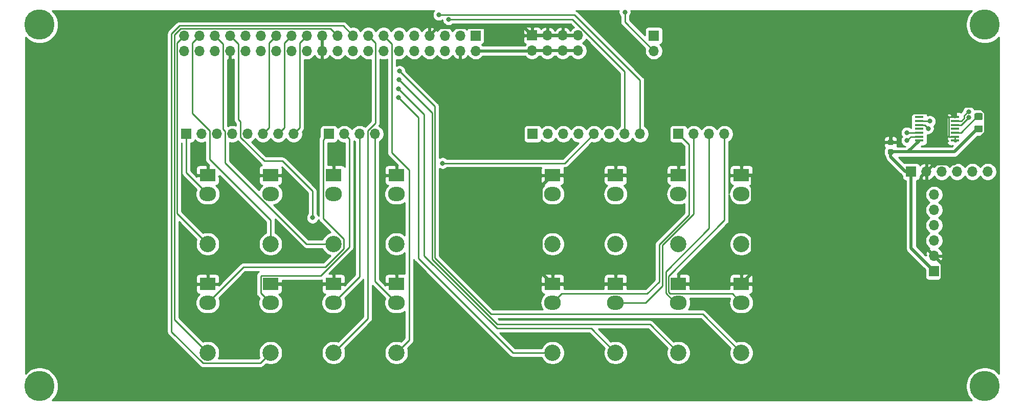
<source format=gbr>
G04 #@! TF.GenerationSoftware,KiCad,Pcbnew,5.1.6-c6e7f7d~87~ubuntu18.04.1*
G04 #@! TF.CreationDate,2021-01-10T02:12:58+01:00*
G04 #@! TF.ProjectId,ZynFace,5a796e46-6163-4652-9e6b-696361645f70,rev?*
G04 #@! TF.SameCoordinates,Original*
G04 #@! TF.FileFunction,Copper,L1,Top*
G04 #@! TF.FilePolarity,Positive*
%FSLAX46Y46*%
G04 Gerber Fmt 4.6, Leading zero omitted, Abs format (unit mm)*
G04 Created by KiCad (PCBNEW 5.1.6-c6e7f7d~87~ubuntu18.04.1) date 2021-01-10 02:12:58*
%MOMM*%
%LPD*%
G01*
G04 APERTURE LIST*
G04 #@! TA.AperFunction,ComponentPad*
%ADD10C,5.000000*%
G04 #@! TD*
G04 #@! TA.AperFunction,ComponentPad*
%ADD11O,2.800000X2.350000*%
G04 #@! TD*
G04 #@! TA.AperFunction,ComponentPad*
%ADD12R,2.600000X2.150000*%
G04 #@! TD*
G04 #@! TA.AperFunction,ComponentPad*
%ADD13C,2.700000*%
G04 #@! TD*
G04 #@! TA.AperFunction,ComponentPad*
%ADD14R,1.700000X1.700000*%
G04 #@! TD*
G04 #@! TA.AperFunction,ComponentPad*
%ADD15O,1.700000X1.700000*%
G04 #@! TD*
G04 #@! TA.AperFunction,SMDPad,CuDef*
%ADD16R,1.450000X0.450000*%
G04 #@! TD*
G04 #@! TA.AperFunction,ViaPad*
%ADD17C,0.800000*%
G04 #@! TD*
G04 #@! TA.AperFunction,Conductor*
%ADD18C,0.250000*%
G04 #@! TD*
G04 #@! TA.AperFunction,Conductor*
%ADD19C,0.500000*%
G04 #@! TD*
G04 #@! TA.AperFunction,Conductor*
%ADD20C,0.254000*%
G04 #@! TD*
G04 APERTURE END LIST*
D10*
X195072000Y-90932000D03*
D11*
X123540000Y-77100000D03*
D12*
X123540000Y-74000000D03*
D13*
X123540000Y-85400000D03*
X133954000Y-85400000D03*
D12*
X133954000Y-74000000D03*
D11*
X133954000Y-77100000D03*
X144368000Y-77100000D03*
D12*
X144368000Y-74000000D03*
D13*
X144368000Y-85400000D03*
X154782000Y-85400000D03*
D12*
X154782000Y-74000000D03*
D11*
X154782000Y-77100000D03*
D13*
X123540000Y-67366000D03*
D12*
X123540000Y-55966000D03*
D11*
X123540000Y-59066000D03*
D13*
X133954000Y-67366000D03*
D12*
X133954000Y-55966000D03*
D11*
X133954000Y-59066000D03*
X144368000Y-59066000D03*
D12*
X144368000Y-55966000D03*
D13*
X144368000Y-67366000D03*
D11*
X154782000Y-59066000D03*
D12*
X154782000Y-55966000D03*
D13*
X154782000Y-67366000D03*
G04 #@! TA.AperFunction,SMDPad,CuDef*
G36*
G01*
X194506001Y-48844000D02*
X193605999Y-48844000D01*
G75*
G02*
X193356000Y-48594001I0J249999D01*
G01*
X193356000Y-47943999D01*
G75*
G02*
X193605999Y-47694000I249999J0D01*
G01*
X194506001Y-47694000D01*
G75*
G02*
X194756000Y-47943999I0J-249999D01*
G01*
X194756000Y-48594001D01*
G75*
G02*
X194506001Y-48844000I-249999J0D01*
G01*
G37*
G04 #@! TD.AperFunction*
G04 #@! TA.AperFunction,SMDPad,CuDef*
G36*
G01*
X194506001Y-46794000D02*
X193605999Y-46794000D01*
G75*
G02*
X193356000Y-46544001I0J249999D01*
G01*
X193356000Y-45893999D01*
G75*
G02*
X193605999Y-45644000I249999J0D01*
G01*
X194506001Y-45644000D01*
G75*
G02*
X194756000Y-45893999I0J-249999D01*
G01*
X194756000Y-46544001D01*
G75*
G02*
X194506001Y-46794000I-249999J0D01*
G01*
G37*
G04 #@! TD.AperFunction*
D14*
X110800000Y-32800000D03*
D15*
X110800000Y-35340000D03*
X108260000Y-32800000D03*
X108260000Y-35340000D03*
X105720000Y-32800000D03*
X105720000Y-35340000D03*
X103180000Y-32800000D03*
X103180000Y-35340000D03*
X100640000Y-32800000D03*
X100640000Y-35340000D03*
X98100000Y-32800000D03*
X98100000Y-35340000D03*
X95560000Y-32800000D03*
X95560000Y-35340000D03*
X93020000Y-32800000D03*
X93020000Y-35340000D03*
X90480000Y-32800000D03*
X90480000Y-35340000D03*
X87940000Y-32800000D03*
X87940000Y-35340000D03*
X85400000Y-32800000D03*
X85400000Y-35340000D03*
X82860000Y-32800000D03*
X82860000Y-35340000D03*
X80320000Y-32800000D03*
X80320000Y-35340000D03*
X77780000Y-32800000D03*
X77780000Y-35340000D03*
X75240000Y-32800000D03*
X75240000Y-35340000D03*
X72700000Y-32800000D03*
X72700000Y-35340000D03*
X70160000Y-32800000D03*
X70160000Y-35340000D03*
X67620000Y-32800000D03*
X67620000Y-35340000D03*
X65080000Y-32800000D03*
X65080000Y-35340000D03*
X62540000Y-32800000D03*
X62540000Y-35340000D03*
D16*
X190148000Y-50210000D03*
X190148000Y-49560000D03*
X190148000Y-48910000D03*
X190148000Y-48260000D03*
X190148000Y-47610000D03*
X190148000Y-46960000D03*
X190148000Y-46310000D03*
X184248000Y-46310000D03*
X184248000Y-46960000D03*
X184248000Y-47610000D03*
X184248000Y-48260000D03*
X184248000Y-48910000D03*
X184248000Y-49560000D03*
X184248000Y-50210000D03*
D10*
X195072000Y-30988000D03*
X38608000Y-90932000D03*
X38608000Y-30988000D03*
D14*
X186690000Y-71882000D03*
D15*
X186690000Y-69342000D03*
X186690000Y-66802000D03*
X186690000Y-64262000D03*
X186690000Y-61722000D03*
X186690000Y-59182000D03*
D14*
X182880000Y-55372000D03*
D15*
X185420000Y-55372000D03*
X187960000Y-55372000D03*
X190500000Y-55372000D03*
X193040000Y-55372000D03*
X195580000Y-55372000D03*
X151988000Y-49108000D03*
X149448000Y-49108000D03*
X146908000Y-49108000D03*
D14*
X144368000Y-49108000D03*
X86512000Y-49108000D03*
D15*
X89052000Y-49108000D03*
X91592000Y-49108000D03*
X94132000Y-49108000D03*
D14*
X120238000Y-49108000D03*
D15*
X122778000Y-49108000D03*
X125318000Y-49108000D03*
X127858000Y-49108000D03*
X130398000Y-49108000D03*
X132938000Y-49108000D03*
X135478000Y-49108000D03*
X138018000Y-49108000D03*
X80670000Y-49108000D03*
X78130000Y-49108000D03*
X75590000Y-49108000D03*
X73050000Y-49108000D03*
X70510000Y-49108000D03*
X67970000Y-49108000D03*
X65430000Y-49108000D03*
D14*
X62890000Y-49108000D03*
X120142000Y-32766000D03*
D15*
X120142000Y-35306000D03*
X122682000Y-32766000D03*
X122682000Y-35306000D03*
X125222000Y-32766000D03*
X125222000Y-35306000D03*
X127762000Y-32766000D03*
X127762000Y-35306000D03*
D13*
X66446000Y-85400000D03*
D12*
X66446000Y-74000000D03*
D11*
X66446000Y-77100000D03*
D13*
X76860000Y-85400000D03*
D12*
X76860000Y-74000000D03*
D11*
X76860000Y-77100000D03*
D13*
X87274000Y-85400000D03*
D12*
X87274000Y-74000000D03*
D11*
X87274000Y-77100000D03*
X97688000Y-77100000D03*
D12*
X97688000Y-74000000D03*
D13*
X97688000Y-85400000D03*
D11*
X66446000Y-59066000D03*
D12*
X66446000Y-55966000D03*
D13*
X66446000Y-67366000D03*
D11*
X76860000Y-59066000D03*
D12*
X76860000Y-55966000D03*
D13*
X76860000Y-67366000D03*
X87274000Y-67366000D03*
D12*
X87274000Y-55966000D03*
D11*
X87274000Y-59066000D03*
X97688000Y-59066000D03*
D12*
X97688000Y-55966000D03*
D13*
X97688000Y-67366000D03*
G04 #@! TA.AperFunction,SMDPad,CuDef*
G36*
G01*
X179756250Y-52525000D02*
X179243750Y-52525000D01*
G75*
G02*
X179025000Y-52306250I0J218750D01*
G01*
X179025000Y-51868750D01*
G75*
G02*
X179243750Y-51650000I218750J0D01*
G01*
X179756250Y-51650000D01*
G75*
G02*
X179975000Y-51868750I0J-218750D01*
G01*
X179975000Y-52306250D01*
G75*
G02*
X179756250Y-52525000I-218750J0D01*
G01*
G37*
G04 #@! TD.AperFunction*
G04 #@! TA.AperFunction,SMDPad,CuDef*
G36*
G01*
X179756250Y-50950000D02*
X179243750Y-50950000D01*
G75*
G02*
X179025000Y-50731250I0J218750D01*
G01*
X179025000Y-50293750D01*
G75*
G02*
X179243750Y-50075000I218750J0D01*
G01*
X179756250Y-50075000D01*
G75*
G02*
X179975000Y-50293750I0J-218750D01*
G01*
X179975000Y-50731250D01*
G75*
G02*
X179756250Y-50950000I-218750J0D01*
G01*
G37*
G04 #@! TD.AperFunction*
D14*
X140300000Y-32800000D03*
D15*
X140300000Y-35340000D03*
D17*
X105348436Y-53951564D03*
X106300000Y-30100000D03*
X104700000Y-29375000D03*
X83800000Y-63000000D03*
X192400000Y-46400000D03*
X192400000Y-45400000D03*
X185700000Y-48200000D03*
X186000000Y-47000000D03*
X182200000Y-50200000D03*
X182200000Y-48900000D03*
X135500000Y-28900000D03*
X98200000Y-38700000D03*
X98100000Y-40100000D03*
X98000000Y-41600000D03*
X98000000Y-43100000D03*
D18*
X146093010Y-62525578D02*
X141200000Y-67418588D01*
X144368000Y-49108000D02*
X146093010Y-50833010D01*
X146093010Y-50833010D02*
X146093010Y-62525578D01*
X139200010Y-75599990D02*
X125040010Y-75599990D01*
X141200000Y-73600000D02*
X139200010Y-75599990D01*
X125040010Y-75599990D02*
X123540000Y-77100000D01*
X141200000Y-67418588D02*
X141200000Y-73600000D01*
D19*
X190122999Y-46284999D02*
X190148000Y-46284999D01*
D18*
X189173000Y-49560000D02*
X190148000Y-49560000D01*
X189097999Y-49484999D02*
X189173000Y-49560000D01*
X189097999Y-46385001D02*
X189097999Y-49484999D01*
X189173000Y-46310000D02*
X189097999Y-46385001D01*
X190148000Y-46310000D02*
X189173000Y-46310000D01*
X190148000Y-49560000D02*
X190148000Y-50210000D01*
D19*
X184570001Y-67222001D02*
X186690000Y-69342000D01*
X184570001Y-56221999D02*
X184570001Y-67222001D01*
X185420000Y-55372000D02*
X184570001Y-56221999D01*
X189472999Y-45634999D02*
X190122999Y-46284999D01*
X183162999Y-45634999D02*
X189472999Y-45634999D01*
X179500000Y-50512500D02*
X179500000Y-49297998D01*
X179500000Y-49297998D02*
X183162999Y-45634999D01*
X190557999Y-44549999D02*
X189472999Y-45634999D01*
X194151965Y-44549999D02*
X190557999Y-44549999D01*
X195206010Y-45604044D02*
X194151965Y-44549999D01*
X195206010Y-48883956D02*
X195206010Y-45604044D01*
X190017967Y-54071999D02*
X195206010Y-48883956D01*
X186720001Y-54071999D02*
X190017967Y-54071999D01*
X185420000Y-55372000D02*
X186720001Y-54071999D01*
X187082002Y-74000000D02*
X154782000Y-74000000D01*
X187990001Y-70642001D02*
X187990001Y-73092001D01*
X187990001Y-73092001D02*
X187082002Y-74000000D01*
X186690000Y-69342000D02*
X187990001Y-70642001D01*
X154782000Y-74000000D02*
X144368000Y-74000000D01*
X133954000Y-74000000D02*
X123540000Y-74000000D01*
X144368000Y-55966000D02*
X133954000Y-55966000D01*
X133954000Y-55966000D02*
X123540000Y-55966000D01*
X156632010Y-72149990D02*
X154782000Y-74000000D01*
X156632010Y-56016010D02*
X156632010Y-72149990D01*
X156582000Y-55966000D02*
X156632010Y-56016010D01*
X154782000Y-55966000D02*
X156582000Y-55966000D01*
X127762000Y-32766000D02*
X125222000Y-32766000D01*
X125222000Y-32766000D02*
X122682000Y-32766000D01*
X122682000Y-32766000D02*
X120142000Y-32766000D01*
X104480001Y-31499999D02*
X103180000Y-32800000D01*
X118875999Y-31499999D02*
X104480001Y-31499999D01*
X120142000Y-32766000D02*
X118875999Y-31499999D01*
X121689990Y-72149990D02*
X123540000Y-74000000D01*
X121689990Y-57816010D02*
X121689990Y-72149990D01*
X123540000Y-55966000D02*
X121689990Y-57816010D01*
X76860000Y-74000000D02*
X87274000Y-74000000D01*
X85400000Y-35340000D02*
X85400000Y-32800000D01*
D18*
X146908000Y-62346998D02*
X141700000Y-67554998D01*
X146908000Y-49108000D02*
X146908000Y-62346998D01*
X141700000Y-67554998D02*
X141700000Y-74300000D01*
X138900000Y-77100000D02*
X133954000Y-77100000D01*
X141700000Y-74300000D02*
X138900000Y-77100000D01*
X143871588Y-77100000D02*
X144368000Y-77100000D01*
X142292989Y-71920013D02*
X142292990Y-75521402D01*
X142292990Y-75521402D02*
X143871588Y-77100000D01*
X149448000Y-64765002D02*
X142292989Y-71920013D01*
X149448000Y-49108000D02*
X149448000Y-64765002D01*
X142742999Y-75335001D02*
X143007988Y-75599990D01*
X153281990Y-75599990D02*
X154782000Y-77100000D01*
X142742999Y-72664999D02*
X142742999Y-75335001D01*
X143007988Y-75599990D02*
X153281990Y-75599990D01*
X151988000Y-63419998D02*
X142742999Y-72664999D01*
X151988000Y-49108000D02*
X151988000Y-63419998D01*
X125554436Y-53951564D02*
X130398000Y-49108000D01*
X105348436Y-53951564D02*
X125554436Y-53951564D01*
X135478000Y-38742998D02*
X135478000Y-49108000D01*
X126835002Y-30100000D02*
X135478000Y-38742998D01*
X106300000Y-30100000D02*
X126835002Y-30100000D01*
X138018000Y-40218000D02*
X138018000Y-49108000D01*
X104700000Y-29375000D02*
X127175000Y-29375000D01*
X127175000Y-29375000D02*
X138018000Y-40218000D01*
X81684999Y-48093001D02*
X80670000Y-49108000D01*
X81684999Y-33975001D02*
X81684999Y-48093001D01*
X82860000Y-32800000D02*
X81684999Y-33975001D01*
X79144999Y-48093001D02*
X78130000Y-49108000D01*
X79144999Y-33975001D02*
X79144999Y-48093001D01*
X80320000Y-32800000D02*
X79144999Y-33975001D01*
X76604999Y-48093001D02*
X75590000Y-49108000D01*
X76604999Y-33975001D02*
X76604999Y-48093001D01*
X77780000Y-32800000D02*
X76604999Y-33975001D01*
X83800000Y-58600000D02*
X83800000Y-63000000D01*
X78800000Y-53600000D02*
X83800000Y-58600000D01*
X71524999Y-34164999D02*
X71524999Y-46724999D01*
X71874999Y-49672001D02*
X75802998Y-53600000D01*
X70160000Y-32800000D02*
X71524999Y-34164999D01*
X71524999Y-46724999D02*
X71874999Y-47074999D01*
X71874999Y-47074999D02*
X71874999Y-49672001D01*
X75802998Y-53600000D02*
X78800000Y-53600000D01*
X82813666Y-67366000D02*
X87274000Y-67366000D01*
X69334999Y-48634999D02*
X69334999Y-53887333D01*
X68984999Y-48284999D02*
X69334999Y-48634999D01*
X69334999Y-53887333D02*
X82813666Y-67366000D01*
X68984999Y-34164999D02*
X68984999Y-48284999D01*
X67620000Y-32800000D02*
X68984999Y-34164999D01*
X66794999Y-53354997D02*
X76860000Y-63419998D01*
X76860000Y-63419998D02*
X76860000Y-67366000D01*
X66794999Y-48543999D02*
X66794999Y-53354997D01*
X63904999Y-45653999D02*
X66794999Y-48543999D01*
X63904999Y-33975001D02*
X63904999Y-45653999D01*
X65080000Y-32800000D02*
X63904999Y-33975001D01*
X61364999Y-62284999D02*
X66446000Y-67366000D01*
X61364999Y-33975001D02*
X61364999Y-62284999D01*
X62540000Y-32800000D02*
X61364999Y-33975001D01*
D19*
X182395501Y-52087500D02*
X184248000Y-50235001D01*
X179500000Y-52087500D02*
X182395501Y-52087500D01*
X193849002Y-48269000D02*
X194056000Y-48269000D01*
X190030502Y-52087500D02*
X193849002Y-48269000D01*
X182395501Y-52087500D02*
X190030502Y-52087500D01*
X179500000Y-52087500D02*
X179500000Y-52900000D01*
X181972000Y-55372000D02*
X182880000Y-55372000D01*
X179500000Y-52900000D02*
X181972000Y-55372000D01*
X182880000Y-68072000D02*
X186690000Y-71882000D01*
X182880000Y-55372000D02*
X182880000Y-68072000D01*
X120108000Y-35340000D02*
X120142000Y-35306000D01*
X110800000Y-35340000D02*
X120108000Y-35340000D01*
X120142000Y-35306000D02*
X122682000Y-35306000D01*
X122682000Y-35306000D02*
X125222000Y-35306000D01*
X125222000Y-35306000D02*
X127762000Y-35306000D01*
D18*
X193814000Y-46219000D02*
X194056000Y-46219000D01*
X191123000Y-48910000D02*
X193814000Y-46219000D01*
X190148000Y-48910000D02*
X191123000Y-48910000D01*
X190148000Y-47610000D02*
X191190000Y-47610000D01*
X191190000Y-47610000D02*
X192400000Y-46400000D01*
X192326998Y-45400000D02*
X192400000Y-45400000D01*
X191674999Y-46051999D02*
X192326998Y-45400000D01*
X191674999Y-46488591D02*
X191674999Y-46051999D01*
X190148000Y-46960000D02*
X191203590Y-46960000D01*
X191203590Y-46960000D02*
X191674999Y-46488591D01*
X185110000Y-47610000D02*
X184248000Y-47610000D01*
X185700000Y-48200000D02*
X185110000Y-47610000D01*
X184288000Y-47000000D02*
X184248000Y-46960000D01*
X186000000Y-47000000D02*
X184288000Y-47000000D01*
X183273000Y-49560000D02*
X184248000Y-49560000D01*
X182840000Y-49560000D02*
X184248000Y-49560000D01*
X182200000Y-50200000D02*
X182840000Y-49560000D01*
X184238000Y-48900000D02*
X184248000Y-48910000D01*
X182200000Y-48900000D02*
X184238000Y-48900000D01*
X135500000Y-30540000D02*
X140300000Y-35340000D01*
X135500000Y-28900000D02*
X135500000Y-30540000D01*
X154782000Y-85400000D02*
X148363795Y-78981795D01*
X148363795Y-78981795D02*
X114181795Y-78981795D01*
X114181795Y-78981795D02*
X113681795Y-78981795D01*
X113681795Y-78981795D02*
X113381795Y-78981795D01*
X113381795Y-78981795D02*
X104050010Y-69650010D01*
X104050010Y-69650010D02*
X104050010Y-44550010D01*
X104050010Y-44550010D02*
X98200000Y-38700000D01*
X144368000Y-85400000D02*
X139668000Y-80700000D01*
X139668000Y-80700000D02*
X114400000Y-80700000D01*
X114400000Y-80700000D02*
X103600000Y-69900000D01*
X103600000Y-69900000D02*
X103600000Y-45600000D01*
X103600000Y-45600000D02*
X98100000Y-40100000D01*
X133954000Y-85400000D02*
X129935795Y-81381795D01*
X114381795Y-81381795D02*
X102300000Y-69300000D01*
X129935795Y-81381795D02*
X114381795Y-81381795D01*
X102300000Y-69300000D02*
X102300000Y-45900000D01*
X102300000Y-45900000D02*
X98000000Y-41600000D01*
X123540000Y-85400000D02*
X117000000Y-85400000D01*
X117000000Y-85400000D02*
X101300000Y-69700000D01*
X101300000Y-69700000D02*
X101300000Y-46400000D01*
X101300000Y-46400000D02*
X98000000Y-43100000D01*
X60914990Y-32686008D02*
X60914990Y-79868990D01*
X61975999Y-31624999D02*
X60914990Y-32686008D01*
X60914990Y-79868990D02*
X66446000Y-85400000D01*
X86764999Y-31624999D02*
X61975999Y-31624999D01*
X87940000Y-32800000D02*
X86764999Y-31624999D01*
X88949001Y-68170001D02*
X85919002Y-71200000D01*
X88949001Y-66561999D02*
X88949001Y-68170001D01*
X85548990Y-63161988D02*
X88949001Y-66561999D01*
X86512000Y-49108000D02*
X85548990Y-50071010D01*
X85548990Y-50071010D02*
X85548990Y-63161988D01*
X72346000Y-71200000D02*
X66446000Y-77100000D01*
X85919002Y-71200000D02*
X72346000Y-71200000D01*
X75184999Y-87075001D02*
X76860000Y-85400000D01*
X65641999Y-87075001D02*
X75184999Y-87075001D01*
X60464980Y-81897982D02*
X65641999Y-87075001D01*
X60464980Y-32499608D02*
X60464980Y-81897982D01*
X61789598Y-31174990D02*
X60464980Y-32499608D01*
X88854990Y-31174990D02*
X61789598Y-31174990D01*
X90480000Y-32800000D02*
X88854990Y-31174990D01*
X75234999Y-75474999D02*
X76860000Y-77100000D01*
X75234999Y-72664999D02*
X75234999Y-75474999D01*
X85155413Y-72599999D02*
X75299999Y-72599999D01*
X89901999Y-67853413D02*
X85155413Y-72599999D01*
X75299999Y-72599999D02*
X75234999Y-72664999D01*
X89901999Y-49957999D02*
X89901999Y-67853413D01*
X89052000Y-49108000D02*
X89901999Y-49957999D01*
X94195001Y-33975001D02*
X93020000Y-32800000D01*
X94195001Y-47305997D02*
X94195001Y-33975001D01*
X92956999Y-48543999D02*
X94195001Y-47305997D01*
X87274000Y-85400000D02*
X92956999Y-79717001D01*
X92956999Y-79717001D02*
X92956999Y-48543999D01*
X91592000Y-72782000D02*
X87274000Y-77100000D01*
X91592000Y-49108000D02*
X91592000Y-72782000D01*
X94132000Y-73544000D02*
X97688000Y-77100000D01*
X94132000Y-49108000D02*
X94132000Y-73544000D01*
X99813011Y-83274989D02*
X97688000Y-85400000D01*
X99813011Y-55131009D02*
X99813011Y-83274989D01*
X96924999Y-52242997D02*
X99813011Y-55131009D01*
X96924999Y-34164999D02*
X96924999Y-52242997D01*
X95560000Y-32800000D02*
X96924999Y-34164999D01*
X62890000Y-55510000D02*
X62890000Y-49108000D01*
X66446000Y-59066000D02*
X62890000Y-55510000D01*
D20*
G36*
X103896063Y-28715226D02*
G01*
X103782795Y-28884744D01*
X103704774Y-29073102D01*
X103665000Y-29273061D01*
X103665000Y-29476939D01*
X103704774Y-29676898D01*
X103782795Y-29865256D01*
X103896063Y-30034774D01*
X104040226Y-30178937D01*
X104209744Y-30292205D01*
X104398102Y-30370226D01*
X104598061Y-30410000D01*
X104801939Y-30410000D01*
X105001898Y-30370226D01*
X105190256Y-30292205D01*
X105272080Y-30237532D01*
X105304774Y-30401898D01*
X105382795Y-30590256D01*
X105496063Y-30759774D01*
X105640226Y-30903937D01*
X105809744Y-31017205D01*
X105998102Y-31095226D01*
X106198061Y-31135000D01*
X106401939Y-31135000D01*
X106601898Y-31095226D01*
X106790256Y-31017205D01*
X106959774Y-30903937D01*
X107003711Y-30860000D01*
X126520201Y-30860000D01*
X127103106Y-31442905D01*
X126995080Y-31494359D01*
X126761731Y-31668412D01*
X126566822Y-31884645D01*
X126492000Y-32010255D01*
X126417178Y-31884645D01*
X126222269Y-31668412D01*
X125988920Y-31494359D01*
X125726099Y-31369175D01*
X125578890Y-31324524D01*
X125349000Y-31445845D01*
X125349000Y-32639000D01*
X127635000Y-32639000D01*
X127635000Y-32619000D01*
X127889000Y-32619000D01*
X127889000Y-32639000D01*
X127909000Y-32639000D01*
X127909000Y-32893000D01*
X127889000Y-32893000D01*
X127889000Y-32913000D01*
X127635000Y-32913000D01*
X127635000Y-32893000D01*
X125349000Y-32893000D01*
X125349000Y-32913000D01*
X125095000Y-32913000D01*
X125095000Y-32893000D01*
X122809000Y-32893000D01*
X122809000Y-32913000D01*
X122555000Y-32913000D01*
X122555000Y-32893000D01*
X120269000Y-32893000D01*
X120269000Y-32913000D01*
X120015000Y-32913000D01*
X120015000Y-32893000D01*
X118815750Y-32893000D01*
X118657000Y-33051750D01*
X118653928Y-33616000D01*
X118666188Y-33740482D01*
X118702498Y-33860180D01*
X118761463Y-33970494D01*
X118840815Y-34067185D01*
X118937506Y-34146537D01*
X119047820Y-34205502D01*
X119120380Y-34227513D01*
X118988525Y-34359368D01*
X118924626Y-34455000D01*
X111994656Y-34455000D01*
X111953475Y-34393368D01*
X111821620Y-34261513D01*
X111894180Y-34239502D01*
X112004494Y-34180537D01*
X112101185Y-34101185D01*
X112180537Y-34004494D01*
X112239502Y-33894180D01*
X112275812Y-33774482D01*
X112288072Y-33650000D01*
X112288072Y-31950000D01*
X112284724Y-31916000D01*
X118653928Y-31916000D01*
X118657000Y-32480250D01*
X118815750Y-32639000D01*
X120015000Y-32639000D01*
X120015000Y-31439750D01*
X120269000Y-31439750D01*
X120269000Y-32639000D01*
X122555000Y-32639000D01*
X122555000Y-31445845D01*
X122809000Y-31445845D01*
X122809000Y-32639000D01*
X125095000Y-32639000D01*
X125095000Y-31445845D01*
X124865110Y-31324524D01*
X124717901Y-31369175D01*
X124455080Y-31494359D01*
X124221731Y-31668412D01*
X124026822Y-31884645D01*
X123952000Y-32010255D01*
X123877178Y-31884645D01*
X123682269Y-31668412D01*
X123448920Y-31494359D01*
X123186099Y-31369175D01*
X123038890Y-31324524D01*
X122809000Y-31445845D01*
X122555000Y-31445845D01*
X122325110Y-31324524D01*
X122177901Y-31369175D01*
X121915080Y-31494359D01*
X121681731Y-31668412D01*
X121605966Y-31752466D01*
X121581502Y-31671820D01*
X121522537Y-31561506D01*
X121443185Y-31464815D01*
X121346494Y-31385463D01*
X121236180Y-31326498D01*
X121116482Y-31290188D01*
X120992000Y-31277928D01*
X120427750Y-31281000D01*
X120269000Y-31439750D01*
X120015000Y-31439750D01*
X119856250Y-31281000D01*
X119292000Y-31277928D01*
X119167518Y-31290188D01*
X119047820Y-31326498D01*
X118937506Y-31385463D01*
X118840815Y-31464815D01*
X118761463Y-31561506D01*
X118702498Y-31671820D01*
X118666188Y-31791518D01*
X118653928Y-31916000D01*
X112284724Y-31916000D01*
X112275812Y-31825518D01*
X112239502Y-31705820D01*
X112180537Y-31595506D01*
X112101185Y-31498815D01*
X112004494Y-31419463D01*
X111894180Y-31360498D01*
X111774482Y-31324188D01*
X111650000Y-31311928D01*
X109950000Y-31311928D01*
X109825518Y-31324188D01*
X109705820Y-31360498D01*
X109595506Y-31419463D01*
X109498815Y-31498815D01*
X109419463Y-31595506D01*
X109360498Y-31705820D01*
X109338487Y-31778380D01*
X109206632Y-31646525D01*
X108963411Y-31484010D01*
X108693158Y-31372068D01*
X108406260Y-31315000D01*
X108113740Y-31315000D01*
X107826842Y-31372068D01*
X107556589Y-31484010D01*
X107313368Y-31646525D01*
X107106525Y-31853368D01*
X106990000Y-32027760D01*
X106873475Y-31853368D01*
X106666632Y-31646525D01*
X106423411Y-31484010D01*
X106153158Y-31372068D01*
X105866260Y-31315000D01*
X105573740Y-31315000D01*
X105286842Y-31372068D01*
X105016589Y-31484010D01*
X104773368Y-31646525D01*
X104566525Y-31853368D01*
X104444805Y-32035534D01*
X104375178Y-31918645D01*
X104180269Y-31702412D01*
X103946920Y-31528359D01*
X103684099Y-31403175D01*
X103536890Y-31358524D01*
X103307000Y-31479845D01*
X103307000Y-32673000D01*
X103327000Y-32673000D01*
X103327000Y-32927000D01*
X103307000Y-32927000D01*
X103307000Y-32947000D01*
X103053000Y-32947000D01*
X103053000Y-32927000D01*
X103033000Y-32927000D01*
X103033000Y-32673000D01*
X103053000Y-32673000D01*
X103053000Y-31479845D01*
X102823110Y-31358524D01*
X102675901Y-31403175D01*
X102413080Y-31528359D01*
X102179731Y-31702412D01*
X101984822Y-31918645D01*
X101915195Y-32035534D01*
X101793475Y-31853368D01*
X101586632Y-31646525D01*
X101343411Y-31484010D01*
X101073158Y-31372068D01*
X100786260Y-31315000D01*
X100493740Y-31315000D01*
X100206842Y-31372068D01*
X99936589Y-31484010D01*
X99693368Y-31646525D01*
X99486525Y-31853368D01*
X99370000Y-32027760D01*
X99253475Y-31853368D01*
X99046632Y-31646525D01*
X98803411Y-31484010D01*
X98533158Y-31372068D01*
X98246260Y-31315000D01*
X97953740Y-31315000D01*
X97666842Y-31372068D01*
X97396589Y-31484010D01*
X97153368Y-31646525D01*
X96946525Y-31853368D01*
X96830000Y-32027760D01*
X96713475Y-31853368D01*
X96506632Y-31646525D01*
X96263411Y-31484010D01*
X95993158Y-31372068D01*
X95706260Y-31315000D01*
X95413740Y-31315000D01*
X95126842Y-31372068D01*
X94856589Y-31484010D01*
X94613368Y-31646525D01*
X94406525Y-31853368D01*
X94290000Y-32027760D01*
X94173475Y-31853368D01*
X93966632Y-31646525D01*
X93723411Y-31484010D01*
X93453158Y-31372068D01*
X93166260Y-31315000D01*
X92873740Y-31315000D01*
X92586842Y-31372068D01*
X92316589Y-31484010D01*
X92073368Y-31646525D01*
X91866525Y-31853368D01*
X91750000Y-32027760D01*
X91633475Y-31853368D01*
X91426632Y-31646525D01*
X91183411Y-31484010D01*
X90913158Y-31372068D01*
X90626260Y-31315000D01*
X90333740Y-31315000D01*
X90113592Y-31358791D01*
X89418794Y-30663993D01*
X89394991Y-30634989D01*
X89279266Y-30540016D01*
X89147237Y-30469444D01*
X89003976Y-30425987D01*
X88892323Y-30414990D01*
X88892312Y-30414990D01*
X88854990Y-30411314D01*
X88817668Y-30414990D01*
X61826923Y-30414990D01*
X61789598Y-30411314D01*
X61752273Y-30414990D01*
X61752265Y-30414990D01*
X61640612Y-30425987D01*
X61497351Y-30469444D01*
X61365322Y-30540016D01*
X61249597Y-30634989D01*
X61225799Y-30663987D01*
X59953983Y-31935804D01*
X59924979Y-31959607D01*
X59869851Y-32026782D01*
X59830006Y-32075332D01*
X59797578Y-32136001D01*
X59759434Y-32207362D01*
X59715977Y-32350623D01*
X59704980Y-32462276D01*
X59704980Y-32462286D01*
X59701304Y-32499608D01*
X59704980Y-32536930D01*
X59704981Y-81860649D01*
X59701304Y-81897982D01*
X59715978Y-82046967D01*
X59759434Y-82190228D01*
X59830006Y-82322258D01*
X59901181Y-82408984D01*
X59924980Y-82437983D01*
X59953978Y-82461781D01*
X65078204Y-87586009D01*
X65101998Y-87615002D01*
X65130991Y-87638796D01*
X65130995Y-87638800D01*
X65201684Y-87696812D01*
X65217723Y-87709975D01*
X65349752Y-87780547D01*
X65493013Y-87824004D01*
X65604666Y-87835001D01*
X65604675Y-87835001D01*
X65641998Y-87838677D01*
X65679321Y-87835001D01*
X75147677Y-87835001D01*
X75184999Y-87838677D01*
X75222321Y-87835001D01*
X75222332Y-87835001D01*
X75333985Y-87824004D01*
X75477246Y-87780547D01*
X75609275Y-87709975D01*
X75725000Y-87615002D01*
X75748803Y-87585998D01*
X76100746Y-87234056D01*
X76280997Y-87308718D01*
X76664495Y-87385000D01*
X77055505Y-87385000D01*
X77439003Y-87308718D01*
X77800250Y-87159085D01*
X78125364Y-86941851D01*
X78401851Y-86665364D01*
X78619085Y-86340250D01*
X78768718Y-85979003D01*
X78845000Y-85595505D01*
X78845000Y-85204495D01*
X78768718Y-84820997D01*
X78619085Y-84459750D01*
X78401851Y-84134636D01*
X78125364Y-83858149D01*
X77800250Y-83640915D01*
X77439003Y-83491282D01*
X77055505Y-83415000D01*
X76664495Y-83415000D01*
X76280997Y-83491282D01*
X75919750Y-83640915D01*
X75594636Y-83858149D01*
X75318149Y-84134636D01*
X75100915Y-84459750D01*
X74951282Y-84820997D01*
X74875000Y-85204495D01*
X74875000Y-85595505D01*
X74951282Y-85979003D01*
X75025944Y-86159254D01*
X74870198Y-86315001D01*
X68215543Y-86315001D01*
X68354718Y-85979003D01*
X68431000Y-85595505D01*
X68431000Y-85204495D01*
X68354718Y-84820997D01*
X68205085Y-84459750D01*
X67987851Y-84134636D01*
X67711364Y-83858149D01*
X67386250Y-83640915D01*
X67025003Y-83491282D01*
X66641505Y-83415000D01*
X66250495Y-83415000D01*
X65866997Y-83491282D01*
X65686746Y-83565944D01*
X61674990Y-79554189D01*
X61674990Y-72925000D01*
X64507928Y-72925000D01*
X64511000Y-73714250D01*
X64669750Y-73873000D01*
X66319000Y-73873000D01*
X66319000Y-72448750D01*
X66573000Y-72448750D01*
X66573000Y-73873000D01*
X68222250Y-73873000D01*
X68381000Y-73714250D01*
X68384072Y-72925000D01*
X68371812Y-72800518D01*
X68335502Y-72680820D01*
X68276537Y-72570506D01*
X68197185Y-72473815D01*
X68100494Y-72394463D01*
X67990180Y-72335498D01*
X67870482Y-72299188D01*
X67746000Y-72286928D01*
X66731750Y-72290000D01*
X66573000Y-72448750D01*
X66319000Y-72448750D01*
X66160250Y-72290000D01*
X65146000Y-72286928D01*
X65021518Y-72299188D01*
X64901820Y-72335498D01*
X64791506Y-72394463D01*
X64694815Y-72473815D01*
X64615463Y-72570506D01*
X64556498Y-72680820D01*
X64520188Y-72800518D01*
X64507928Y-72925000D01*
X61674990Y-72925000D01*
X61674990Y-63669791D01*
X64611944Y-66606746D01*
X64537282Y-66786997D01*
X64461000Y-67170495D01*
X64461000Y-67561505D01*
X64537282Y-67945003D01*
X64686915Y-68306250D01*
X64904149Y-68631364D01*
X65180636Y-68907851D01*
X65505750Y-69125085D01*
X65866997Y-69274718D01*
X66250495Y-69351000D01*
X66641505Y-69351000D01*
X67025003Y-69274718D01*
X67386250Y-69125085D01*
X67711364Y-68907851D01*
X67987851Y-68631364D01*
X68205085Y-68306250D01*
X68354718Y-67945003D01*
X68431000Y-67561505D01*
X68431000Y-67170495D01*
X68354718Y-66786997D01*
X68205085Y-66425750D01*
X67987851Y-66100636D01*
X67711364Y-65824149D01*
X67386250Y-65606915D01*
X67025003Y-65457282D01*
X66641505Y-65381000D01*
X66250495Y-65381000D01*
X65866997Y-65457282D01*
X65686746Y-65531944D01*
X62124999Y-61970198D01*
X62124999Y-50596072D01*
X62130001Y-50596072D01*
X62130000Y-55472677D01*
X62126324Y-55510000D01*
X62130000Y-55547322D01*
X62130000Y-55547332D01*
X62140997Y-55658985D01*
X62173454Y-55765983D01*
X62184454Y-55802246D01*
X62255026Y-55934276D01*
X62294871Y-55982826D01*
X62349999Y-56050001D01*
X62379003Y-56073804D01*
X64587539Y-58282341D01*
X64540688Y-58369992D01*
X64437190Y-58711178D01*
X64402243Y-59066000D01*
X64437190Y-59420822D01*
X64540688Y-59762008D01*
X64708759Y-60076447D01*
X64934945Y-60352055D01*
X65210553Y-60578241D01*
X65524992Y-60746312D01*
X65866178Y-60849810D01*
X66132089Y-60876000D01*
X66759911Y-60876000D01*
X67025822Y-60849810D01*
X67367008Y-60746312D01*
X67681447Y-60578241D01*
X67957055Y-60352055D01*
X68183241Y-60076447D01*
X68351312Y-59762008D01*
X68454810Y-59420822D01*
X68489757Y-59066000D01*
X68454810Y-58711178D01*
X68351312Y-58369992D01*
X68183241Y-58055553D01*
X67957055Y-57779945D01*
X67824697Y-57671321D01*
X67870482Y-57666812D01*
X67990180Y-57630502D01*
X68100494Y-57571537D01*
X68197185Y-57492185D01*
X68276537Y-57395494D01*
X68335502Y-57285180D01*
X68371812Y-57165482D01*
X68384072Y-57041000D01*
X68381000Y-56251750D01*
X68222252Y-56093002D01*
X68381000Y-56093002D01*
X68381000Y-56015799D01*
X76100000Y-63734800D01*
X76100001Y-65532253D01*
X75919750Y-65606915D01*
X75594636Y-65824149D01*
X75318149Y-66100636D01*
X75100915Y-66425750D01*
X74951282Y-66786997D01*
X74875000Y-67170495D01*
X74875000Y-67561505D01*
X74951282Y-67945003D01*
X75100915Y-68306250D01*
X75318149Y-68631364D01*
X75594636Y-68907851D01*
X75919750Y-69125085D01*
X76280997Y-69274718D01*
X76664495Y-69351000D01*
X77055505Y-69351000D01*
X77439003Y-69274718D01*
X77800250Y-69125085D01*
X78125364Y-68907851D01*
X78401851Y-68631364D01*
X78619085Y-68306250D01*
X78768718Y-67945003D01*
X78845000Y-67561505D01*
X78845000Y-67170495D01*
X78768718Y-66786997D01*
X78619085Y-66425750D01*
X78401851Y-66100636D01*
X78125364Y-65824149D01*
X77800250Y-65606915D01*
X77620000Y-65532253D01*
X77620000Y-63457321D01*
X77623676Y-63419998D01*
X77620000Y-63382675D01*
X77620000Y-63382665D01*
X77609003Y-63271012D01*
X77593818Y-63220954D01*
X82249867Y-67877003D01*
X82273665Y-67906001D01*
X82389390Y-68000974D01*
X82521419Y-68071546D01*
X82664680Y-68115003D01*
X82776333Y-68126000D01*
X82776341Y-68126000D01*
X82813666Y-68129676D01*
X82850991Y-68126000D01*
X85440253Y-68126000D01*
X85514915Y-68306250D01*
X85732149Y-68631364D01*
X86008636Y-68907851D01*
X86333750Y-69125085D01*
X86694997Y-69274718D01*
X86757125Y-69287076D01*
X85604201Y-70440000D01*
X72383322Y-70440000D01*
X72345999Y-70436324D01*
X72308677Y-70440000D01*
X72308667Y-70440000D01*
X72197014Y-70450997D01*
X72053753Y-70494454D01*
X71921723Y-70565026D01*
X71872350Y-70605546D01*
X71805999Y-70659999D01*
X71782201Y-70688997D01*
X68283224Y-74187974D01*
X68222250Y-74127000D01*
X66573000Y-74127000D01*
X66573000Y-74147000D01*
X66319000Y-74147000D01*
X66319000Y-74127000D01*
X64669750Y-74127000D01*
X64511000Y-74285750D01*
X64507928Y-75075000D01*
X64520188Y-75199482D01*
X64556498Y-75319180D01*
X64615463Y-75429494D01*
X64694815Y-75526185D01*
X64791506Y-75605537D01*
X64901820Y-75664502D01*
X65021518Y-75700812D01*
X65067303Y-75705321D01*
X64934945Y-75813945D01*
X64708759Y-76089553D01*
X64540688Y-76403992D01*
X64437190Y-76745178D01*
X64402243Y-77100000D01*
X64437190Y-77454822D01*
X64540688Y-77796008D01*
X64708759Y-78110447D01*
X64934945Y-78386055D01*
X65210553Y-78612241D01*
X65524992Y-78780312D01*
X65866178Y-78883810D01*
X66132089Y-78910000D01*
X66759911Y-78910000D01*
X67025822Y-78883810D01*
X67367008Y-78780312D01*
X67681447Y-78612241D01*
X67957055Y-78386055D01*
X68183241Y-78110447D01*
X68351312Y-77796008D01*
X68454810Y-77454822D01*
X68489757Y-77100000D01*
X68454810Y-76745178D01*
X68351312Y-76403992D01*
X68304461Y-76316340D01*
X72660802Y-71960000D01*
X74885124Y-71960000D01*
X74875723Y-71965025D01*
X74759998Y-72059998D01*
X74736195Y-72089002D01*
X74724002Y-72101195D01*
X74694998Y-72124998D01*
X74639870Y-72192173D01*
X74600025Y-72240723D01*
X74537486Y-72357725D01*
X74529453Y-72372753D01*
X74485996Y-72516014D01*
X74474999Y-72627667D01*
X74474999Y-72627677D01*
X74471323Y-72664999D01*
X74474999Y-72702322D01*
X74475000Y-75437667D01*
X74471323Y-75474999D01*
X74475000Y-75512332D01*
X74485997Y-75623985D01*
X74499179Y-75667441D01*
X74529453Y-75767245D01*
X74600025Y-75899275D01*
X74658048Y-75969975D01*
X74694999Y-76015000D01*
X74723997Y-76038798D01*
X75001539Y-76316340D01*
X74954688Y-76403992D01*
X74851190Y-76745178D01*
X74816243Y-77100000D01*
X74851190Y-77454822D01*
X74954688Y-77796008D01*
X75122759Y-78110447D01*
X75348945Y-78386055D01*
X75624553Y-78612241D01*
X75938992Y-78780312D01*
X76280178Y-78883810D01*
X76546089Y-78910000D01*
X77173911Y-78910000D01*
X77439822Y-78883810D01*
X77781008Y-78780312D01*
X78095447Y-78612241D01*
X78371055Y-78386055D01*
X78597241Y-78110447D01*
X78765312Y-77796008D01*
X78868810Y-77454822D01*
X78903757Y-77100000D01*
X78868810Y-76745178D01*
X78765312Y-76403992D01*
X78597241Y-76089553D01*
X78371055Y-75813945D01*
X78238697Y-75705321D01*
X78284482Y-75700812D01*
X78404180Y-75664502D01*
X78514494Y-75605537D01*
X78611185Y-75526185D01*
X78690537Y-75429494D01*
X78749502Y-75319180D01*
X78785812Y-75199482D01*
X78798072Y-75075000D01*
X78795000Y-74285750D01*
X78636250Y-74127000D01*
X76987000Y-74127000D01*
X76987000Y-74147000D01*
X76733000Y-74147000D01*
X76733000Y-74127000D01*
X76713000Y-74127000D01*
X76713000Y-73873000D01*
X76733000Y-73873000D01*
X76733000Y-73853000D01*
X76987000Y-73853000D01*
X76987000Y-73873000D01*
X78636250Y-73873000D01*
X78795000Y-73714250D01*
X78796379Y-73359999D01*
X85118091Y-73359999D01*
X85155413Y-73363675D01*
X85192735Y-73359999D01*
X85192746Y-73359999D01*
X85304399Y-73349002D01*
X85337539Y-73338949D01*
X85339000Y-73714250D01*
X85497750Y-73873000D01*
X87147000Y-73873000D01*
X87147000Y-72448750D01*
X87401000Y-72448750D01*
X87401000Y-73873000D01*
X89050250Y-73873000D01*
X89209000Y-73714250D01*
X89212072Y-72925000D01*
X89199812Y-72800518D01*
X89163502Y-72680820D01*
X89104537Y-72570506D01*
X89025185Y-72473815D01*
X88928494Y-72394463D01*
X88818180Y-72335498D01*
X88698482Y-72299188D01*
X88574000Y-72286928D01*
X87559750Y-72290000D01*
X87401000Y-72448750D01*
X87147000Y-72448750D01*
X86988250Y-72290000D01*
X86541566Y-72288647D01*
X90413002Y-68417212D01*
X90442000Y-68393414D01*
X90536973Y-68277689D01*
X90607545Y-68145660D01*
X90651002Y-68002399D01*
X90661999Y-67890746D01*
X90661999Y-67890737D01*
X90665675Y-67853414D01*
X90661999Y-67816091D01*
X90661999Y-50272587D01*
X90832000Y-50386178D01*
X90832001Y-72467197D01*
X89111224Y-74187974D01*
X89050250Y-74127000D01*
X87401000Y-74127000D01*
X87401000Y-74147000D01*
X87147000Y-74147000D01*
X87147000Y-74127000D01*
X85497750Y-74127000D01*
X85339000Y-74285750D01*
X85335928Y-75075000D01*
X85348188Y-75199482D01*
X85384498Y-75319180D01*
X85443463Y-75429494D01*
X85522815Y-75526185D01*
X85619506Y-75605537D01*
X85729820Y-75664502D01*
X85849518Y-75700812D01*
X85895303Y-75705321D01*
X85762945Y-75813945D01*
X85536759Y-76089553D01*
X85368688Y-76403992D01*
X85265190Y-76745178D01*
X85230243Y-77100000D01*
X85265190Y-77454822D01*
X85368688Y-77796008D01*
X85536759Y-78110447D01*
X85762945Y-78386055D01*
X86038553Y-78612241D01*
X86352992Y-78780312D01*
X86694178Y-78883810D01*
X86960089Y-78910000D01*
X87587911Y-78910000D01*
X87853822Y-78883810D01*
X88195008Y-78780312D01*
X88509447Y-78612241D01*
X88785055Y-78386055D01*
X89011241Y-78110447D01*
X89179312Y-77796008D01*
X89282810Y-77454822D01*
X89317757Y-77100000D01*
X89282810Y-76745178D01*
X89179312Y-76403992D01*
X89132461Y-76316340D01*
X92103003Y-73345799D01*
X92132001Y-73322001D01*
X92196999Y-73242800D01*
X92196999Y-79402199D01*
X88033254Y-83565944D01*
X87853003Y-83491282D01*
X87469505Y-83415000D01*
X87078495Y-83415000D01*
X86694997Y-83491282D01*
X86333750Y-83640915D01*
X86008636Y-83858149D01*
X85732149Y-84134636D01*
X85514915Y-84459750D01*
X85365282Y-84820997D01*
X85289000Y-85204495D01*
X85289000Y-85595505D01*
X85365282Y-85979003D01*
X85514915Y-86340250D01*
X85732149Y-86665364D01*
X86008636Y-86941851D01*
X86333750Y-87159085D01*
X86694997Y-87308718D01*
X87078495Y-87385000D01*
X87469505Y-87385000D01*
X87853003Y-87308718D01*
X88214250Y-87159085D01*
X88539364Y-86941851D01*
X88815851Y-86665364D01*
X89033085Y-86340250D01*
X89182718Y-85979003D01*
X89259000Y-85595505D01*
X89259000Y-85204495D01*
X89182718Y-84820997D01*
X89108056Y-84640746D01*
X93468003Y-80280799D01*
X93497000Y-80257002D01*
X93591973Y-80141277D01*
X93662545Y-80009248D01*
X93706002Y-79865987D01*
X93716999Y-79754334D01*
X93716999Y-79754325D01*
X93720675Y-79717002D01*
X93716999Y-79679679D01*
X93716999Y-74203800D01*
X95829539Y-76316341D01*
X95782688Y-76403992D01*
X95679190Y-76745178D01*
X95644243Y-77100000D01*
X95679190Y-77454822D01*
X95782688Y-77796008D01*
X95950759Y-78110447D01*
X96176945Y-78386055D01*
X96452553Y-78612241D01*
X96766992Y-78780312D01*
X97108178Y-78883810D01*
X97374089Y-78910000D01*
X98001911Y-78910000D01*
X98267822Y-78883810D01*
X98609008Y-78780312D01*
X98923447Y-78612241D01*
X99053012Y-78505910D01*
X99053012Y-82960185D01*
X98447254Y-83565944D01*
X98267003Y-83491282D01*
X97883505Y-83415000D01*
X97492495Y-83415000D01*
X97108997Y-83491282D01*
X96747750Y-83640915D01*
X96422636Y-83858149D01*
X96146149Y-84134636D01*
X95928915Y-84459750D01*
X95779282Y-84820997D01*
X95703000Y-85204495D01*
X95703000Y-85595505D01*
X95779282Y-85979003D01*
X95928915Y-86340250D01*
X96146149Y-86665364D01*
X96422636Y-86941851D01*
X96747750Y-87159085D01*
X97108997Y-87308718D01*
X97492495Y-87385000D01*
X97883505Y-87385000D01*
X98267003Y-87308718D01*
X98628250Y-87159085D01*
X98953364Y-86941851D01*
X99229851Y-86665364D01*
X99447085Y-86340250D01*
X99596718Y-85979003D01*
X99673000Y-85595505D01*
X99673000Y-85204495D01*
X99596718Y-84820997D01*
X99522056Y-84640746D01*
X100324019Y-83838784D01*
X100353012Y-83814990D01*
X100376806Y-83785997D01*
X100376810Y-83785993D01*
X100447984Y-83699266D01*
X100447985Y-83699265D01*
X100518557Y-83567236D01*
X100562014Y-83423975D01*
X100573011Y-83312322D01*
X100573011Y-83312313D01*
X100576687Y-83274990D01*
X100573011Y-83237667D01*
X100573011Y-69921557D01*
X100594454Y-69992246D01*
X100665026Y-70124276D01*
X100695175Y-70161012D01*
X100759999Y-70240001D01*
X100789003Y-70263804D01*
X116436201Y-85911003D01*
X116459999Y-85940001D01*
X116488997Y-85963799D01*
X116575723Y-86034974D01*
X116707751Y-86105545D01*
X116707753Y-86105546D01*
X116851014Y-86149003D01*
X116962667Y-86160000D01*
X116962677Y-86160000D01*
X117000000Y-86163676D01*
X117037323Y-86160000D01*
X121706253Y-86160000D01*
X121780915Y-86340250D01*
X121998149Y-86665364D01*
X122274636Y-86941851D01*
X122599750Y-87159085D01*
X122960997Y-87308718D01*
X123344495Y-87385000D01*
X123735505Y-87385000D01*
X124119003Y-87308718D01*
X124480250Y-87159085D01*
X124805364Y-86941851D01*
X125081851Y-86665364D01*
X125299085Y-86340250D01*
X125448718Y-85979003D01*
X125525000Y-85595505D01*
X125525000Y-85204495D01*
X125448718Y-84820997D01*
X125299085Y-84459750D01*
X125081851Y-84134636D01*
X124805364Y-83858149D01*
X124480250Y-83640915D01*
X124119003Y-83491282D01*
X123735505Y-83415000D01*
X123344495Y-83415000D01*
X122960997Y-83491282D01*
X122599750Y-83640915D01*
X122274636Y-83858149D01*
X121998149Y-84134636D01*
X121780915Y-84459750D01*
X121706253Y-84640000D01*
X117314802Y-84640000D01*
X114816597Y-82141795D01*
X129620994Y-82141795D01*
X132119944Y-84640746D01*
X132045282Y-84820997D01*
X131969000Y-85204495D01*
X131969000Y-85595505D01*
X132045282Y-85979003D01*
X132194915Y-86340250D01*
X132412149Y-86665364D01*
X132688636Y-86941851D01*
X133013750Y-87159085D01*
X133374997Y-87308718D01*
X133758495Y-87385000D01*
X134149505Y-87385000D01*
X134533003Y-87308718D01*
X134894250Y-87159085D01*
X135219364Y-86941851D01*
X135495851Y-86665364D01*
X135713085Y-86340250D01*
X135862718Y-85979003D01*
X135939000Y-85595505D01*
X135939000Y-85204495D01*
X135862718Y-84820997D01*
X135713085Y-84459750D01*
X135495851Y-84134636D01*
X135219364Y-83858149D01*
X134894250Y-83640915D01*
X134533003Y-83491282D01*
X134149505Y-83415000D01*
X133758495Y-83415000D01*
X133374997Y-83491282D01*
X133194746Y-83565944D01*
X131088801Y-81460000D01*
X139353199Y-81460000D01*
X142533944Y-84640746D01*
X142459282Y-84820997D01*
X142383000Y-85204495D01*
X142383000Y-85595505D01*
X142459282Y-85979003D01*
X142608915Y-86340250D01*
X142826149Y-86665364D01*
X143102636Y-86941851D01*
X143427750Y-87159085D01*
X143788997Y-87308718D01*
X144172495Y-87385000D01*
X144563505Y-87385000D01*
X144947003Y-87308718D01*
X145308250Y-87159085D01*
X145633364Y-86941851D01*
X145909851Y-86665364D01*
X146127085Y-86340250D01*
X146276718Y-85979003D01*
X146353000Y-85595505D01*
X146353000Y-85204495D01*
X146276718Y-84820997D01*
X146127085Y-84459750D01*
X145909851Y-84134636D01*
X145633364Y-83858149D01*
X145308250Y-83640915D01*
X144947003Y-83491282D01*
X144563505Y-83415000D01*
X144172495Y-83415000D01*
X143788997Y-83491282D01*
X143608746Y-83565944D01*
X140231804Y-80189003D01*
X140208001Y-80159999D01*
X140092276Y-80065026D01*
X139960247Y-79994454D01*
X139816986Y-79950997D01*
X139705333Y-79940000D01*
X139705322Y-79940000D01*
X139668000Y-79936324D01*
X139630678Y-79940000D01*
X114714803Y-79940000D01*
X114516598Y-79741795D01*
X148048994Y-79741795D01*
X152947944Y-84640746D01*
X152873282Y-84820997D01*
X152797000Y-85204495D01*
X152797000Y-85595505D01*
X152873282Y-85979003D01*
X153022915Y-86340250D01*
X153240149Y-86665364D01*
X153516636Y-86941851D01*
X153841750Y-87159085D01*
X154202997Y-87308718D01*
X154586495Y-87385000D01*
X154977505Y-87385000D01*
X155361003Y-87308718D01*
X155722250Y-87159085D01*
X156047364Y-86941851D01*
X156323851Y-86665364D01*
X156541085Y-86340250D01*
X156690718Y-85979003D01*
X156767000Y-85595505D01*
X156767000Y-85204495D01*
X156690718Y-84820997D01*
X156541085Y-84459750D01*
X156323851Y-84134636D01*
X156047364Y-83858149D01*
X155722250Y-83640915D01*
X155361003Y-83491282D01*
X154977505Y-83415000D01*
X154586495Y-83415000D01*
X154202997Y-83491282D01*
X154022746Y-83565944D01*
X148927599Y-78470798D01*
X148903796Y-78441794D01*
X148788071Y-78346821D01*
X148656042Y-78276249D01*
X148512781Y-78232792D01*
X148401128Y-78221795D01*
X148401117Y-78221795D01*
X148363795Y-78218119D01*
X148326473Y-78221795D01*
X146013860Y-78221795D01*
X146105241Y-78110447D01*
X146273312Y-77796008D01*
X146376810Y-77454822D01*
X146411757Y-77100000D01*
X146376810Y-76745178D01*
X146273312Y-76403992D01*
X146249792Y-76359990D01*
X152900208Y-76359990D01*
X152876688Y-76403992D01*
X152773190Y-76745178D01*
X152738243Y-77100000D01*
X152773190Y-77454822D01*
X152876688Y-77796008D01*
X153044759Y-78110447D01*
X153270945Y-78386055D01*
X153546553Y-78612241D01*
X153860992Y-78780312D01*
X154202178Y-78883810D01*
X154468089Y-78910000D01*
X155095911Y-78910000D01*
X155361822Y-78883810D01*
X155703008Y-78780312D01*
X156017447Y-78612241D01*
X156293055Y-78386055D01*
X156519241Y-78110447D01*
X156687312Y-77796008D01*
X156790810Y-77454822D01*
X156825757Y-77100000D01*
X156790810Y-76745178D01*
X156687312Y-76403992D01*
X156519241Y-76089553D01*
X156293055Y-75813945D01*
X156160697Y-75705321D01*
X156206482Y-75700812D01*
X156326180Y-75664502D01*
X156436494Y-75605537D01*
X156533185Y-75526185D01*
X156612537Y-75429494D01*
X156671502Y-75319180D01*
X156707812Y-75199482D01*
X156720072Y-75075000D01*
X156717000Y-74285750D01*
X156558250Y-74127000D01*
X154909000Y-74127000D01*
X154909000Y-74147000D01*
X154655000Y-74147000D01*
X154655000Y-74127000D01*
X153005750Y-74127000D01*
X152847000Y-74285750D01*
X152844843Y-74839990D01*
X146305157Y-74839990D01*
X146303000Y-74285750D01*
X146144250Y-74127000D01*
X144495000Y-74127000D01*
X144495000Y-74147000D01*
X144241000Y-74147000D01*
X144241000Y-74127000D01*
X144221000Y-74127000D01*
X144221000Y-73873000D01*
X144241000Y-73873000D01*
X144241000Y-72448750D01*
X144495000Y-72448750D01*
X144495000Y-73873000D01*
X146144250Y-73873000D01*
X146303000Y-73714250D01*
X146306072Y-72925000D01*
X152843928Y-72925000D01*
X152847000Y-73714250D01*
X153005750Y-73873000D01*
X154655000Y-73873000D01*
X154655000Y-72448750D01*
X154909000Y-72448750D01*
X154909000Y-73873000D01*
X156558250Y-73873000D01*
X156717000Y-73714250D01*
X156720072Y-72925000D01*
X156707812Y-72800518D01*
X156671502Y-72680820D01*
X156612537Y-72570506D01*
X156533185Y-72473815D01*
X156436494Y-72394463D01*
X156326180Y-72335498D01*
X156206482Y-72299188D01*
X156082000Y-72286928D01*
X155067750Y-72290000D01*
X154909000Y-72448750D01*
X154655000Y-72448750D01*
X154496250Y-72290000D01*
X153482000Y-72286928D01*
X153357518Y-72299188D01*
X153237820Y-72335498D01*
X153127506Y-72394463D01*
X153030815Y-72473815D01*
X152951463Y-72570506D01*
X152892498Y-72680820D01*
X152856188Y-72800518D01*
X152843928Y-72925000D01*
X146306072Y-72925000D01*
X146293812Y-72800518D01*
X146257502Y-72680820D01*
X146198537Y-72570506D01*
X146119185Y-72473815D01*
X146022494Y-72394463D01*
X145912180Y-72335498D01*
X145792482Y-72299188D01*
X145668000Y-72286928D01*
X144653750Y-72290000D01*
X144495000Y-72448750D01*
X144241000Y-72448750D01*
X144137525Y-72345275D01*
X149312305Y-67170495D01*
X152797000Y-67170495D01*
X152797000Y-67561505D01*
X152873282Y-67945003D01*
X153022915Y-68306250D01*
X153240149Y-68631364D01*
X153516636Y-68907851D01*
X153841750Y-69125085D01*
X154202997Y-69274718D01*
X154586495Y-69351000D01*
X154977505Y-69351000D01*
X155361003Y-69274718D01*
X155722250Y-69125085D01*
X156047364Y-68907851D01*
X156323851Y-68631364D01*
X156541085Y-68306250D01*
X156690718Y-67945003D01*
X156767000Y-67561505D01*
X156767000Y-67170495D01*
X156690718Y-66786997D01*
X156541085Y-66425750D01*
X156323851Y-66100636D01*
X156047364Y-65824149D01*
X155722250Y-65606915D01*
X155361003Y-65457282D01*
X154977505Y-65381000D01*
X154586495Y-65381000D01*
X154202997Y-65457282D01*
X153841750Y-65606915D01*
X153516636Y-65824149D01*
X153240149Y-66100636D01*
X153022915Y-66425750D01*
X152873282Y-66786997D01*
X152797000Y-67170495D01*
X149312305Y-67170495D01*
X152499003Y-63983797D01*
X152528001Y-63959999D01*
X152622974Y-63844274D01*
X152693546Y-63712245D01*
X152737003Y-63568984D01*
X152748000Y-63457331D01*
X152748000Y-63457323D01*
X152751676Y-63419998D01*
X152748000Y-63382673D01*
X152748000Y-59165064D01*
X152773190Y-59420822D01*
X152876688Y-59762008D01*
X153044759Y-60076447D01*
X153270945Y-60352055D01*
X153546553Y-60578241D01*
X153860992Y-60746312D01*
X154202178Y-60849810D01*
X154468089Y-60876000D01*
X155095911Y-60876000D01*
X155361822Y-60849810D01*
X155703008Y-60746312D01*
X156017447Y-60578241D01*
X156293055Y-60352055D01*
X156519241Y-60076447D01*
X156687312Y-59762008D01*
X156790810Y-59420822D01*
X156825757Y-59066000D01*
X156790810Y-58711178D01*
X156687312Y-58369992D01*
X156519241Y-58055553D01*
X156293055Y-57779945D01*
X156160697Y-57671321D01*
X156206482Y-57666812D01*
X156326180Y-57630502D01*
X156436494Y-57571537D01*
X156533185Y-57492185D01*
X156612537Y-57395494D01*
X156671502Y-57285180D01*
X156707812Y-57165482D01*
X156720072Y-57041000D01*
X156717000Y-56251750D01*
X156558250Y-56093000D01*
X154909000Y-56093000D01*
X154909000Y-56113000D01*
X154655000Y-56113000D01*
X154655000Y-56093000D01*
X153005750Y-56093000D01*
X152847000Y-56251750D01*
X152843928Y-57041000D01*
X152856188Y-57165482D01*
X152892498Y-57285180D01*
X152951463Y-57395494D01*
X153030815Y-57492185D01*
X153127506Y-57571537D01*
X153237820Y-57630502D01*
X153357518Y-57666812D01*
X153403303Y-57671321D01*
X153270945Y-57779945D01*
X153044759Y-58055553D01*
X152876688Y-58369992D01*
X152773190Y-58711178D01*
X152748000Y-58966936D01*
X152748000Y-54891000D01*
X152843928Y-54891000D01*
X152847000Y-55680250D01*
X153005750Y-55839000D01*
X154655000Y-55839000D01*
X154655000Y-54414750D01*
X154909000Y-54414750D01*
X154909000Y-55839000D01*
X156558250Y-55839000D01*
X156717000Y-55680250D01*
X156720072Y-54891000D01*
X156707812Y-54766518D01*
X156671502Y-54646820D01*
X156612537Y-54536506D01*
X156533185Y-54439815D01*
X156436494Y-54360463D01*
X156326180Y-54301498D01*
X156206482Y-54265188D01*
X156082000Y-54252928D01*
X155067750Y-54256000D01*
X154909000Y-54414750D01*
X154655000Y-54414750D01*
X154496250Y-54256000D01*
X153482000Y-54252928D01*
X153357518Y-54265188D01*
X153237820Y-54301498D01*
X153127506Y-54360463D01*
X153030815Y-54439815D01*
X152951463Y-54536506D01*
X152892498Y-54646820D01*
X152856188Y-54766518D01*
X152843928Y-54891000D01*
X152748000Y-54891000D01*
X152748000Y-50950000D01*
X178386928Y-50950000D01*
X178399188Y-51074482D01*
X178435498Y-51194180D01*
X178494463Y-51304494D01*
X178549100Y-51371070D01*
X178531329Y-51392725D01*
X178452150Y-51540858D01*
X178403392Y-51701592D01*
X178386928Y-51868750D01*
X178386928Y-52306250D01*
X178403392Y-52473408D01*
X178452150Y-52634142D01*
X178531329Y-52782275D01*
X178612564Y-52881262D01*
X178610719Y-52900000D01*
X178615000Y-52943469D01*
X178615000Y-52943477D01*
X178620658Y-53000921D01*
X178627805Y-53073490D01*
X178678412Y-53240313D01*
X178760590Y-53394059D01*
X178843468Y-53495046D01*
X178843471Y-53495049D01*
X178871184Y-53528817D01*
X178904951Y-53556529D01*
X181315470Y-55967049D01*
X181343183Y-56000817D01*
X181376951Y-56028530D01*
X181376953Y-56028532D01*
X181391928Y-56040822D01*
X181391928Y-56222000D01*
X181404188Y-56346482D01*
X181440498Y-56466180D01*
X181499463Y-56576494D01*
X181578815Y-56673185D01*
X181675506Y-56752537D01*
X181785820Y-56811502D01*
X181905518Y-56847812D01*
X181995000Y-56856625D01*
X181995001Y-68028521D01*
X181990719Y-68072000D01*
X182007805Y-68245490D01*
X182058412Y-68412313D01*
X182140590Y-68566059D01*
X182223468Y-68667046D01*
X182223471Y-68667049D01*
X182251184Y-68700817D01*
X182284951Y-68728530D01*
X185201928Y-71645507D01*
X185201928Y-72732000D01*
X185214188Y-72856482D01*
X185250498Y-72976180D01*
X185309463Y-73086494D01*
X185388815Y-73183185D01*
X185485506Y-73262537D01*
X185595820Y-73321502D01*
X185715518Y-73357812D01*
X185840000Y-73370072D01*
X187540000Y-73370072D01*
X187664482Y-73357812D01*
X187784180Y-73321502D01*
X187894494Y-73262537D01*
X187991185Y-73183185D01*
X188070537Y-73086494D01*
X188129502Y-72976180D01*
X188165812Y-72856482D01*
X188178072Y-72732000D01*
X188178072Y-71032000D01*
X188165812Y-70907518D01*
X188129502Y-70787820D01*
X188070537Y-70677506D01*
X187991185Y-70580815D01*
X187894494Y-70501463D01*
X187784180Y-70442498D01*
X187703534Y-70418034D01*
X187787588Y-70342269D01*
X187961641Y-70108920D01*
X188086825Y-69846099D01*
X188131476Y-69698890D01*
X188010155Y-69469000D01*
X186817000Y-69469000D01*
X186817000Y-69489000D01*
X186563000Y-69489000D01*
X186563000Y-69469000D01*
X186543000Y-69469000D01*
X186543000Y-69215000D01*
X186563000Y-69215000D01*
X186563000Y-69195000D01*
X186817000Y-69195000D01*
X186817000Y-69215000D01*
X188010155Y-69215000D01*
X188131476Y-68985110D01*
X188086825Y-68837901D01*
X187961641Y-68575080D01*
X187787588Y-68341731D01*
X187571355Y-68146822D01*
X187454466Y-68077195D01*
X187636632Y-67955475D01*
X187843475Y-67748632D01*
X188005990Y-67505411D01*
X188117932Y-67235158D01*
X188175000Y-66948260D01*
X188175000Y-66655740D01*
X188117932Y-66368842D01*
X188005990Y-66098589D01*
X187843475Y-65855368D01*
X187636632Y-65648525D01*
X187462240Y-65532000D01*
X187636632Y-65415475D01*
X187843475Y-65208632D01*
X188005990Y-64965411D01*
X188117932Y-64695158D01*
X188175000Y-64408260D01*
X188175000Y-64115740D01*
X188117932Y-63828842D01*
X188005990Y-63558589D01*
X187843475Y-63315368D01*
X187636632Y-63108525D01*
X187462240Y-62992000D01*
X187636632Y-62875475D01*
X187843475Y-62668632D01*
X188005990Y-62425411D01*
X188117932Y-62155158D01*
X188175000Y-61868260D01*
X188175000Y-61575740D01*
X188117932Y-61288842D01*
X188005990Y-61018589D01*
X187843475Y-60775368D01*
X187636632Y-60568525D01*
X187462240Y-60452000D01*
X187636632Y-60335475D01*
X187843475Y-60128632D01*
X188005990Y-59885411D01*
X188117932Y-59615158D01*
X188175000Y-59328260D01*
X188175000Y-59035740D01*
X188117932Y-58748842D01*
X188005990Y-58478589D01*
X187843475Y-58235368D01*
X187636632Y-58028525D01*
X187393411Y-57866010D01*
X187123158Y-57754068D01*
X186836260Y-57697000D01*
X186543740Y-57697000D01*
X186256842Y-57754068D01*
X185986589Y-57866010D01*
X185743368Y-58028525D01*
X185536525Y-58235368D01*
X185374010Y-58478589D01*
X185262068Y-58748842D01*
X185205000Y-59035740D01*
X185205000Y-59328260D01*
X185262068Y-59615158D01*
X185374010Y-59885411D01*
X185536525Y-60128632D01*
X185743368Y-60335475D01*
X185917760Y-60452000D01*
X185743368Y-60568525D01*
X185536525Y-60775368D01*
X185374010Y-61018589D01*
X185262068Y-61288842D01*
X185205000Y-61575740D01*
X185205000Y-61868260D01*
X185262068Y-62155158D01*
X185374010Y-62425411D01*
X185536525Y-62668632D01*
X185743368Y-62875475D01*
X185917760Y-62992000D01*
X185743368Y-63108525D01*
X185536525Y-63315368D01*
X185374010Y-63558589D01*
X185262068Y-63828842D01*
X185205000Y-64115740D01*
X185205000Y-64408260D01*
X185262068Y-64695158D01*
X185374010Y-64965411D01*
X185536525Y-65208632D01*
X185743368Y-65415475D01*
X185917760Y-65532000D01*
X185743368Y-65648525D01*
X185536525Y-65855368D01*
X185374010Y-66098589D01*
X185262068Y-66368842D01*
X185205000Y-66655740D01*
X185205000Y-66948260D01*
X185262068Y-67235158D01*
X185374010Y-67505411D01*
X185536525Y-67748632D01*
X185743368Y-67955475D01*
X185925534Y-68077195D01*
X185808645Y-68146822D01*
X185592412Y-68341731D01*
X185418359Y-68575080D01*
X185293175Y-68837901D01*
X185248524Y-68985110D01*
X185369844Y-69214998D01*
X185274577Y-69214998D01*
X183765000Y-67705422D01*
X183765000Y-56856625D01*
X183854482Y-56847812D01*
X183974180Y-56811502D01*
X184084494Y-56752537D01*
X184181185Y-56673185D01*
X184260537Y-56576494D01*
X184319502Y-56466180D01*
X184343966Y-56385534D01*
X184419731Y-56469588D01*
X184653080Y-56643641D01*
X184915901Y-56768825D01*
X185063110Y-56813476D01*
X185293000Y-56692155D01*
X185293000Y-55499000D01*
X185273000Y-55499000D01*
X185273000Y-55245000D01*
X185293000Y-55245000D01*
X185293000Y-54051845D01*
X185547000Y-54051845D01*
X185547000Y-55245000D01*
X185567000Y-55245000D01*
X185567000Y-55499000D01*
X185547000Y-55499000D01*
X185547000Y-56692155D01*
X185776890Y-56813476D01*
X185924099Y-56768825D01*
X186186920Y-56643641D01*
X186420269Y-56469588D01*
X186615178Y-56253355D01*
X186684805Y-56136466D01*
X186806525Y-56318632D01*
X187013368Y-56525475D01*
X187256589Y-56687990D01*
X187526842Y-56799932D01*
X187813740Y-56857000D01*
X188106260Y-56857000D01*
X188393158Y-56799932D01*
X188663411Y-56687990D01*
X188906632Y-56525475D01*
X189113475Y-56318632D01*
X189230000Y-56144240D01*
X189346525Y-56318632D01*
X189553368Y-56525475D01*
X189796589Y-56687990D01*
X190066842Y-56799932D01*
X190353740Y-56857000D01*
X190646260Y-56857000D01*
X190933158Y-56799932D01*
X191203411Y-56687990D01*
X191446632Y-56525475D01*
X191653475Y-56318632D01*
X191770000Y-56144240D01*
X191886525Y-56318632D01*
X192093368Y-56525475D01*
X192336589Y-56687990D01*
X192606842Y-56799932D01*
X192893740Y-56857000D01*
X193186260Y-56857000D01*
X193473158Y-56799932D01*
X193743411Y-56687990D01*
X193986632Y-56525475D01*
X194193475Y-56318632D01*
X194310000Y-56144240D01*
X194426525Y-56318632D01*
X194633368Y-56525475D01*
X194876589Y-56687990D01*
X195146842Y-56799932D01*
X195433740Y-56857000D01*
X195726260Y-56857000D01*
X196013158Y-56799932D01*
X196283411Y-56687990D01*
X196526632Y-56525475D01*
X196733475Y-56318632D01*
X196895990Y-56075411D01*
X197007932Y-55805158D01*
X197065000Y-55518260D01*
X197065000Y-55225740D01*
X197007932Y-54938842D01*
X196895990Y-54668589D01*
X196733475Y-54425368D01*
X196526632Y-54218525D01*
X196283411Y-54056010D01*
X196013158Y-53944068D01*
X195726260Y-53887000D01*
X195433740Y-53887000D01*
X195146842Y-53944068D01*
X194876589Y-54056010D01*
X194633368Y-54218525D01*
X194426525Y-54425368D01*
X194310000Y-54599760D01*
X194193475Y-54425368D01*
X193986632Y-54218525D01*
X193743411Y-54056010D01*
X193473158Y-53944068D01*
X193186260Y-53887000D01*
X192893740Y-53887000D01*
X192606842Y-53944068D01*
X192336589Y-54056010D01*
X192093368Y-54218525D01*
X191886525Y-54425368D01*
X191770000Y-54599760D01*
X191653475Y-54425368D01*
X191446632Y-54218525D01*
X191203411Y-54056010D01*
X190933158Y-53944068D01*
X190646260Y-53887000D01*
X190353740Y-53887000D01*
X190066842Y-53944068D01*
X189796589Y-54056010D01*
X189553368Y-54218525D01*
X189346525Y-54425368D01*
X189230000Y-54599760D01*
X189113475Y-54425368D01*
X188906632Y-54218525D01*
X188663411Y-54056010D01*
X188393158Y-53944068D01*
X188106260Y-53887000D01*
X187813740Y-53887000D01*
X187526842Y-53944068D01*
X187256589Y-54056010D01*
X187013368Y-54218525D01*
X186806525Y-54425368D01*
X186684805Y-54607534D01*
X186615178Y-54490645D01*
X186420269Y-54274412D01*
X186186920Y-54100359D01*
X185924099Y-53975175D01*
X185776890Y-53930524D01*
X185547000Y-54051845D01*
X185293000Y-54051845D01*
X185063110Y-53930524D01*
X184915901Y-53975175D01*
X184653080Y-54100359D01*
X184419731Y-54274412D01*
X184343966Y-54358466D01*
X184319502Y-54277820D01*
X184260537Y-54167506D01*
X184181185Y-54070815D01*
X184084494Y-53991463D01*
X183974180Y-53932498D01*
X183854482Y-53896188D01*
X183730000Y-53883928D01*
X182030000Y-53883928D01*
X181905518Y-53896188D01*
X181785820Y-53932498D01*
X181784684Y-53933105D01*
X180824078Y-52972500D01*
X182352032Y-52972500D01*
X182395501Y-52976781D01*
X182438970Y-52972500D01*
X189987033Y-52972500D01*
X190030502Y-52976781D01*
X190073971Y-52972500D01*
X190073979Y-52972500D01*
X190203992Y-52959695D01*
X190370815Y-52909089D01*
X190524561Y-52826911D01*
X190659319Y-52716317D01*
X190687036Y-52682544D01*
X193887509Y-49482072D01*
X194506001Y-49482072D01*
X194679255Y-49465008D01*
X194845851Y-49414472D01*
X194999387Y-49332405D01*
X195133962Y-49221962D01*
X195244405Y-49087387D01*
X195326472Y-48933851D01*
X195377008Y-48767255D01*
X195394072Y-48594001D01*
X195394072Y-47943999D01*
X195377008Y-47770745D01*
X195326472Y-47604149D01*
X195244405Y-47450613D01*
X195133962Y-47316038D01*
X195046184Y-47244000D01*
X195133962Y-47171962D01*
X195244405Y-47037387D01*
X195326472Y-46883851D01*
X195377008Y-46717255D01*
X195394072Y-46544001D01*
X195394072Y-45893999D01*
X195377008Y-45720745D01*
X195326472Y-45554149D01*
X195244405Y-45400613D01*
X195133962Y-45266038D01*
X194999387Y-45155595D01*
X194845851Y-45073528D01*
X194679255Y-45022992D01*
X194506001Y-45005928D01*
X193605999Y-45005928D01*
X193432745Y-45022992D01*
X193371775Y-45041487D01*
X193317205Y-44909744D01*
X193203937Y-44740226D01*
X193059774Y-44596063D01*
X192890256Y-44482795D01*
X192701898Y-44404774D01*
X192501939Y-44365000D01*
X192298061Y-44365000D01*
X192098102Y-44404774D01*
X191909744Y-44482795D01*
X191740226Y-44596063D01*
X191596063Y-44740226D01*
X191482795Y-44909744D01*
X191404774Y-45098102D01*
X191367698Y-45284499D01*
X191163997Y-45488200D01*
X191139740Y-45508107D01*
X191108175Y-45491849D01*
X190987939Y-45457366D01*
X190863285Y-45447002D01*
X190433750Y-45450000D01*
X190275000Y-45608750D01*
X190275000Y-46096928D01*
X190021000Y-46096928D01*
X190021000Y-45608750D01*
X189862250Y-45450000D01*
X189432715Y-45447002D01*
X189308061Y-45457366D01*
X189187825Y-45491849D01*
X189076625Y-45549126D01*
X188978737Y-45626997D01*
X188897922Y-45722469D01*
X188837285Y-45831873D01*
X188799156Y-45951004D01*
X188788000Y-46053250D01*
X188946750Y-46212000D01*
X189059322Y-46212000D01*
X188971815Y-46283815D01*
X188892463Y-46380506D01*
X188833498Y-46490820D01*
X188820247Y-46534503D01*
X188788000Y-46566750D01*
X188795095Y-46631773D01*
X188784928Y-46735000D01*
X188784928Y-47185000D01*
X188794777Y-47285000D01*
X188784928Y-47385000D01*
X188784928Y-47835000D01*
X188794777Y-47935000D01*
X188784928Y-48035000D01*
X188784928Y-48485000D01*
X188794777Y-48585000D01*
X188784928Y-48685000D01*
X188784928Y-49135000D01*
X188795095Y-49238227D01*
X188788000Y-49303250D01*
X188820247Y-49335497D01*
X188833498Y-49379180D01*
X188892463Y-49489494D01*
X188950559Y-49560285D01*
X188897922Y-49622469D01*
X188837285Y-49731873D01*
X188820531Y-49784219D01*
X188788000Y-49816750D01*
X188795447Y-49885000D01*
X188788000Y-49953250D01*
X188820531Y-49985781D01*
X188837285Y-50038127D01*
X188897922Y-50147531D01*
X188978737Y-50243003D01*
X189060442Y-50308000D01*
X188946750Y-50308000D01*
X188788000Y-50466750D01*
X188799156Y-50568996D01*
X188837285Y-50688127D01*
X188897922Y-50797531D01*
X188978737Y-50893003D01*
X189076625Y-50970874D01*
X189187825Y-51028151D01*
X189308061Y-51062634D01*
X189432715Y-51072998D01*
X189795961Y-51070463D01*
X189663924Y-51202500D01*
X184532080Y-51202500D01*
X184661508Y-51073072D01*
X184973000Y-51073072D01*
X185097482Y-51060812D01*
X185217180Y-51024502D01*
X185327494Y-50965537D01*
X185424185Y-50886185D01*
X185503537Y-50789494D01*
X185562502Y-50679180D01*
X185598812Y-50559482D01*
X185611072Y-50435000D01*
X185611072Y-49985000D01*
X185601223Y-49885000D01*
X185611072Y-49785000D01*
X185611072Y-49335000D01*
X185601223Y-49235000D01*
X185801939Y-49235000D01*
X186001898Y-49195226D01*
X186190256Y-49117205D01*
X186359774Y-49003937D01*
X186503937Y-48859774D01*
X186617205Y-48690256D01*
X186695226Y-48501898D01*
X186735000Y-48301939D01*
X186735000Y-48098061D01*
X186695226Y-47898102D01*
X186656991Y-47805796D01*
X186659774Y-47803937D01*
X186803937Y-47659774D01*
X186917205Y-47490256D01*
X186995226Y-47301898D01*
X187035000Y-47101939D01*
X187035000Y-46898061D01*
X186995226Y-46698102D01*
X186917205Y-46509744D01*
X186803937Y-46340226D01*
X186659774Y-46196063D01*
X186490256Y-46082795D01*
X186301898Y-46004774D01*
X186101939Y-45965000D01*
X185898061Y-45965000D01*
X185698102Y-46004774D01*
X185606892Y-46042555D01*
X185598812Y-45960518D01*
X185562502Y-45840820D01*
X185503537Y-45730506D01*
X185424185Y-45633815D01*
X185327494Y-45554463D01*
X185217180Y-45495498D01*
X185097482Y-45459188D01*
X184973000Y-45446928D01*
X183523000Y-45446928D01*
X183398518Y-45459188D01*
X183278820Y-45495498D01*
X183168506Y-45554463D01*
X183071815Y-45633815D01*
X182992463Y-45730506D01*
X182933498Y-45840820D01*
X182897188Y-45960518D01*
X182884928Y-46085000D01*
X182884928Y-46535000D01*
X182894777Y-46635000D01*
X182884928Y-46735000D01*
X182884928Y-47185000D01*
X182894777Y-47285000D01*
X182884928Y-47385000D01*
X182884928Y-47835000D01*
X182894777Y-47935000D01*
X182884928Y-48035000D01*
X182884928Y-48121217D01*
X182859774Y-48096063D01*
X182690256Y-47982795D01*
X182501898Y-47904774D01*
X182301939Y-47865000D01*
X182098061Y-47865000D01*
X181898102Y-47904774D01*
X181709744Y-47982795D01*
X181540226Y-48096063D01*
X181396063Y-48240226D01*
X181282795Y-48409744D01*
X181204774Y-48598102D01*
X181165000Y-48798061D01*
X181165000Y-49001939D01*
X181204774Y-49201898D01*
X181282795Y-49390256D01*
X181389532Y-49550000D01*
X181282795Y-49709744D01*
X181204774Y-49898102D01*
X181165000Y-50098061D01*
X181165000Y-50301939D01*
X181204774Y-50501898D01*
X181282795Y-50690256D01*
X181396063Y-50859774D01*
X181540226Y-51003937D01*
X181709744Y-51117205D01*
X181898102Y-51195226D01*
X181934671Y-51202500D01*
X180560055Y-51202500D01*
X180564502Y-51194180D01*
X180600812Y-51074482D01*
X180613072Y-50950000D01*
X180610000Y-50798250D01*
X180451250Y-50639500D01*
X179627000Y-50639500D01*
X179627000Y-50659500D01*
X179373000Y-50659500D01*
X179373000Y-50639500D01*
X178548750Y-50639500D01*
X178390000Y-50798250D01*
X178386928Y-50950000D01*
X152748000Y-50950000D01*
X152748000Y-50386178D01*
X152934632Y-50261475D01*
X153121107Y-50075000D01*
X178386928Y-50075000D01*
X178390000Y-50226750D01*
X178548750Y-50385500D01*
X179373000Y-50385500D01*
X179373000Y-49598750D01*
X179627000Y-49598750D01*
X179627000Y-50385500D01*
X180451250Y-50385500D01*
X180610000Y-50226750D01*
X180613072Y-50075000D01*
X180600812Y-49950518D01*
X180564502Y-49830820D01*
X180505537Y-49720506D01*
X180426185Y-49623815D01*
X180329494Y-49544463D01*
X180219180Y-49485498D01*
X180099482Y-49449188D01*
X179975000Y-49436928D01*
X179785750Y-49440000D01*
X179627000Y-49598750D01*
X179373000Y-49598750D01*
X179214250Y-49440000D01*
X179025000Y-49436928D01*
X178900518Y-49449188D01*
X178780820Y-49485498D01*
X178670506Y-49544463D01*
X178573815Y-49623815D01*
X178494463Y-49720506D01*
X178435498Y-49830820D01*
X178399188Y-49950518D01*
X178386928Y-50075000D01*
X153121107Y-50075000D01*
X153141475Y-50054632D01*
X153303990Y-49811411D01*
X153415932Y-49541158D01*
X153473000Y-49254260D01*
X153473000Y-48961740D01*
X153415932Y-48674842D01*
X153303990Y-48404589D01*
X153141475Y-48161368D01*
X152934632Y-47954525D01*
X152691411Y-47792010D01*
X152421158Y-47680068D01*
X152134260Y-47623000D01*
X151841740Y-47623000D01*
X151554842Y-47680068D01*
X151284589Y-47792010D01*
X151041368Y-47954525D01*
X150834525Y-48161368D01*
X150718000Y-48335760D01*
X150601475Y-48161368D01*
X150394632Y-47954525D01*
X150151411Y-47792010D01*
X149881158Y-47680068D01*
X149594260Y-47623000D01*
X149301740Y-47623000D01*
X149014842Y-47680068D01*
X148744589Y-47792010D01*
X148501368Y-47954525D01*
X148294525Y-48161368D01*
X148178000Y-48335760D01*
X148061475Y-48161368D01*
X147854632Y-47954525D01*
X147611411Y-47792010D01*
X147341158Y-47680068D01*
X147054260Y-47623000D01*
X146761740Y-47623000D01*
X146474842Y-47680068D01*
X146204589Y-47792010D01*
X145961368Y-47954525D01*
X145829513Y-48086380D01*
X145807502Y-48013820D01*
X145748537Y-47903506D01*
X145669185Y-47806815D01*
X145572494Y-47727463D01*
X145462180Y-47668498D01*
X145342482Y-47632188D01*
X145218000Y-47619928D01*
X143518000Y-47619928D01*
X143393518Y-47632188D01*
X143273820Y-47668498D01*
X143163506Y-47727463D01*
X143066815Y-47806815D01*
X142987463Y-47903506D01*
X142928498Y-48013820D01*
X142892188Y-48133518D01*
X142879928Y-48258000D01*
X142879928Y-49958000D01*
X142892188Y-50082482D01*
X142928498Y-50202180D01*
X142987463Y-50312494D01*
X143066815Y-50409185D01*
X143163506Y-50488537D01*
X143273820Y-50547502D01*
X143393518Y-50583812D01*
X143518000Y-50596072D01*
X144781270Y-50596072D01*
X145333010Y-51147812D01*
X145333010Y-54253943D01*
X144653750Y-54256000D01*
X144495000Y-54414750D01*
X144495000Y-55839000D01*
X144515000Y-55839000D01*
X144515000Y-56093000D01*
X144495000Y-56093000D01*
X144495000Y-56113000D01*
X144241000Y-56113000D01*
X144241000Y-56093000D01*
X142591750Y-56093000D01*
X142433000Y-56251750D01*
X142429928Y-57041000D01*
X142442188Y-57165482D01*
X142478498Y-57285180D01*
X142537463Y-57395494D01*
X142616815Y-57492185D01*
X142713506Y-57571537D01*
X142823820Y-57630502D01*
X142943518Y-57666812D01*
X142989303Y-57671321D01*
X142856945Y-57779945D01*
X142630759Y-58055553D01*
X142462688Y-58369992D01*
X142359190Y-58711178D01*
X142324243Y-59066000D01*
X142359190Y-59420822D01*
X142462688Y-59762008D01*
X142630759Y-60076447D01*
X142856945Y-60352055D01*
X143132553Y-60578241D01*
X143446992Y-60746312D01*
X143788178Y-60849810D01*
X144054089Y-60876000D01*
X144681911Y-60876000D01*
X144947822Y-60849810D01*
X145289008Y-60746312D01*
X145333011Y-60722792D01*
X145333011Y-62210775D01*
X140689003Y-66854784D01*
X140659999Y-66878587D01*
X140625993Y-66920024D01*
X140565026Y-66994312D01*
X140494745Y-67125798D01*
X140494454Y-67126342D01*
X140450997Y-67269603D01*
X140440000Y-67381256D01*
X140440000Y-67381266D01*
X140436324Y-67418588D01*
X140440000Y-67455911D01*
X140440001Y-73285197D01*
X138885209Y-74839990D01*
X135891157Y-74839990D01*
X135889000Y-74285750D01*
X135730250Y-74127000D01*
X134081000Y-74127000D01*
X134081000Y-74147000D01*
X133827000Y-74147000D01*
X133827000Y-74127000D01*
X132177750Y-74127000D01*
X132019000Y-74285750D01*
X132016843Y-74839990D01*
X125477157Y-74839990D01*
X125475000Y-74285750D01*
X125316250Y-74127000D01*
X123667000Y-74127000D01*
X123667000Y-74147000D01*
X123413000Y-74147000D01*
X123413000Y-74127000D01*
X121763750Y-74127000D01*
X121605000Y-74285750D01*
X121601928Y-75075000D01*
X121614188Y-75199482D01*
X121650498Y-75319180D01*
X121709463Y-75429494D01*
X121788815Y-75526185D01*
X121885506Y-75605537D01*
X121995820Y-75664502D01*
X122115518Y-75700812D01*
X122161303Y-75705321D01*
X122028945Y-75813945D01*
X121802759Y-76089553D01*
X121634688Y-76403992D01*
X121531190Y-76745178D01*
X121496243Y-77100000D01*
X121531190Y-77454822D01*
X121634688Y-77796008D01*
X121802759Y-78110447D01*
X121894140Y-78221795D01*
X113696597Y-78221795D01*
X108399802Y-72925000D01*
X121601928Y-72925000D01*
X121605000Y-73714250D01*
X121763750Y-73873000D01*
X123413000Y-73873000D01*
X123413000Y-72448750D01*
X123667000Y-72448750D01*
X123667000Y-73873000D01*
X125316250Y-73873000D01*
X125475000Y-73714250D01*
X125478072Y-72925000D01*
X132015928Y-72925000D01*
X132019000Y-73714250D01*
X132177750Y-73873000D01*
X133827000Y-73873000D01*
X133827000Y-72448750D01*
X134081000Y-72448750D01*
X134081000Y-73873000D01*
X135730250Y-73873000D01*
X135889000Y-73714250D01*
X135892072Y-72925000D01*
X135879812Y-72800518D01*
X135843502Y-72680820D01*
X135784537Y-72570506D01*
X135705185Y-72473815D01*
X135608494Y-72394463D01*
X135498180Y-72335498D01*
X135378482Y-72299188D01*
X135254000Y-72286928D01*
X134239750Y-72290000D01*
X134081000Y-72448750D01*
X133827000Y-72448750D01*
X133668250Y-72290000D01*
X132654000Y-72286928D01*
X132529518Y-72299188D01*
X132409820Y-72335498D01*
X132299506Y-72394463D01*
X132202815Y-72473815D01*
X132123463Y-72570506D01*
X132064498Y-72680820D01*
X132028188Y-72800518D01*
X132015928Y-72925000D01*
X125478072Y-72925000D01*
X125465812Y-72800518D01*
X125429502Y-72680820D01*
X125370537Y-72570506D01*
X125291185Y-72473815D01*
X125194494Y-72394463D01*
X125084180Y-72335498D01*
X124964482Y-72299188D01*
X124840000Y-72286928D01*
X123825750Y-72290000D01*
X123667000Y-72448750D01*
X123413000Y-72448750D01*
X123254250Y-72290000D01*
X122240000Y-72286928D01*
X122115518Y-72299188D01*
X121995820Y-72335498D01*
X121885506Y-72394463D01*
X121788815Y-72473815D01*
X121709463Y-72570506D01*
X121650498Y-72680820D01*
X121614188Y-72800518D01*
X121601928Y-72925000D01*
X108399802Y-72925000D01*
X104810010Y-69335209D01*
X104810010Y-67170495D01*
X121555000Y-67170495D01*
X121555000Y-67561505D01*
X121631282Y-67945003D01*
X121780915Y-68306250D01*
X121998149Y-68631364D01*
X122274636Y-68907851D01*
X122599750Y-69125085D01*
X122960997Y-69274718D01*
X123344495Y-69351000D01*
X123735505Y-69351000D01*
X124119003Y-69274718D01*
X124480250Y-69125085D01*
X124805364Y-68907851D01*
X125081851Y-68631364D01*
X125299085Y-68306250D01*
X125448718Y-67945003D01*
X125525000Y-67561505D01*
X125525000Y-67170495D01*
X131969000Y-67170495D01*
X131969000Y-67561505D01*
X132045282Y-67945003D01*
X132194915Y-68306250D01*
X132412149Y-68631364D01*
X132688636Y-68907851D01*
X133013750Y-69125085D01*
X133374997Y-69274718D01*
X133758495Y-69351000D01*
X134149505Y-69351000D01*
X134533003Y-69274718D01*
X134894250Y-69125085D01*
X135219364Y-68907851D01*
X135495851Y-68631364D01*
X135713085Y-68306250D01*
X135862718Y-67945003D01*
X135939000Y-67561505D01*
X135939000Y-67170495D01*
X135862718Y-66786997D01*
X135713085Y-66425750D01*
X135495851Y-66100636D01*
X135219364Y-65824149D01*
X134894250Y-65606915D01*
X134533003Y-65457282D01*
X134149505Y-65381000D01*
X133758495Y-65381000D01*
X133374997Y-65457282D01*
X133013750Y-65606915D01*
X132688636Y-65824149D01*
X132412149Y-66100636D01*
X132194915Y-66425750D01*
X132045282Y-66786997D01*
X131969000Y-67170495D01*
X125525000Y-67170495D01*
X125448718Y-66786997D01*
X125299085Y-66425750D01*
X125081851Y-66100636D01*
X124805364Y-65824149D01*
X124480250Y-65606915D01*
X124119003Y-65457282D01*
X123735505Y-65381000D01*
X123344495Y-65381000D01*
X122960997Y-65457282D01*
X122599750Y-65606915D01*
X122274636Y-65824149D01*
X121998149Y-66100636D01*
X121780915Y-66425750D01*
X121631282Y-66786997D01*
X121555000Y-67170495D01*
X104810010Y-67170495D01*
X104810010Y-59066000D01*
X121496243Y-59066000D01*
X121531190Y-59420822D01*
X121634688Y-59762008D01*
X121802759Y-60076447D01*
X122028945Y-60352055D01*
X122304553Y-60578241D01*
X122618992Y-60746312D01*
X122960178Y-60849810D01*
X123226089Y-60876000D01*
X123853911Y-60876000D01*
X124119822Y-60849810D01*
X124461008Y-60746312D01*
X124775447Y-60578241D01*
X125051055Y-60352055D01*
X125277241Y-60076447D01*
X125445312Y-59762008D01*
X125548810Y-59420822D01*
X125583757Y-59066000D01*
X131910243Y-59066000D01*
X131945190Y-59420822D01*
X132048688Y-59762008D01*
X132216759Y-60076447D01*
X132442945Y-60352055D01*
X132718553Y-60578241D01*
X133032992Y-60746312D01*
X133374178Y-60849810D01*
X133640089Y-60876000D01*
X134267911Y-60876000D01*
X134533822Y-60849810D01*
X134875008Y-60746312D01*
X135189447Y-60578241D01*
X135465055Y-60352055D01*
X135691241Y-60076447D01*
X135859312Y-59762008D01*
X135962810Y-59420822D01*
X135997757Y-59066000D01*
X135962810Y-58711178D01*
X135859312Y-58369992D01*
X135691241Y-58055553D01*
X135465055Y-57779945D01*
X135332697Y-57671321D01*
X135378482Y-57666812D01*
X135498180Y-57630502D01*
X135608494Y-57571537D01*
X135705185Y-57492185D01*
X135784537Y-57395494D01*
X135843502Y-57285180D01*
X135879812Y-57165482D01*
X135892072Y-57041000D01*
X135889000Y-56251750D01*
X135730250Y-56093000D01*
X134081000Y-56093000D01*
X134081000Y-56113000D01*
X133827000Y-56113000D01*
X133827000Y-56093000D01*
X132177750Y-56093000D01*
X132019000Y-56251750D01*
X132015928Y-57041000D01*
X132028188Y-57165482D01*
X132064498Y-57285180D01*
X132123463Y-57395494D01*
X132202815Y-57492185D01*
X132299506Y-57571537D01*
X132409820Y-57630502D01*
X132529518Y-57666812D01*
X132575303Y-57671321D01*
X132442945Y-57779945D01*
X132216759Y-58055553D01*
X132048688Y-58369992D01*
X131945190Y-58711178D01*
X131910243Y-59066000D01*
X125583757Y-59066000D01*
X125548810Y-58711178D01*
X125445312Y-58369992D01*
X125277241Y-58055553D01*
X125051055Y-57779945D01*
X124918697Y-57671321D01*
X124964482Y-57666812D01*
X125084180Y-57630502D01*
X125194494Y-57571537D01*
X125291185Y-57492185D01*
X125370537Y-57395494D01*
X125429502Y-57285180D01*
X125465812Y-57165482D01*
X125478072Y-57041000D01*
X125475000Y-56251750D01*
X125316250Y-56093000D01*
X123667000Y-56093000D01*
X123667000Y-56113000D01*
X123413000Y-56113000D01*
X123413000Y-56093000D01*
X121763750Y-56093000D01*
X121605000Y-56251750D01*
X121601928Y-57041000D01*
X121614188Y-57165482D01*
X121650498Y-57285180D01*
X121709463Y-57395494D01*
X121788815Y-57492185D01*
X121885506Y-57571537D01*
X121995820Y-57630502D01*
X122115518Y-57666812D01*
X122161303Y-57671321D01*
X122028945Y-57779945D01*
X121802759Y-58055553D01*
X121634688Y-58369992D01*
X121531190Y-58711178D01*
X121496243Y-59066000D01*
X104810010Y-59066000D01*
X104810010Y-54836583D01*
X104858180Y-54868769D01*
X105046538Y-54946790D01*
X105246497Y-54986564D01*
X105450375Y-54986564D01*
X105650334Y-54946790D01*
X105838692Y-54868769D01*
X106008210Y-54755501D01*
X106052147Y-54711564D01*
X121630858Y-54711564D01*
X121614188Y-54766518D01*
X121601928Y-54891000D01*
X121605000Y-55680250D01*
X121763750Y-55839000D01*
X123413000Y-55839000D01*
X123413000Y-55819000D01*
X123667000Y-55819000D01*
X123667000Y-55839000D01*
X125316250Y-55839000D01*
X125475000Y-55680250D01*
X125478072Y-54891000D01*
X132015928Y-54891000D01*
X132019000Y-55680250D01*
X132177750Y-55839000D01*
X133827000Y-55839000D01*
X133827000Y-54414750D01*
X134081000Y-54414750D01*
X134081000Y-55839000D01*
X135730250Y-55839000D01*
X135889000Y-55680250D01*
X135892072Y-54891000D01*
X142429928Y-54891000D01*
X142433000Y-55680250D01*
X142591750Y-55839000D01*
X144241000Y-55839000D01*
X144241000Y-54414750D01*
X144082250Y-54256000D01*
X143068000Y-54252928D01*
X142943518Y-54265188D01*
X142823820Y-54301498D01*
X142713506Y-54360463D01*
X142616815Y-54439815D01*
X142537463Y-54536506D01*
X142478498Y-54646820D01*
X142442188Y-54766518D01*
X142429928Y-54891000D01*
X135892072Y-54891000D01*
X135879812Y-54766518D01*
X135843502Y-54646820D01*
X135784537Y-54536506D01*
X135705185Y-54439815D01*
X135608494Y-54360463D01*
X135498180Y-54301498D01*
X135378482Y-54265188D01*
X135254000Y-54252928D01*
X134239750Y-54256000D01*
X134081000Y-54414750D01*
X133827000Y-54414750D01*
X133668250Y-54256000D01*
X132654000Y-54252928D01*
X132529518Y-54265188D01*
X132409820Y-54301498D01*
X132299506Y-54360463D01*
X132202815Y-54439815D01*
X132123463Y-54536506D01*
X132064498Y-54646820D01*
X132028188Y-54766518D01*
X132015928Y-54891000D01*
X125478072Y-54891000D01*
X125465812Y-54766518D01*
X125449142Y-54711564D01*
X125517114Y-54711564D01*
X125554436Y-54715240D01*
X125591758Y-54711564D01*
X125591769Y-54711564D01*
X125703422Y-54700567D01*
X125846683Y-54657110D01*
X125978712Y-54586538D01*
X126094437Y-54491565D01*
X126118240Y-54462561D01*
X130031592Y-50549210D01*
X130251740Y-50593000D01*
X130544260Y-50593000D01*
X130831158Y-50535932D01*
X131101411Y-50423990D01*
X131344632Y-50261475D01*
X131551475Y-50054632D01*
X131668000Y-49880240D01*
X131784525Y-50054632D01*
X131991368Y-50261475D01*
X132234589Y-50423990D01*
X132504842Y-50535932D01*
X132791740Y-50593000D01*
X133084260Y-50593000D01*
X133371158Y-50535932D01*
X133641411Y-50423990D01*
X133884632Y-50261475D01*
X134091475Y-50054632D01*
X134208000Y-49880240D01*
X134324525Y-50054632D01*
X134531368Y-50261475D01*
X134774589Y-50423990D01*
X135044842Y-50535932D01*
X135331740Y-50593000D01*
X135624260Y-50593000D01*
X135911158Y-50535932D01*
X136181411Y-50423990D01*
X136424632Y-50261475D01*
X136631475Y-50054632D01*
X136748000Y-49880240D01*
X136864525Y-50054632D01*
X137071368Y-50261475D01*
X137314589Y-50423990D01*
X137584842Y-50535932D01*
X137871740Y-50593000D01*
X138164260Y-50593000D01*
X138451158Y-50535932D01*
X138721411Y-50423990D01*
X138964632Y-50261475D01*
X139171475Y-50054632D01*
X139333990Y-49811411D01*
X139445932Y-49541158D01*
X139503000Y-49254260D01*
X139503000Y-48961740D01*
X139445932Y-48674842D01*
X139333990Y-48404589D01*
X139171475Y-48161368D01*
X138964632Y-47954525D01*
X138778000Y-47829822D01*
X138778000Y-40255325D01*
X138781676Y-40218000D01*
X138778000Y-40180675D01*
X138778000Y-40180667D01*
X138767003Y-40069014D01*
X138723546Y-39925753D01*
X138652974Y-39793724D01*
X138558001Y-39677999D01*
X138529004Y-39654202D01*
X127738804Y-28864003D01*
X127715001Y-28834999D01*
X127599276Y-28740026D01*
X127467247Y-28669454D01*
X127403115Y-28650000D01*
X134494451Y-28650000D01*
X134465000Y-28798061D01*
X134465000Y-29001939D01*
X134504774Y-29201898D01*
X134582795Y-29390256D01*
X134696063Y-29559774D01*
X134740000Y-29603711D01*
X134740001Y-30502668D01*
X134736324Y-30540000D01*
X134740001Y-30577333D01*
X134749707Y-30675873D01*
X134750998Y-30688985D01*
X134794454Y-30832246D01*
X134865026Y-30964276D01*
X134921698Y-31033330D01*
X134960000Y-31080001D01*
X134988998Y-31103799D01*
X138858790Y-34973592D01*
X138815000Y-35193740D01*
X138815000Y-35486260D01*
X138872068Y-35773158D01*
X138984010Y-36043411D01*
X139146525Y-36286632D01*
X139353368Y-36493475D01*
X139596589Y-36655990D01*
X139866842Y-36767932D01*
X140153740Y-36825000D01*
X140446260Y-36825000D01*
X140733158Y-36767932D01*
X141003411Y-36655990D01*
X141246632Y-36493475D01*
X141453475Y-36286632D01*
X141615990Y-36043411D01*
X141727932Y-35773158D01*
X141785000Y-35486260D01*
X141785000Y-35193740D01*
X141727932Y-34906842D01*
X141615990Y-34636589D01*
X141453475Y-34393368D01*
X141321620Y-34261513D01*
X141394180Y-34239502D01*
X141504494Y-34180537D01*
X141601185Y-34101185D01*
X141680537Y-34004494D01*
X141739502Y-33894180D01*
X141775812Y-33774482D01*
X141788072Y-33650000D01*
X141788072Y-31950000D01*
X141775812Y-31825518D01*
X141739502Y-31705820D01*
X141680537Y-31595506D01*
X141601185Y-31498815D01*
X141504494Y-31419463D01*
X141394180Y-31360498D01*
X141274482Y-31324188D01*
X141150000Y-31311928D01*
X139450000Y-31311928D01*
X139325518Y-31324188D01*
X139205820Y-31360498D01*
X139095506Y-31419463D01*
X138998815Y-31498815D01*
X138919463Y-31595506D01*
X138860498Y-31705820D01*
X138824188Y-31825518D01*
X138811928Y-31950000D01*
X138811928Y-32777126D01*
X136260000Y-30225199D01*
X136260000Y-29603711D01*
X136303937Y-29559774D01*
X136417205Y-29390256D01*
X136495226Y-29201898D01*
X136535000Y-29001939D01*
X136535000Y-28798061D01*
X136505549Y-28650000D01*
X192976440Y-28650000D01*
X192636886Y-28989554D01*
X192293799Y-29503021D01*
X192057476Y-30073554D01*
X191937000Y-30679229D01*
X191937000Y-31296771D01*
X192057476Y-31902446D01*
X192293799Y-32472979D01*
X192636886Y-32986446D01*
X193073554Y-33423114D01*
X193587021Y-33766201D01*
X194157554Y-34002524D01*
X194763229Y-34123000D01*
X195380771Y-34123000D01*
X195986446Y-34002524D01*
X196556979Y-33766201D01*
X197070446Y-33423114D01*
X197410000Y-33083560D01*
X197410001Y-88836441D01*
X197070446Y-88496886D01*
X196556979Y-88153799D01*
X195986446Y-87917476D01*
X195380771Y-87797000D01*
X194763229Y-87797000D01*
X194157554Y-87917476D01*
X193587021Y-88153799D01*
X193073554Y-88496886D01*
X192636886Y-88933554D01*
X192293799Y-89447021D01*
X192057476Y-90017554D01*
X191937000Y-90623229D01*
X191937000Y-91240771D01*
X192057476Y-91846446D01*
X192293799Y-92416979D01*
X192636886Y-92930446D01*
X192976440Y-93270000D01*
X40703560Y-93270000D01*
X41043114Y-92930446D01*
X41386201Y-92416979D01*
X41622524Y-91846446D01*
X41743000Y-91240771D01*
X41743000Y-90623229D01*
X41622524Y-90017554D01*
X41386201Y-89447021D01*
X41043114Y-88933554D01*
X40606446Y-88496886D01*
X40092979Y-88153799D01*
X39522446Y-87917476D01*
X38916771Y-87797000D01*
X38299229Y-87797000D01*
X37693554Y-87917476D01*
X37123021Y-88153799D01*
X36609554Y-88496886D01*
X36270000Y-88836440D01*
X36270000Y-33083560D01*
X36609554Y-33423114D01*
X37123021Y-33766201D01*
X37693554Y-34002524D01*
X38299229Y-34123000D01*
X38916771Y-34123000D01*
X39522446Y-34002524D01*
X40092979Y-33766201D01*
X40606446Y-33423114D01*
X41043114Y-32986446D01*
X41386201Y-32472979D01*
X41622524Y-31902446D01*
X41743000Y-31296771D01*
X41743000Y-30679229D01*
X41622524Y-30073554D01*
X41386201Y-29503021D01*
X41043114Y-28989554D01*
X40703560Y-28650000D01*
X103961289Y-28650000D01*
X103896063Y-28715226D01*
G37*
X103896063Y-28715226D02*
X103782795Y-28884744D01*
X103704774Y-29073102D01*
X103665000Y-29273061D01*
X103665000Y-29476939D01*
X103704774Y-29676898D01*
X103782795Y-29865256D01*
X103896063Y-30034774D01*
X104040226Y-30178937D01*
X104209744Y-30292205D01*
X104398102Y-30370226D01*
X104598061Y-30410000D01*
X104801939Y-30410000D01*
X105001898Y-30370226D01*
X105190256Y-30292205D01*
X105272080Y-30237532D01*
X105304774Y-30401898D01*
X105382795Y-30590256D01*
X105496063Y-30759774D01*
X105640226Y-30903937D01*
X105809744Y-31017205D01*
X105998102Y-31095226D01*
X106198061Y-31135000D01*
X106401939Y-31135000D01*
X106601898Y-31095226D01*
X106790256Y-31017205D01*
X106959774Y-30903937D01*
X107003711Y-30860000D01*
X126520201Y-30860000D01*
X127103106Y-31442905D01*
X126995080Y-31494359D01*
X126761731Y-31668412D01*
X126566822Y-31884645D01*
X126492000Y-32010255D01*
X126417178Y-31884645D01*
X126222269Y-31668412D01*
X125988920Y-31494359D01*
X125726099Y-31369175D01*
X125578890Y-31324524D01*
X125349000Y-31445845D01*
X125349000Y-32639000D01*
X127635000Y-32639000D01*
X127635000Y-32619000D01*
X127889000Y-32619000D01*
X127889000Y-32639000D01*
X127909000Y-32639000D01*
X127909000Y-32893000D01*
X127889000Y-32893000D01*
X127889000Y-32913000D01*
X127635000Y-32913000D01*
X127635000Y-32893000D01*
X125349000Y-32893000D01*
X125349000Y-32913000D01*
X125095000Y-32913000D01*
X125095000Y-32893000D01*
X122809000Y-32893000D01*
X122809000Y-32913000D01*
X122555000Y-32913000D01*
X122555000Y-32893000D01*
X120269000Y-32893000D01*
X120269000Y-32913000D01*
X120015000Y-32913000D01*
X120015000Y-32893000D01*
X118815750Y-32893000D01*
X118657000Y-33051750D01*
X118653928Y-33616000D01*
X118666188Y-33740482D01*
X118702498Y-33860180D01*
X118761463Y-33970494D01*
X118840815Y-34067185D01*
X118937506Y-34146537D01*
X119047820Y-34205502D01*
X119120380Y-34227513D01*
X118988525Y-34359368D01*
X118924626Y-34455000D01*
X111994656Y-34455000D01*
X111953475Y-34393368D01*
X111821620Y-34261513D01*
X111894180Y-34239502D01*
X112004494Y-34180537D01*
X112101185Y-34101185D01*
X112180537Y-34004494D01*
X112239502Y-33894180D01*
X112275812Y-33774482D01*
X112288072Y-33650000D01*
X112288072Y-31950000D01*
X112284724Y-31916000D01*
X118653928Y-31916000D01*
X118657000Y-32480250D01*
X118815750Y-32639000D01*
X120015000Y-32639000D01*
X120015000Y-31439750D01*
X120269000Y-31439750D01*
X120269000Y-32639000D01*
X122555000Y-32639000D01*
X122555000Y-31445845D01*
X122809000Y-31445845D01*
X122809000Y-32639000D01*
X125095000Y-32639000D01*
X125095000Y-31445845D01*
X124865110Y-31324524D01*
X124717901Y-31369175D01*
X124455080Y-31494359D01*
X124221731Y-31668412D01*
X124026822Y-31884645D01*
X123952000Y-32010255D01*
X123877178Y-31884645D01*
X123682269Y-31668412D01*
X123448920Y-31494359D01*
X123186099Y-31369175D01*
X123038890Y-31324524D01*
X122809000Y-31445845D01*
X122555000Y-31445845D01*
X122325110Y-31324524D01*
X122177901Y-31369175D01*
X121915080Y-31494359D01*
X121681731Y-31668412D01*
X121605966Y-31752466D01*
X121581502Y-31671820D01*
X121522537Y-31561506D01*
X121443185Y-31464815D01*
X121346494Y-31385463D01*
X121236180Y-31326498D01*
X121116482Y-31290188D01*
X120992000Y-31277928D01*
X120427750Y-31281000D01*
X120269000Y-31439750D01*
X120015000Y-31439750D01*
X119856250Y-31281000D01*
X119292000Y-31277928D01*
X119167518Y-31290188D01*
X119047820Y-31326498D01*
X118937506Y-31385463D01*
X118840815Y-31464815D01*
X118761463Y-31561506D01*
X118702498Y-31671820D01*
X118666188Y-31791518D01*
X118653928Y-31916000D01*
X112284724Y-31916000D01*
X112275812Y-31825518D01*
X112239502Y-31705820D01*
X112180537Y-31595506D01*
X112101185Y-31498815D01*
X112004494Y-31419463D01*
X111894180Y-31360498D01*
X111774482Y-31324188D01*
X111650000Y-31311928D01*
X109950000Y-31311928D01*
X109825518Y-31324188D01*
X109705820Y-31360498D01*
X109595506Y-31419463D01*
X109498815Y-31498815D01*
X109419463Y-31595506D01*
X109360498Y-31705820D01*
X109338487Y-31778380D01*
X109206632Y-31646525D01*
X108963411Y-31484010D01*
X108693158Y-31372068D01*
X108406260Y-31315000D01*
X108113740Y-31315000D01*
X107826842Y-31372068D01*
X107556589Y-31484010D01*
X107313368Y-31646525D01*
X107106525Y-31853368D01*
X106990000Y-32027760D01*
X106873475Y-31853368D01*
X106666632Y-31646525D01*
X106423411Y-31484010D01*
X106153158Y-31372068D01*
X105866260Y-31315000D01*
X105573740Y-31315000D01*
X105286842Y-31372068D01*
X105016589Y-31484010D01*
X104773368Y-31646525D01*
X104566525Y-31853368D01*
X104444805Y-32035534D01*
X104375178Y-31918645D01*
X104180269Y-31702412D01*
X103946920Y-31528359D01*
X103684099Y-31403175D01*
X103536890Y-31358524D01*
X103307000Y-31479845D01*
X103307000Y-32673000D01*
X103327000Y-32673000D01*
X103327000Y-32927000D01*
X103307000Y-32927000D01*
X103307000Y-32947000D01*
X103053000Y-32947000D01*
X103053000Y-32927000D01*
X103033000Y-32927000D01*
X103033000Y-32673000D01*
X103053000Y-32673000D01*
X103053000Y-31479845D01*
X102823110Y-31358524D01*
X102675901Y-31403175D01*
X102413080Y-31528359D01*
X102179731Y-31702412D01*
X101984822Y-31918645D01*
X101915195Y-32035534D01*
X101793475Y-31853368D01*
X101586632Y-31646525D01*
X101343411Y-31484010D01*
X101073158Y-31372068D01*
X100786260Y-31315000D01*
X100493740Y-31315000D01*
X100206842Y-31372068D01*
X99936589Y-31484010D01*
X99693368Y-31646525D01*
X99486525Y-31853368D01*
X99370000Y-32027760D01*
X99253475Y-31853368D01*
X99046632Y-31646525D01*
X98803411Y-31484010D01*
X98533158Y-31372068D01*
X98246260Y-31315000D01*
X97953740Y-31315000D01*
X97666842Y-31372068D01*
X97396589Y-31484010D01*
X97153368Y-31646525D01*
X96946525Y-31853368D01*
X96830000Y-32027760D01*
X96713475Y-31853368D01*
X96506632Y-31646525D01*
X96263411Y-31484010D01*
X95993158Y-31372068D01*
X95706260Y-31315000D01*
X95413740Y-31315000D01*
X95126842Y-31372068D01*
X94856589Y-31484010D01*
X94613368Y-31646525D01*
X94406525Y-31853368D01*
X94290000Y-32027760D01*
X94173475Y-31853368D01*
X93966632Y-31646525D01*
X93723411Y-31484010D01*
X93453158Y-31372068D01*
X93166260Y-31315000D01*
X92873740Y-31315000D01*
X92586842Y-31372068D01*
X92316589Y-31484010D01*
X92073368Y-31646525D01*
X91866525Y-31853368D01*
X91750000Y-32027760D01*
X91633475Y-31853368D01*
X91426632Y-31646525D01*
X91183411Y-31484010D01*
X90913158Y-31372068D01*
X90626260Y-31315000D01*
X90333740Y-31315000D01*
X90113592Y-31358791D01*
X89418794Y-30663993D01*
X89394991Y-30634989D01*
X89279266Y-30540016D01*
X89147237Y-30469444D01*
X89003976Y-30425987D01*
X88892323Y-30414990D01*
X88892312Y-30414990D01*
X88854990Y-30411314D01*
X88817668Y-30414990D01*
X61826923Y-30414990D01*
X61789598Y-30411314D01*
X61752273Y-30414990D01*
X61752265Y-30414990D01*
X61640612Y-30425987D01*
X61497351Y-30469444D01*
X61365322Y-30540016D01*
X61249597Y-30634989D01*
X61225799Y-30663987D01*
X59953983Y-31935804D01*
X59924979Y-31959607D01*
X59869851Y-32026782D01*
X59830006Y-32075332D01*
X59797578Y-32136001D01*
X59759434Y-32207362D01*
X59715977Y-32350623D01*
X59704980Y-32462276D01*
X59704980Y-32462286D01*
X59701304Y-32499608D01*
X59704980Y-32536930D01*
X59704981Y-81860649D01*
X59701304Y-81897982D01*
X59715978Y-82046967D01*
X59759434Y-82190228D01*
X59830006Y-82322258D01*
X59901181Y-82408984D01*
X59924980Y-82437983D01*
X59953978Y-82461781D01*
X65078204Y-87586009D01*
X65101998Y-87615002D01*
X65130991Y-87638796D01*
X65130995Y-87638800D01*
X65201684Y-87696812D01*
X65217723Y-87709975D01*
X65349752Y-87780547D01*
X65493013Y-87824004D01*
X65604666Y-87835001D01*
X65604675Y-87835001D01*
X65641998Y-87838677D01*
X65679321Y-87835001D01*
X75147677Y-87835001D01*
X75184999Y-87838677D01*
X75222321Y-87835001D01*
X75222332Y-87835001D01*
X75333985Y-87824004D01*
X75477246Y-87780547D01*
X75609275Y-87709975D01*
X75725000Y-87615002D01*
X75748803Y-87585998D01*
X76100746Y-87234056D01*
X76280997Y-87308718D01*
X76664495Y-87385000D01*
X77055505Y-87385000D01*
X77439003Y-87308718D01*
X77800250Y-87159085D01*
X78125364Y-86941851D01*
X78401851Y-86665364D01*
X78619085Y-86340250D01*
X78768718Y-85979003D01*
X78845000Y-85595505D01*
X78845000Y-85204495D01*
X78768718Y-84820997D01*
X78619085Y-84459750D01*
X78401851Y-84134636D01*
X78125364Y-83858149D01*
X77800250Y-83640915D01*
X77439003Y-83491282D01*
X77055505Y-83415000D01*
X76664495Y-83415000D01*
X76280997Y-83491282D01*
X75919750Y-83640915D01*
X75594636Y-83858149D01*
X75318149Y-84134636D01*
X75100915Y-84459750D01*
X74951282Y-84820997D01*
X74875000Y-85204495D01*
X74875000Y-85595505D01*
X74951282Y-85979003D01*
X75025944Y-86159254D01*
X74870198Y-86315001D01*
X68215543Y-86315001D01*
X68354718Y-85979003D01*
X68431000Y-85595505D01*
X68431000Y-85204495D01*
X68354718Y-84820997D01*
X68205085Y-84459750D01*
X67987851Y-84134636D01*
X67711364Y-83858149D01*
X67386250Y-83640915D01*
X67025003Y-83491282D01*
X66641505Y-83415000D01*
X66250495Y-83415000D01*
X65866997Y-83491282D01*
X65686746Y-83565944D01*
X61674990Y-79554189D01*
X61674990Y-72925000D01*
X64507928Y-72925000D01*
X64511000Y-73714250D01*
X64669750Y-73873000D01*
X66319000Y-73873000D01*
X66319000Y-72448750D01*
X66573000Y-72448750D01*
X66573000Y-73873000D01*
X68222250Y-73873000D01*
X68381000Y-73714250D01*
X68384072Y-72925000D01*
X68371812Y-72800518D01*
X68335502Y-72680820D01*
X68276537Y-72570506D01*
X68197185Y-72473815D01*
X68100494Y-72394463D01*
X67990180Y-72335498D01*
X67870482Y-72299188D01*
X67746000Y-72286928D01*
X66731750Y-72290000D01*
X66573000Y-72448750D01*
X66319000Y-72448750D01*
X66160250Y-72290000D01*
X65146000Y-72286928D01*
X65021518Y-72299188D01*
X64901820Y-72335498D01*
X64791506Y-72394463D01*
X64694815Y-72473815D01*
X64615463Y-72570506D01*
X64556498Y-72680820D01*
X64520188Y-72800518D01*
X64507928Y-72925000D01*
X61674990Y-72925000D01*
X61674990Y-63669791D01*
X64611944Y-66606746D01*
X64537282Y-66786997D01*
X64461000Y-67170495D01*
X64461000Y-67561505D01*
X64537282Y-67945003D01*
X64686915Y-68306250D01*
X64904149Y-68631364D01*
X65180636Y-68907851D01*
X65505750Y-69125085D01*
X65866997Y-69274718D01*
X66250495Y-69351000D01*
X66641505Y-69351000D01*
X67025003Y-69274718D01*
X67386250Y-69125085D01*
X67711364Y-68907851D01*
X67987851Y-68631364D01*
X68205085Y-68306250D01*
X68354718Y-67945003D01*
X68431000Y-67561505D01*
X68431000Y-67170495D01*
X68354718Y-66786997D01*
X68205085Y-66425750D01*
X67987851Y-66100636D01*
X67711364Y-65824149D01*
X67386250Y-65606915D01*
X67025003Y-65457282D01*
X66641505Y-65381000D01*
X66250495Y-65381000D01*
X65866997Y-65457282D01*
X65686746Y-65531944D01*
X62124999Y-61970198D01*
X62124999Y-50596072D01*
X62130001Y-50596072D01*
X62130000Y-55472677D01*
X62126324Y-55510000D01*
X62130000Y-55547322D01*
X62130000Y-55547332D01*
X62140997Y-55658985D01*
X62173454Y-55765983D01*
X62184454Y-55802246D01*
X62255026Y-55934276D01*
X62294871Y-55982826D01*
X62349999Y-56050001D01*
X62379003Y-56073804D01*
X64587539Y-58282341D01*
X64540688Y-58369992D01*
X64437190Y-58711178D01*
X64402243Y-59066000D01*
X64437190Y-59420822D01*
X64540688Y-59762008D01*
X64708759Y-60076447D01*
X64934945Y-60352055D01*
X65210553Y-60578241D01*
X65524992Y-60746312D01*
X65866178Y-60849810D01*
X66132089Y-60876000D01*
X66759911Y-60876000D01*
X67025822Y-60849810D01*
X67367008Y-60746312D01*
X67681447Y-60578241D01*
X67957055Y-60352055D01*
X68183241Y-60076447D01*
X68351312Y-59762008D01*
X68454810Y-59420822D01*
X68489757Y-59066000D01*
X68454810Y-58711178D01*
X68351312Y-58369992D01*
X68183241Y-58055553D01*
X67957055Y-57779945D01*
X67824697Y-57671321D01*
X67870482Y-57666812D01*
X67990180Y-57630502D01*
X68100494Y-57571537D01*
X68197185Y-57492185D01*
X68276537Y-57395494D01*
X68335502Y-57285180D01*
X68371812Y-57165482D01*
X68384072Y-57041000D01*
X68381000Y-56251750D01*
X68222252Y-56093002D01*
X68381000Y-56093002D01*
X68381000Y-56015799D01*
X76100000Y-63734800D01*
X76100001Y-65532253D01*
X75919750Y-65606915D01*
X75594636Y-65824149D01*
X75318149Y-66100636D01*
X75100915Y-66425750D01*
X74951282Y-66786997D01*
X74875000Y-67170495D01*
X74875000Y-67561505D01*
X74951282Y-67945003D01*
X75100915Y-68306250D01*
X75318149Y-68631364D01*
X75594636Y-68907851D01*
X75919750Y-69125085D01*
X76280997Y-69274718D01*
X76664495Y-69351000D01*
X77055505Y-69351000D01*
X77439003Y-69274718D01*
X77800250Y-69125085D01*
X78125364Y-68907851D01*
X78401851Y-68631364D01*
X78619085Y-68306250D01*
X78768718Y-67945003D01*
X78845000Y-67561505D01*
X78845000Y-67170495D01*
X78768718Y-66786997D01*
X78619085Y-66425750D01*
X78401851Y-66100636D01*
X78125364Y-65824149D01*
X77800250Y-65606915D01*
X77620000Y-65532253D01*
X77620000Y-63457321D01*
X77623676Y-63419998D01*
X77620000Y-63382675D01*
X77620000Y-63382665D01*
X77609003Y-63271012D01*
X77593818Y-63220954D01*
X82249867Y-67877003D01*
X82273665Y-67906001D01*
X82389390Y-68000974D01*
X82521419Y-68071546D01*
X82664680Y-68115003D01*
X82776333Y-68126000D01*
X82776341Y-68126000D01*
X82813666Y-68129676D01*
X82850991Y-68126000D01*
X85440253Y-68126000D01*
X85514915Y-68306250D01*
X85732149Y-68631364D01*
X86008636Y-68907851D01*
X86333750Y-69125085D01*
X86694997Y-69274718D01*
X86757125Y-69287076D01*
X85604201Y-70440000D01*
X72383322Y-70440000D01*
X72345999Y-70436324D01*
X72308677Y-70440000D01*
X72308667Y-70440000D01*
X72197014Y-70450997D01*
X72053753Y-70494454D01*
X71921723Y-70565026D01*
X71872350Y-70605546D01*
X71805999Y-70659999D01*
X71782201Y-70688997D01*
X68283224Y-74187974D01*
X68222250Y-74127000D01*
X66573000Y-74127000D01*
X66573000Y-74147000D01*
X66319000Y-74147000D01*
X66319000Y-74127000D01*
X64669750Y-74127000D01*
X64511000Y-74285750D01*
X64507928Y-75075000D01*
X64520188Y-75199482D01*
X64556498Y-75319180D01*
X64615463Y-75429494D01*
X64694815Y-75526185D01*
X64791506Y-75605537D01*
X64901820Y-75664502D01*
X65021518Y-75700812D01*
X65067303Y-75705321D01*
X64934945Y-75813945D01*
X64708759Y-76089553D01*
X64540688Y-76403992D01*
X64437190Y-76745178D01*
X64402243Y-77100000D01*
X64437190Y-77454822D01*
X64540688Y-77796008D01*
X64708759Y-78110447D01*
X64934945Y-78386055D01*
X65210553Y-78612241D01*
X65524992Y-78780312D01*
X65866178Y-78883810D01*
X66132089Y-78910000D01*
X66759911Y-78910000D01*
X67025822Y-78883810D01*
X67367008Y-78780312D01*
X67681447Y-78612241D01*
X67957055Y-78386055D01*
X68183241Y-78110447D01*
X68351312Y-77796008D01*
X68454810Y-77454822D01*
X68489757Y-77100000D01*
X68454810Y-76745178D01*
X68351312Y-76403992D01*
X68304461Y-76316340D01*
X72660802Y-71960000D01*
X74885124Y-71960000D01*
X74875723Y-71965025D01*
X74759998Y-72059998D01*
X74736195Y-72089002D01*
X74724002Y-72101195D01*
X74694998Y-72124998D01*
X74639870Y-72192173D01*
X74600025Y-72240723D01*
X74537486Y-72357725D01*
X74529453Y-72372753D01*
X74485996Y-72516014D01*
X74474999Y-72627667D01*
X74474999Y-72627677D01*
X74471323Y-72664999D01*
X74474999Y-72702322D01*
X74475000Y-75437667D01*
X74471323Y-75474999D01*
X74475000Y-75512332D01*
X74485997Y-75623985D01*
X74499179Y-75667441D01*
X74529453Y-75767245D01*
X74600025Y-75899275D01*
X74658048Y-75969975D01*
X74694999Y-76015000D01*
X74723997Y-76038798D01*
X75001539Y-76316340D01*
X74954688Y-76403992D01*
X74851190Y-76745178D01*
X74816243Y-77100000D01*
X74851190Y-77454822D01*
X74954688Y-77796008D01*
X75122759Y-78110447D01*
X75348945Y-78386055D01*
X75624553Y-78612241D01*
X75938992Y-78780312D01*
X76280178Y-78883810D01*
X76546089Y-78910000D01*
X77173911Y-78910000D01*
X77439822Y-78883810D01*
X77781008Y-78780312D01*
X78095447Y-78612241D01*
X78371055Y-78386055D01*
X78597241Y-78110447D01*
X78765312Y-77796008D01*
X78868810Y-77454822D01*
X78903757Y-77100000D01*
X78868810Y-76745178D01*
X78765312Y-76403992D01*
X78597241Y-76089553D01*
X78371055Y-75813945D01*
X78238697Y-75705321D01*
X78284482Y-75700812D01*
X78404180Y-75664502D01*
X78514494Y-75605537D01*
X78611185Y-75526185D01*
X78690537Y-75429494D01*
X78749502Y-75319180D01*
X78785812Y-75199482D01*
X78798072Y-75075000D01*
X78795000Y-74285750D01*
X78636250Y-74127000D01*
X76987000Y-74127000D01*
X76987000Y-74147000D01*
X76733000Y-74147000D01*
X76733000Y-74127000D01*
X76713000Y-74127000D01*
X76713000Y-73873000D01*
X76733000Y-73873000D01*
X76733000Y-73853000D01*
X76987000Y-73853000D01*
X76987000Y-73873000D01*
X78636250Y-73873000D01*
X78795000Y-73714250D01*
X78796379Y-73359999D01*
X85118091Y-73359999D01*
X85155413Y-73363675D01*
X85192735Y-73359999D01*
X85192746Y-73359999D01*
X85304399Y-73349002D01*
X85337539Y-73338949D01*
X85339000Y-73714250D01*
X85497750Y-73873000D01*
X87147000Y-73873000D01*
X87147000Y-72448750D01*
X87401000Y-72448750D01*
X87401000Y-73873000D01*
X89050250Y-73873000D01*
X89209000Y-73714250D01*
X89212072Y-72925000D01*
X89199812Y-72800518D01*
X89163502Y-72680820D01*
X89104537Y-72570506D01*
X89025185Y-72473815D01*
X88928494Y-72394463D01*
X88818180Y-72335498D01*
X88698482Y-72299188D01*
X88574000Y-72286928D01*
X87559750Y-72290000D01*
X87401000Y-72448750D01*
X87147000Y-72448750D01*
X86988250Y-72290000D01*
X86541566Y-72288647D01*
X90413002Y-68417212D01*
X90442000Y-68393414D01*
X90536973Y-68277689D01*
X90607545Y-68145660D01*
X90651002Y-68002399D01*
X90661999Y-67890746D01*
X90661999Y-67890737D01*
X90665675Y-67853414D01*
X90661999Y-67816091D01*
X90661999Y-50272587D01*
X90832000Y-50386178D01*
X90832001Y-72467197D01*
X89111224Y-74187974D01*
X89050250Y-74127000D01*
X87401000Y-74127000D01*
X87401000Y-74147000D01*
X87147000Y-74147000D01*
X87147000Y-74127000D01*
X85497750Y-74127000D01*
X85339000Y-74285750D01*
X85335928Y-75075000D01*
X85348188Y-75199482D01*
X85384498Y-75319180D01*
X85443463Y-75429494D01*
X85522815Y-75526185D01*
X85619506Y-75605537D01*
X85729820Y-75664502D01*
X85849518Y-75700812D01*
X85895303Y-75705321D01*
X85762945Y-75813945D01*
X85536759Y-76089553D01*
X85368688Y-76403992D01*
X85265190Y-76745178D01*
X85230243Y-77100000D01*
X85265190Y-77454822D01*
X85368688Y-77796008D01*
X85536759Y-78110447D01*
X85762945Y-78386055D01*
X86038553Y-78612241D01*
X86352992Y-78780312D01*
X86694178Y-78883810D01*
X86960089Y-78910000D01*
X87587911Y-78910000D01*
X87853822Y-78883810D01*
X88195008Y-78780312D01*
X88509447Y-78612241D01*
X88785055Y-78386055D01*
X89011241Y-78110447D01*
X89179312Y-77796008D01*
X89282810Y-77454822D01*
X89317757Y-77100000D01*
X89282810Y-76745178D01*
X89179312Y-76403992D01*
X89132461Y-76316340D01*
X92103003Y-73345799D01*
X92132001Y-73322001D01*
X92196999Y-73242800D01*
X92196999Y-79402199D01*
X88033254Y-83565944D01*
X87853003Y-83491282D01*
X87469505Y-83415000D01*
X87078495Y-83415000D01*
X86694997Y-83491282D01*
X86333750Y-83640915D01*
X86008636Y-83858149D01*
X85732149Y-84134636D01*
X85514915Y-84459750D01*
X85365282Y-84820997D01*
X85289000Y-85204495D01*
X85289000Y-85595505D01*
X85365282Y-85979003D01*
X85514915Y-86340250D01*
X85732149Y-86665364D01*
X86008636Y-86941851D01*
X86333750Y-87159085D01*
X86694997Y-87308718D01*
X87078495Y-87385000D01*
X87469505Y-87385000D01*
X87853003Y-87308718D01*
X88214250Y-87159085D01*
X88539364Y-86941851D01*
X88815851Y-86665364D01*
X89033085Y-86340250D01*
X89182718Y-85979003D01*
X89259000Y-85595505D01*
X89259000Y-85204495D01*
X89182718Y-84820997D01*
X89108056Y-84640746D01*
X93468003Y-80280799D01*
X93497000Y-80257002D01*
X93591973Y-80141277D01*
X93662545Y-80009248D01*
X93706002Y-79865987D01*
X93716999Y-79754334D01*
X93716999Y-79754325D01*
X93720675Y-79717002D01*
X93716999Y-79679679D01*
X93716999Y-74203800D01*
X95829539Y-76316341D01*
X95782688Y-76403992D01*
X95679190Y-76745178D01*
X95644243Y-77100000D01*
X95679190Y-77454822D01*
X95782688Y-77796008D01*
X95950759Y-78110447D01*
X96176945Y-78386055D01*
X96452553Y-78612241D01*
X96766992Y-78780312D01*
X97108178Y-78883810D01*
X97374089Y-78910000D01*
X98001911Y-78910000D01*
X98267822Y-78883810D01*
X98609008Y-78780312D01*
X98923447Y-78612241D01*
X99053012Y-78505910D01*
X99053012Y-82960185D01*
X98447254Y-83565944D01*
X98267003Y-83491282D01*
X97883505Y-83415000D01*
X97492495Y-83415000D01*
X97108997Y-83491282D01*
X96747750Y-83640915D01*
X96422636Y-83858149D01*
X96146149Y-84134636D01*
X95928915Y-84459750D01*
X95779282Y-84820997D01*
X95703000Y-85204495D01*
X95703000Y-85595505D01*
X95779282Y-85979003D01*
X95928915Y-86340250D01*
X96146149Y-86665364D01*
X96422636Y-86941851D01*
X96747750Y-87159085D01*
X97108997Y-87308718D01*
X97492495Y-87385000D01*
X97883505Y-87385000D01*
X98267003Y-87308718D01*
X98628250Y-87159085D01*
X98953364Y-86941851D01*
X99229851Y-86665364D01*
X99447085Y-86340250D01*
X99596718Y-85979003D01*
X99673000Y-85595505D01*
X99673000Y-85204495D01*
X99596718Y-84820997D01*
X99522056Y-84640746D01*
X100324019Y-83838784D01*
X100353012Y-83814990D01*
X100376806Y-83785997D01*
X100376810Y-83785993D01*
X100447984Y-83699266D01*
X100447985Y-83699265D01*
X100518557Y-83567236D01*
X100562014Y-83423975D01*
X100573011Y-83312322D01*
X100573011Y-83312313D01*
X100576687Y-83274990D01*
X100573011Y-83237667D01*
X100573011Y-69921557D01*
X100594454Y-69992246D01*
X100665026Y-70124276D01*
X100695175Y-70161012D01*
X100759999Y-70240001D01*
X100789003Y-70263804D01*
X116436201Y-85911003D01*
X116459999Y-85940001D01*
X116488997Y-85963799D01*
X116575723Y-86034974D01*
X116707751Y-86105545D01*
X116707753Y-86105546D01*
X116851014Y-86149003D01*
X116962667Y-86160000D01*
X116962677Y-86160000D01*
X117000000Y-86163676D01*
X117037323Y-86160000D01*
X121706253Y-86160000D01*
X121780915Y-86340250D01*
X121998149Y-86665364D01*
X122274636Y-86941851D01*
X122599750Y-87159085D01*
X122960997Y-87308718D01*
X123344495Y-87385000D01*
X123735505Y-87385000D01*
X124119003Y-87308718D01*
X124480250Y-87159085D01*
X124805364Y-86941851D01*
X125081851Y-86665364D01*
X125299085Y-86340250D01*
X125448718Y-85979003D01*
X125525000Y-85595505D01*
X125525000Y-85204495D01*
X125448718Y-84820997D01*
X125299085Y-84459750D01*
X125081851Y-84134636D01*
X124805364Y-83858149D01*
X124480250Y-83640915D01*
X124119003Y-83491282D01*
X123735505Y-83415000D01*
X123344495Y-83415000D01*
X122960997Y-83491282D01*
X122599750Y-83640915D01*
X122274636Y-83858149D01*
X121998149Y-84134636D01*
X121780915Y-84459750D01*
X121706253Y-84640000D01*
X117314802Y-84640000D01*
X114816597Y-82141795D01*
X129620994Y-82141795D01*
X132119944Y-84640746D01*
X132045282Y-84820997D01*
X131969000Y-85204495D01*
X131969000Y-85595505D01*
X132045282Y-85979003D01*
X132194915Y-86340250D01*
X132412149Y-86665364D01*
X132688636Y-86941851D01*
X133013750Y-87159085D01*
X133374997Y-87308718D01*
X133758495Y-87385000D01*
X134149505Y-87385000D01*
X134533003Y-87308718D01*
X134894250Y-87159085D01*
X135219364Y-86941851D01*
X135495851Y-86665364D01*
X135713085Y-86340250D01*
X135862718Y-85979003D01*
X135939000Y-85595505D01*
X135939000Y-85204495D01*
X135862718Y-84820997D01*
X135713085Y-84459750D01*
X135495851Y-84134636D01*
X135219364Y-83858149D01*
X134894250Y-83640915D01*
X134533003Y-83491282D01*
X134149505Y-83415000D01*
X133758495Y-83415000D01*
X133374997Y-83491282D01*
X133194746Y-83565944D01*
X131088801Y-81460000D01*
X139353199Y-81460000D01*
X142533944Y-84640746D01*
X142459282Y-84820997D01*
X142383000Y-85204495D01*
X142383000Y-85595505D01*
X142459282Y-85979003D01*
X142608915Y-86340250D01*
X142826149Y-86665364D01*
X143102636Y-86941851D01*
X143427750Y-87159085D01*
X143788997Y-87308718D01*
X144172495Y-87385000D01*
X144563505Y-87385000D01*
X144947003Y-87308718D01*
X145308250Y-87159085D01*
X145633364Y-86941851D01*
X145909851Y-86665364D01*
X146127085Y-86340250D01*
X146276718Y-85979003D01*
X146353000Y-85595505D01*
X146353000Y-85204495D01*
X146276718Y-84820997D01*
X146127085Y-84459750D01*
X145909851Y-84134636D01*
X145633364Y-83858149D01*
X145308250Y-83640915D01*
X144947003Y-83491282D01*
X144563505Y-83415000D01*
X144172495Y-83415000D01*
X143788997Y-83491282D01*
X143608746Y-83565944D01*
X140231804Y-80189003D01*
X140208001Y-80159999D01*
X140092276Y-80065026D01*
X139960247Y-79994454D01*
X139816986Y-79950997D01*
X139705333Y-79940000D01*
X139705322Y-79940000D01*
X139668000Y-79936324D01*
X139630678Y-79940000D01*
X114714803Y-79940000D01*
X114516598Y-79741795D01*
X148048994Y-79741795D01*
X152947944Y-84640746D01*
X152873282Y-84820997D01*
X152797000Y-85204495D01*
X152797000Y-85595505D01*
X152873282Y-85979003D01*
X153022915Y-86340250D01*
X153240149Y-86665364D01*
X153516636Y-86941851D01*
X153841750Y-87159085D01*
X154202997Y-87308718D01*
X154586495Y-87385000D01*
X154977505Y-87385000D01*
X155361003Y-87308718D01*
X155722250Y-87159085D01*
X156047364Y-86941851D01*
X156323851Y-86665364D01*
X156541085Y-86340250D01*
X156690718Y-85979003D01*
X156767000Y-85595505D01*
X156767000Y-85204495D01*
X156690718Y-84820997D01*
X156541085Y-84459750D01*
X156323851Y-84134636D01*
X156047364Y-83858149D01*
X155722250Y-83640915D01*
X155361003Y-83491282D01*
X154977505Y-83415000D01*
X154586495Y-83415000D01*
X154202997Y-83491282D01*
X154022746Y-83565944D01*
X148927599Y-78470798D01*
X148903796Y-78441794D01*
X148788071Y-78346821D01*
X148656042Y-78276249D01*
X148512781Y-78232792D01*
X148401128Y-78221795D01*
X148401117Y-78221795D01*
X148363795Y-78218119D01*
X148326473Y-78221795D01*
X146013860Y-78221795D01*
X146105241Y-78110447D01*
X146273312Y-77796008D01*
X146376810Y-77454822D01*
X146411757Y-77100000D01*
X146376810Y-76745178D01*
X146273312Y-76403992D01*
X146249792Y-76359990D01*
X152900208Y-76359990D01*
X152876688Y-76403992D01*
X152773190Y-76745178D01*
X152738243Y-77100000D01*
X152773190Y-77454822D01*
X152876688Y-77796008D01*
X153044759Y-78110447D01*
X153270945Y-78386055D01*
X153546553Y-78612241D01*
X153860992Y-78780312D01*
X154202178Y-78883810D01*
X154468089Y-78910000D01*
X155095911Y-78910000D01*
X155361822Y-78883810D01*
X155703008Y-78780312D01*
X156017447Y-78612241D01*
X156293055Y-78386055D01*
X156519241Y-78110447D01*
X156687312Y-77796008D01*
X156790810Y-77454822D01*
X156825757Y-77100000D01*
X156790810Y-76745178D01*
X156687312Y-76403992D01*
X156519241Y-76089553D01*
X156293055Y-75813945D01*
X156160697Y-75705321D01*
X156206482Y-75700812D01*
X156326180Y-75664502D01*
X156436494Y-75605537D01*
X156533185Y-75526185D01*
X156612537Y-75429494D01*
X156671502Y-75319180D01*
X156707812Y-75199482D01*
X156720072Y-75075000D01*
X156717000Y-74285750D01*
X156558250Y-74127000D01*
X154909000Y-74127000D01*
X154909000Y-74147000D01*
X154655000Y-74147000D01*
X154655000Y-74127000D01*
X153005750Y-74127000D01*
X152847000Y-74285750D01*
X152844843Y-74839990D01*
X146305157Y-74839990D01*
X146303000Y-74285750D01*
X146144250Y-74127000D01*
X144495000Y-74127000D01*
X144495000Y-74147000D01*
X144241000Y-74147000D01*
X144241000Y-74127000D01*
X144221000Y-74127000D01*
X144221000Y-73873000D01*
X144241000Y-73873000D01*
X144241000Y-72448750D01*
X144495000Y-72448750D01*
X144495000Y-73873000D01*
X146144250Y-73873000D01*
X146303000Y-73714250D01*
X146306072Y-72925000D01*
X152843928Y-72925000D01*
X152847000Y-73714250D01*
X153005750Y-73873000D01*
X154655000Y-73873000D01*
X154655000Y-72448750D01*
X154909000Y-72448750D01*
X154909000Y-73873000D01*
X156558250Y-73873000D01*
X156717000Y-73714250D01*
X156720072Y-72925000D01*
X156707812Y-72800518D01*
X156671502Y-72680820D01*
X156612537Y-72570506D01*
X156533185Y-72473815D01*
X156436494Y-72394463D01*
X156326180Y-72335498D01*
X156206482Y-72299188D01*
X156082000Y-72286928D01*
X155067750Y-72290000D01*
X154909000Y-72448750D01*
X154655000Y-72448750D01*
X154496250Y-72290000D01*
X153482000Y-72286928D01*
X153357518Y-72299188D01*
X153237820Y-72335498D01*
X153127506Y-72394463D01*
X153030815Y-72473815D01*
X152951463Y-72570506D01*
X152892498Y-72680820D01*
X152856188Y-72800518D01*
X152843928Y-72925000D01*
X146306072Y-72925000D01*
X146293812Y-72800518D01*
X146257502Y-72680820D01*
X146198537Y-72570506D01*
X146119185Y-72473815D01*
X146022494Y-72394463D01*
X145912180Y-72335498D01*
X145792482Y-72299188D01*
X145668000Y-72286928D01*
X144653750Y-72290000D01*
X144495000Y-72448750D01*
X144241000Y-72448750D01*
X144137525Y-72345275D01*
X149312305Y-67170495D01*
X152797000Y-67170495D01*
X152797000Y-67561505D01*
X152873282Y-67945003D01*
X153022915Y-68306250D01*
X153240149Y-68631364D01*
X153516636Y-68907851D01*
X153841750Y-69125085D01*
X154202997Y-69274718D01*
X154586495Y-69351000D01*
X154977505Y-69351000D01*
X155361003Y-69274718D01*
X155722250Y-69125085D01*
X156047364Y-68907851D01*
X156323851Y-68631364D01*
X156541085Y-68306250D01*
X156690718Y-67945003D01*
X156767000Y-67561505D01*
X156767000Y-67170495D01*
X156690718Y-66786997D01*
X156541085Y-66425750D01*
X156323851Y-66100636D01*
X156047364Y-65824149D01*
X155722250Y-65606915D01*
X155361003Y-65457282D01*
X154977505Y-65381000D01*
X154586495Y-65381000D01*
X154202997Y-65457282D01*
X153841750Y-65606915D01*
X153516636Y-65824149D01*
X153240149Y-66100636D01*
X153022915Y-66425750D01*
X152873282Y-66786997D01*
X152797000Y-67170495D01*
X149312305Y-67170495D01*
X152499003Y-63983797D01*
X152528001Y-63959999D01*
X152622974Y-63844274D01*
X152693546Y-63712245D01*
X152737003Y-63568984D01*
X152748000Y-63457331D01*
X152748000Y-63457323D01*
X152751676Y-63419998D01*
X152748000Y-63382673D01*
X152748000Y-59165064D01*
X152773190Y-59420822D01*
X152876688Y-59762008D01*
X153044759Y-60076447D01*
X153270945Y-60352055D01*
X153546553Y-60578241D01*
X153860992Y-60746312D01*
X154202178Y-60849810D01*
X154468089Y-60876000D01*
X155095911Y-60876000D01*
X155361822Y-60849810D01*
X155703008Y-60746312D01*
X156017447Y-60578241D01*
X156293055Y-60352055D01*
X156519241Y-60076447D01*
X156687312Y-59762008D01*
X156790810Y-59420822D01*
X156825757Y-59066000D01*
X156790810Y-58711178D01*
X156687312Y-58369992D01*
X156519241Y-58055553D01*
X156293055Y-57779945D01*
X156160697Y-57671321D01*
X156206482Y-57666812D01*
X156326180Y-57630502D01*
X156436494Y-57571537D01*
X156533185Y-57492185D01*
X156612537Y-57395494D01*
X156671502Y-57285180D01*
X156707812Y-57165482D01*
X156720072Y-57041000D01*
X156717000Y-56251750D01*
X156558250Y-56093000D01*
X154909000Y-56093000D01*
X154909000Y-56113000D01*
X154655000Y-56113000D01*
X154655000Y-56093000D01*
X153005750Y-56093000D01*
X152847000Y-56251750D01*
X152843928Y-57041000D01*
X152856188Y-57165482D01*
X152892498Y-57285180D01*
X152951463Y-57395494D01*
X153030815Y-57492185D01*
X153127506Y-57571537D01*
X153237820Y-57630502D01*
X153357518Y-57666812D01*
X153403303Y-57671321D01*
X153270945Y-57779945D01*
X153044759Y-58055553D01*
X152876688Y-58369992D01*
X152773190Y-58711178D01*
X152748000Y-58966936D01*
X152748000Y-54891000D01*
X152843928Y-54891000D01*
X152847000Y-55680250D01*
X153005750Y-55839000D01*
X154655000Y-55839000D01*
X154655000Y-54414750D01*
X154909000Y-54414750D01*
X154909000Y-55839000D01*
X156558250Y-55839000D01*
X156717000Y-55680250D01*
X156720072Y-54891000D01*
X156707812Y-54766518D01*
X156671502Y-54646820D01*
X156612537Y-54536506D01*
X156533185Y-54439815D01*
X156436494Y-54360463D01*
X156326180Y-54301498D01*
X156206482Y-54265188D01*
X156082000Y-54252928D01*
X155067750Y-54256000D01*
X154909000Y-54414750D01*
X154655000Y-54414750D01*
X154496250Y-54256000D01*
X153482000Y-54252928D01*
X153357518Y-54265188D01*
X153237820Y-54301498D01*
X153127506Y-54360463D01*
X153030815Y-54439815D01*
X152951463Y-54536506D01*
X152892498Y-54646820D01*
X152856188Y-54766518D01*
X152843928Y-54891000D01*
X152748000Y-54891000D01*
X152748000Y-50950000D01*
X178386928Y-50950000D01*
X178399188Y-51074482D01*
X178435498Y-51194180D01*
X178494463Y-51304494D01*
X178549100Y-51371070D01*
X178531329Y-51392725D01*
X178452150Y-51540858D01*
X178403392Y-51701592D01*
X178386928Y-51868750D01*
X178386928Y-52306250D01*
X178403392Y-52473408D01*
X178452150Y-52634142D01*
X178531329Y-52782275D01*
X178612564Y-52881262D01*
X178610719Y-52900000D01*
X178615000Y-52943469D01*
X178615000Y-52943477D01*
X178620658Y-53000921D01*
X178627805Y-53073490D01*
X178678412Y-53240313D01*
X178760590Y-53394059D01*
X178843468Y-53495046D01*
X178843471Y-53495049D01*
X178871184Y-53528817D01*
X178904951Y-53556529D01*
X181315470Y-55967049D01*
X181343183Y-56000817D01*
X181376951Y-56028530D01*
X181376953Y-56028532D01*
X181391928Y-56040822D01*
X181391928Y-56222000D01*
X181404188Y-56346482D01*
X181440498Y-56466180D01*
X181499463Y-56576494D01*
X181578815Y-56673185D01*
X181675506Y-56752537D01*
X181785820Y-56811502D01*
X181905518Y-56847812D01*
X181995000Y-56856625D01*
X181995001Y-68028521D01*
X181990719Y-68072000D01*
X182007805Y-68245490D01*
X182058412Y-68412313D01*
X182140590Y-68566059D01*
X182223468Y-68667046D01*
X182223471Y-68667049D01*
X182251184Y-68700817D01*
X182284951Y-68728530D01*
X185201928Y-71645507D01*
X185201928Y-72732000D01*
X185214188Y-72856482D01*
X185250498Y-72976180D01*
X185309463Y-73086494D01*
X185388815Y-73183185D01*
X185485506Y-73262537D01*
X185595820Y-73321502D01*
X185715518Y-73357812D01*
X185840000Y-73370072D01*
X187540000Y-73370072D01*
X187664482Y-73357812D01*
X187784180Y-73321502D01*
X187894494Y-73262537D01*
X187991185Y-73183185D01*
X188070537Y-73086494D01*
X188129502Y-72976180D01*
X188165812Y-72856482D01*
X188178072Y-72732000D01*
X188178072Y-71032000D01*
X188165812Y-70907518D01*
X188129502Y-70787820D01*
X188070537Y-70677506D01*
X187991185Y-70580815D01*
X187894494Y-70501463D01*
X187784180Y-70442498D01*
X187703534Y-70418034D01*
X187787588Y-70342269D01*
X187961641Y-70108920D01*
X188086825Y-69846099D01*
X188131476Y-69698890D01*
X188010155Y-69469000D01*
X186817000Y-69469000D01*
X186817000Y-69489000D01*
X186563000Y-69489000D01*
X186563000Y-69469000D01*
X186543000Y-69469000D01*
X186543000Y-69215000D01*
X186563000Y-69215000D01*
X186563000Y-69195000D01*
X186817000Y-69195000D01*
X186817000Y-69215000D01*
X188010155Y-69215000D01*
X188131476Y-68985110D01*
X188086825Y-68837901D01*
X187961641Y-68575080D01*
X187787588Y-68341731D01*
X187571355Y-68146822D01*
X187454466Y-68077195D01*
X187636632Y-67955475D01*
X187843475Y-67748632D01*
X188005990Y-67505411D01*
X188117932Y-67235158D01*
X188175000Y-66948260D01*
X188175000Y-66655740D01*
X188117932Y-66368842D01*
X188005990Y-66098589D01*
X187843475Y-65855368D01*
X187636632Y-65648525D01*
X187462240Y-65532000D01*
X187636632Y-65415475D01*
X187843475Y-65208632D01*
X188005990Y-64965411D01*
X188117932Y-64695158D01*
X188175000Y-64408260D01*
X188175000Y-64115740D01*
X188117932Y-63828842D01*
X188005990Y-63558589D01*
X187843475Y-63315368D01*
X187636632Y-63108525D01*
X187462240Y-62992000D01*
X187636632Y-62875475D01*
X187843475Y-62668632D01*
X188005990Y-62425411D01*
X188117932Y-62155158D01*
X188175000Y-61868260D01*
X188175000Y-61575740D01*
X188117932Y-61288842D01*
X188005990Y-61018589D01*
X187843475Y-60775368D01*
X187636632Y-60568525D01*
X187462240Y-60452000D01*
X187636632Y-60335475D01*
X187843475Y-60128632D01*
X188005990Y-59885411D01*
X188117932Y-59615158D01*
X188175000Y-59328260D01*
X188175000Y-59035740D01*
X188117932Y-58748842D01*
X188005990Y-58478589D01*
X187843475Y-58235368D01*
X187636632Y-58028525D01*
X187393411Y-57866010D01*
X187123158Y-57754068D01*
X186836260Y-57697000D01*
X186543740Y-57697000D01*
X186256842Y-57754068D01*
X185986589Y-57866010D01*
X185743368Y-58028525D01*
X185536525Y-58235368D01*
X185374010Y-58478589D01*
X185262068Y-58748842D01*
X185205000Y-59035740D01*
X185205000Y-59328260D01*
X185262068Y-59615158D01*
X185374010Y-59885411D01*
X185536525Y-60128632D01*
X185743368Y-60335475D01*
X185917760Y-60452000D01*
X185743368Y-60568525D01*
X185536525Y-60775368D01*
X185374010Y-61018589D01*
X185262068Y-61288842D01*
X185205000Y-61575740D01*
X185205000Y-61868260D01*
X185262068Y-62155158D01*
X185374010Y-62425411D01*
X185536525Y-62668632D01*
X185743368Y-62875475D01*
X185917760Y-62992000D01*
X185743368Y-63108525D01*
X185536525Y-63315368D01*
X185374010Y-63558589D01*
X185262068Y-63828842D01*
X185205000Y-64115740D01*
X185205000Y-64408260D01*
X185262068Y-64695158D01*
X185374010Y-64965411D01*
X185536525Y-65208632D01*
X185743368Y-65415475D01*
X185917760Y-65532000D01*
X185743368Y-65648525D01*
X185536525Y-65855368D01*
X185374010Y-66098589D01*
X185262068Y-66368842D01*
X185205000Y-66655740D01*
X185205000Y-66948260D01*
X185262068Y-67235158D01*
X185374010Y-67505411D01*
X185536525Y-67748632D01*
X185743368Y-67955475D01*
X185925534Y-68077195D01*
X185808645Y-68146822D01*
X185592412Y-68341731D01*
X185418359Y-68575080D01*
X185293175Y-68837901D01*
X185248524Y-68985110D01*
X185369844Y-69214998D01*
X185274577Y-69214998D01*
X183765000Y-67705422D01*
X183765000Y-56856625D01*
X183854482Y-56847812D01*
X183974180Y-56811502D01*
X184084494Y-56752537D01*
X184181185Y-56673185D01*
X184260537Y-56576494D01*
X184319502Y-56466180D01*
X184343966Y-56385534D01*
X184419731Y-56469588D01*
X184653080Y-56643641D01*
X184915901Y-56768825D01*
X185063110Y-56813476D01*
X185293000Y-56692155D01*
X185293000Y-55499000D01*
X185273000Y-55499000D01*
X185273000Y-55245000D01*
X185293000Y-55245000D01*
X185293000Y-54051845D01*
X185547000Y-54051845D01*
X185547000Y-55245000D01*
X185567000Y-55245000D01*
X185567000Y-55499000D01*
X185547000Y-55499000D01*
X185547000Y-56692155D01*
X185776890Y-56813476D01*
X185924099Y-56768825D01*
X186186920Y-56643641D01*
X186420269Y-56469588D01*
X186615178Y-56253355D01*
X186684805Y-56136466D01*
X186806525Y-56318632D01*
X187013368Y-56525475D01*
X187256589Y-56687990D01*
X187526842Y-56799932D01*
X187813740Y-56857000D01*
X188106260Y-56857000D01*
X188393158Y-56799932D01*
X188663411Y-56687990D01*
X188906632Y-56525475D01*
X189113475Y-56318632D01*
X189230000Y-56144240D01*
X189346525Y-56318632D01*
X189553368Y-56525475D01*
X189796589Y-56687990D01*
X190066842Y-56799932D01*
X190353740Y-56857000D01*
X190646260Y-56857000D01*
X190933158Y-56799932D01*
X191203411Y-56687990D01*
X191446632Y-56525475D01*
X191653475Y-56318632D01*
X191770000Y-56144240D01*
X191886525Y-56318632D01*
X192093368Y-56525475D01*
X192336589Y-56687990D01*
X192606842Y-56799932D01*
X192893740Y-56857000D01*
X193186260Y-56857000D01*
X193473158Y-56799932D01*
X193743411Y-56687990D01*
X193986632Y-56525475D01*
X194193475Y-56318632D01*
X194310000Y-56144240D01*
X194426525Y-56318632D01*
X194633368Y-56525475D01*
X194876589Y-56687990D01*
X195146842Y-56799932D01*
X195433740Y-56857000D01*
X195726260Y-56857000D01*
X196013158Y-56799932D01*
X196283411Y-56687990D01*
X196526632Y-56525475D01*
X196733475Y-56318632D01*
X196895990Y-56075411D01*
X197007932Y-55805158D01*
X197065000Y-55518260D01*
X197065000Y-55225740D01*
X197007932Y-54938842D01*
X196895990Y-54668589D01*
X196733475Y-54425368D01*
X196526632Y-54218525D01*
X196283411Y-54056010D01*
X196013158Y-53944068D01*
X195726260Y-53887000D01*
X195433740Y-53887000D01*
X195146842Y-53944068D01*
X194876589Y-54056010D01*
X194633368Y-54218525D01*
X194426525Y-54425368D01*
X194310000Y-54599760D01*
X194193475Y-54425368D01*
X193986632Y-54218525D01*
X193743411Y-54056010D01*
X193473158Y-53944068D01*
X193186260Y-53887000D01*
X192893740Y-53887000D01*
X192606842Y-53944068D01*
X192336589Y-54056010D01*
X192093368Y-54218525D01*
X191886525Y-54425368D01*
X191770000Y-54599760D01*
X191653475Y-54425368D01*
X191446632Y-54218525D01*
X191203411Y-54056010D01*
X190933158Y-53944068D01*
X190646260Y-53887000D01*
X190353740Y-53887000D01*
X190066842Y-53944068D01*
X189796589Y-54056010D01*
X189553368Y-54218525D01*
X189346525Y-54425368D01*
X189230000Y-54599760D01*
X189113475Y-54425368D01*
X188906632Y-54218525D01*
X188663411Y-54056010D01*
X188393158Y-53944068D01*
X188106260Y-53887000D01*
X187813740Y-53887000D01*
X187526842Y-53944068D01*
X187256589Y-54056010D01*
X187013368Y-54218525D01*
X186806525Y-54425368D01*
X186684805Y-54607534D01*
X186615178Y-54490645D01*
X186420269Y-54274412D01*
X186186920Y-54100359D01*
X185924099Y-53975175D01*
X185776890Y-53930524D01*
X185547000Y-54051845D01*
X185293000Y-54051845D01*
X185063110Y-53930524D01*
X184915901Y-53975175D01*
X184653080Y-54100359D01*
X184419731Y-54274412D01*
X184343966Y-54358466D01*
X184319502Y-54277820D01*
X184260537Y-54167506D01*
X184181185Y-54070815D01*
X184084494Y-53991463D01*
X183974180Y-53932498D01*
X183854482Y-53896188D01*
X183730000Y-53883928D01*
X182030000Y-53883928D01*
X181905518Y-53896188D01*
X181785820Y-53932498D01*
X181784684Y-53933105D01*
X180824078Y-52972500D01*
X182352032Y-52972500D01*
X182395501Y-52976781D01*
X182438970Y-52972500D01*
X189987033Y-52972500D01*
X190030502Y-52976781D01*
X190073971Y-52972500D01*
X190073979Y-52972500D01*
X190203992Y-52959695D01*
X190370815Y-52909089D01*
X190524561Y-52826911D01*
X190659319Y-52716317D01*
X190687036Y-52682544D01*
X193887509Y-49482072D01*
X194506001Y-49482072D01*
X194679255Y-49465008D01*
X194845851Y-49414472D01*
X194999387Y-49332405D01*
X195133962Y-49221962D01*
X195244405Y-49087387D01*
X195326472Y-48933851D01*
X195377008Y-48767255D01*
X195394072Y-48594001D01*
X195394072Y-47943999D01*
X195377008Y-47770745D01*
X195326472Y-47604149D01*
X195244405Y-47450613D01*
X195133962Y-47316038D01*
X195046184Y-47244000D01*
X195133962Y-47171962D01*
X195244405Y-47037387D01*
X195326472Y-46883851D01*
X195377008Y-46717255D01*
X195394072Y-46544001D01*
X195394072Y-45893999D01*
X195377008Y-45720745D01*
X195326472Y-45554149D01*
X195244405Y-45400613D01*
X195133962Y-45266038D01*
X194999387Y-45155595D01*
X194845851Y-45073528D01*
X194679255Y-45022992D01*
X194506001Y-45005928D01*
X193605999Y-45005928D01*
X193432745Y-45022992D01*
X193371775Y-45041487D01*
X193317205Y-44909744D01*
X193203937Y-44740226D01*
X193059774Y-44596063D01*
X192890256Y-44482795D01*
X192701898Y-44404774D01*
X192501939Y-44365000D01*
X192298061Y-44365000D01*
X192098102Y-44404774D01*
X191909744Y-44482795D01*
X191740226Y-44596063D01*
X191596063Y-44740226D01*
X191482795Y-44909744D01*
X191404774Y-45098102D01*
X191367698Y-45284499D01*
X191163997Y-45488200D01*
X191139740Y-45508107D01*
X191108175Y-45491849D01*
X190987939Y-45457366D01*
X190863285Y-45447002D01*
X190433750Y-45450000D01*
X190275000Y-45608750D01*
X190275000Y-46096928D01*
X190021000Y-46096928D01*
X190021000Y-45608750D01*
X189862250Y-45450000D01*
X189432715Y-45447002D01*
X189308061Y-45457366D01*
X189187825Y-45491849D01*
X189076625Y-45549126D01*
X188978737Y-45626997D01*
X188897922Y-45722469D01*
X188837285Y-45831873D01*
X188799156Y-45951004D01*
X188788000Y-46053250D01*
X188946750Y-46212000D01*
X189059322Y-46212000D01*
X188971815Y-46283815D01*
X188892463Y-46380506D01*
X188833498Y-46490820D01*
X188820247Y-46534503D01*
X188788000Y-46566750D01*
X188795095Y-46631773D01*
X188784928Y-46735000D01*
X188784928Y-47185000D01*
X188794777Y-47285000D01*
X188784928Y-47385000D01*
X188784928Y-47835000D01*
X188794777Y-47935000D01*
X188784928Y-48035000D01*
X188784928Y-48485000D01*
X188794777Y-48585000D01*
X188784928Y-48685000D01*
X188784928Y-49135000D01*
X188795095Y-49238227D01*
X188788000Y-49303250D01*
X188820247Y-49335497D01*
X188833498Y-49379180D01*
X188892463Y-49489494D01*
X188950559Y-49560285D01*
X188897922Y-49622469D01*
X188837285Y-49731873D01*
X188820531Y-49784219D01*
X188788000Y-49816750D01*
X188795447Y-49885000D01*
X188788000Y-49953250D01*
X188820531Y-49985781D01*
X188837285Y-50038127D01*
X188897922Y-50147531D01*
X188978737Y-50243003D01*
X189060442Y-50308000D01*
X188946750Y-50308000D01*
X188788000Y-50466750D01*
X188799156Y-50568996D01*
X188837285Y-50688127D01*
X188897922Y-50797531D01*
X188978737Y-50893003D01*
X189076625Y-50970874D01*
X189187825Y-51028151D01*
X189308061Y-51062634D01*
X189432715Y-51072998D01*
X189795961Y-51070463D01*
X189663924Y-51202500D01*
X184532080Y-51202500D01*
X184661508Y-51073072D01*
X184973000Y-51073072D01*
X185097482Y-51060812D01*
X185217180Y-51024502D01*
X185327494Y-50965537D01*
X185424185Y-50886185D01*
X185503537Y-50789494D01*
X185562502Y-50679180D01*
X185598812Y-50559482D01*
X185611072Y-50435000D01*
X185611072Y-49985000D01*
X185601223Y-49885000D01*
X185611072Y-49785000D01*
X185611072Y-49335000D01*
X185601223Y-49235000D01*
X185801939Y-49235000D01*
X186001898Y-49195226D01*
X186190256Y-49117205D01*
X186359774Y-49003937D01*
X186503937Y-48859774D01*
X186617205Y-48690256D01*
X186695226Y-48501898D01*
X186735000Y-48301939D01*
X186735000Y-48098061D01*
X186695226Y-47898102D01*
X186656991Y-47805796D01*
X186659774Y-47803937D01*
X186803937Y-47659774D01*
X186917205Y-47490256D01*
X186995226Y-47301898D01*
X187035000Y-47101939D01*
X187035000Y-46898061D01*
X186995226Y-46698102D01*
X186917205Y-46509744D01*
X186803937Y-46340226D01*
X186659774Y-46196063D01*
X186490256Y-46082795D01*
X186301898Y-46004774D01*
X186101939Y-45965000D01*
X185898061Y-45965000D01*
X185698102Y-46004774D01*
X185606892Y-46042555D01*
X185598812Y-45960518D01*
X185562502Y-45840820D01*
X185503537Y-45730506D01*
X185424185Y-45633815D01*
X185327494Y-45554463D01*
X185217180Y-45495498D01*
X185097482Y-45459188D01*
X184973000Y-45446928D01*
X183523000Y-45446928D01*
X183398518Y-45459188D01*
X183278820Y-45495498D01*
X183168506Y-45554463D01*
X183071815Y-45633815D01*
X182992463Y-45730506D01*
X182933498Y-45840820D01*
X182897188Y-45960518D01*
X182884928Y-46085000D01*
X182884928Y-46535000D01*
X182894777Y-46635000D01*
X182884928Y-46735000D01*
X182884928Y-47185000D01*
X182894777Y-47285000D01*
X182884928Y-47385000D01*
X182884928Y-47835000D01*
X182894777Y-47935000D01*
X182884928Y-48035000D01*
X182884928Y-48121217D01*
X182859774Y-48096063D01*
X182690256Y-47982795D01*
X182501898Y-47904774D01*
X182301939Y-47865000D01*
X182098061Y-47865000D01*
X181898102Y-47904774D01*
X181709744Y-47982795D01*
X181540226Y-48096063D01*
X181396063Y-48240226D01*
X181282795Y-48409744D01*
X181204774Y-48598102D01*
X181165000Y-48798061D01*
X181165000Y-49001939D01*
X181204774Y-49201898D01*
X181282795Y-49390256D01*
X181389532Y-49550000D01*
X181282795Y-49709744D01*
X181204774Y-49898102D01*
X181165000Y-50098061D01*
X181165000Y-50301939D01*
X181204774Y-50501898D01*
X181282795Y-50690256D01*
X181396063Y-50859774D01*
X181540226Y-51003937D01*
X181709744Y-51117205D01*
X181898102Y-51195226D01*
X181934671Y-51202500D01*
X180560055Y-51202500D01*
X180564502Y-51194180D01*
X180600812Y-51074482D01*
X180613072Y-50950000D01*
X180610000Y-50798250D01*
X180451250Y-50639500D01*
X179627000Y-50639500D01*
X179627000Y-50659500D01*
X179373000Y-50659500D01*
X179373000Y-50639500D01*
X178548750Y-50639500D01*
X178390000Y-50798250D01*
X178386928Y-50950000D01*
X152748000Y-50950000D01*
X152748000Y-50386178D01*
X152934632Y-50261475D01*
X153121107Y-50075000D01*
X178386928Y-50075000D01*
X178390000Y-50226750D01*
X178548750Y-50385500D01*
X179373000Y-50385500D01*
X179373000Y-49598750D01*
X179627000Y-49598750D01*
X179627000Y-50385500D01*
X180451250Y-50385500D01*
X180610000Y-50226750D01*
X180613072Y-50075000D01*
X180600812Y-49950518D01*
X180564502Y-49830820D01*
X180505537Y-49720506D01*
X180426185Y-49623815D01*
X180329494Y-49544463D01*
X180219180Y-49485498D01*
X180099482Y-49449188D01*
X179975000Y-49436928D01*
X179785750Y-49440000D01*
X179627000Y-49598750D01*
X179373000Y-49598750D01*
X179214250Y-49440000D01*
X179025000Y-49436928D01*
X178900518Y-49449188D01*
X178780820Y-49485498D01*
X178670506Y-49544463D01*
X178573815Y-49623815D01*
X178494463Y-49720506D01*
X178435498Y-49830820D01*
X178399188Y-49950518D01*
X178386928Y-50075000D01*
X153121107Y-50075000D01*
X153141475Y-50054632D01*
X153303990Y-49811411D01*
X153415932Y-49541158D01*
X153473000Y-49254260D01*
X153473000Y-48961740D01*
X153415932Y-48674842D01*
X153303990Y-48404589D01*
X153141475Y-48161368D01*
X152934632Y-47954525D01*
X152691411Y-47792010D01*
X152421158Y-47680068D01*
X152134260Y-47623000D01*
X151841740Y-47623000D01*
X151554842Y-47680068D01*
X151284589Y-47792010D01*
X151041368Y-47954525D01*
X150834525Y-48161368D01*
X150718000Y-48335760D01*
X150601475Y-48161368D01*
X150394632Y-47954525D01*
X150151411Y-47792010D01*
X149881158Y-47680068D01*
X149594260Y-47623000D01*
X149301740Y-47623000D01*
X149014842Y-47680068D01*
X148744589Y-47792010D01*
X148501368Y-47954525D01*
X148294525Y-48161368D01*
X148178000Y-48335760D01*
X148061475Y-48161368D01*
X147854632Y-47954525D01*
X147611411Y-47792010D01*
X147341158Y-47680068D01*
X147054260Y-47623000D01*
X146761740Y-47623000D01*
X146474842Y-47680068D01*
X146204589Y-47792010D01*
X145961368Y-47954525D01*
X145829513Y-48086380D01*
X145807502Y-48013820D01*
X145748537Y-47903506D01*
X145669185Y-47806815D01*
X145572494Y-47727463D01*
X145462180Y-47668498D01*
X145342482Y-47632188D01*
X145218000Y-47619928D01*
X143518000Y-47619928D01*
X143393518Y-47632188D01*
X143273820Y-47668498D01*
X143163506Y-47727463D01*
X143066815Y-47806815D01*
X142987463Y-47903506D01*
X142928498Y-48013820D01*
X142892188Y-48133518D01*
X142879928Y-48258000D01*
X142879928Y-49958000D01*
X142892188Y-50082482D01*
X142928498Y-50202180D01*
X142987463Y-50312494D01*
X143066815Y-50409185D01*
X143163506Y-50488537D01*
X143273820Y-50547502D01*
X143393518Y-50583812D01*
X143518000Y-50596072D01*
X144781270Y-50596072D01*
X145333010Y-51147812D01*
X145333010Y-54253943D01*
X144653750Y-54256000D01*
X144495000Y-54414750D01*
X144495000Y-55839000D01*
X144515000Y-55839000D01*
X144515000Y-56093000D01*
X144495000Y-56093000D01*
X144495000Y-56113000D01*
X144241000Y-56113000D01*
X144241000Y-56093000D01*
X142591750Y-56093000D01*
X142433000Y-56251750D01*
X142429928Y-57041000D01*
X142442188Y-57165482D01*
X142478498Y-57285180D01*
X142537463Y-57395494D01*
X142616815Y-57492185D01*
X142713506Y-57571537D01*
X142823820Y-57630502D01*
X142943518Y-57666812D01*
X142989303Y-57671321D01*
X142856945Y-57779945D01*
X142630759Y-58055553D01*
X142462688Y-58369992D01*
X142359190Y-58711178D01*
X142324243Y-59066000D01*
X142359190Y-59420822D01*
X142462688Y-59762008D01*
X142630759Y-60076447D01*
X142856945Y-60352055D01*
X143132553Y-60578241D01*
X143446992Y-60746312D01*
X143788178Y-60849810D01*
X144054089Y-60876000D01*
X144681911Y-60876000D01*
X144947822Y-60849810D01*
X145289008Y-60746312D01*
X145333011Y-60722792D01*
X145333011Y-62210775D01*
X140689003Y-66854784D01*
X140659999Y-66878587D01*
X140625993Y-66920024D01*
X140565026Y-66994312D01*
X140494745Y-67125798D01*
X140494454Y-67126342D01*
X140450997Y-67269603D01*
X140440000Y-67381256D01*
X140440000Y-67381266D01*
X140436324Y-67418588D01*
X140440000Y-67455911D01*
X140440001Y-73285197D01*
X138885209Y-74839990D01*
X135891157Y-74839990D01*
X135889000Y-74285750D01*
X135730250Y-74127000D01*
X134081000Y-74127000D01*
X134081000Y-74147000D01*
X133827000Y-74147000D01*
X133827000Y-74127000D01*
X132177750Y-74127000D01*
X132019000Y-74285750D01*
X132016843Y-74839990D01*
X125477157Y-74839990D01*
X125475000Y-74285750D01*
X125316250Y-74127000D01*
X123667000Y-74127000D01*
X123667000Y-74147000D01*
X123413000Y-74147000D01*
X123413000Y-74127000D01*
X121763750Y-74127000D01*
X121605000Y-74285750D01*
X121601928Y-75075000D01*
X121614188Y-75199482D01*
X121650498Y-75319180D01*
X121709463Y-75429494D01*
X121788815Y-75526185D01*
X121885506Y-75605537D01*
X121995820Y-75664502D01*
X122115518Y-75700812D01*
X122161303Y-75705321D01*
X122028945Y-75813945D01*
X121802759Y-76089553D01*
X121634688Y-76403992D01*
X121531190Y-76745178D01*
X121496243Y-77100000D01*
X121531190Y-77454822D01*
X121634688Y-77796008D01*
X121802759Y-78110447D01*
X121894140Y-78221795D01*
X113696597Y-78221795D01*
X108399802Y-72925000D01*
X121601928Y-72925000D01*
X121605000Y-73714250D01*
X121763750Y-73873000D01*
X123413000Y-73873000D01*
X123413000Y-72448750D01*
X123667000Y-72448750D01*
X123667000Y-73873000D01*
X125316250Y-73873000D01*
X125475000Y-73714250D01*
X125478072Y-72925000D01*
X132015928Y-72925000D01*
X132019000Y-73714250D01*
X132177750Y-73873000D01*
X133827000Y-73873000D01*
X133827000Y-72448750D01*
X134081000Y-72448750D01*
X134081000Y-73873000D01*
X135730250Y-73873000D01*
X135889000Y-73714250D01*
X135892072Y-72925000D01*
X135879812Y-72800518D01*
X135843502Y-72680820D01*
X135784537Y-72570506D01*
X135705185Y-72473815D01*
X135608494Y-72394463D01*
X135498180Y-72335498D01*
X135378482Y-72299188D01*
X135254000Y-72286928D01*
X134239750Y-72290000D01*
X134081000Y-72448750D01*
X133827000Y-72448750D01*
X133668250Y-72290000D01*
X132654000Y-72286928D01*
X132529518Y-72299188D01*
X132409820Y-72335498D01*
X132299506Y-72394463D01*
X132202815Y-72473815D01*
X132123463Y-72570506D01*
X132064498Y-72680820D01*
X132028188Y-72800518D01*
X132015928Y-72925000D01*
X125478072Y-72925000D01*
X125465812Y-72800518D01*
X125429502Y-72680820D01*
X125370537Y-72570506D01*
X125291185Y-72473815D01*
X125194494Y-72394463D01*
X125084180Y-72335498D01*
X124964482Y-72299188D01*
X124840000Y-72286928D01*
X123825750Y-72290000D01*
X123667000Y-72448750D01*
X123413000Y-72448750D01*
X123254250Y-72290000D01*
X122240000Y-72286928D01*
X122115518Y-72299188D01*
X121995820Y-72335498D01*
X121885506Y-72394463D01*
X121788815Y-72473815D01*
X121709463Y-72570506D01*
X121650498Y-72680820D01*
X121614188Y-72800518D01*
X121601928Y-72925000D01*
X108399802Y-72925000D01*
X104810010Y-69335209D01*
X104810010Y-67170495D01*
X121555000Y-67170495D01*
X121555000Y-67561505D01*
X121631282Y-67945003D01*
X121780915Y-68306250D01*
X121998149Y-68631364D01*
X122274636Y-68907851D01*
X122599750Y-69125085D01*
X122960997Y-69274718D01*
X123344495Y-69351000D01*
X123735505Y-69351000D01*
X124119003Y-69274718D01*
X124480250Y-69125085D01*
X124805364Y-68907851D01*
X125081851Y-68631364D01*
X125299085Y-68306250D01*
X125448718Y-67945003D01*
X125525000Y-67561505D01*
X125525000Y-67170495D01*
X131969000Y-67170495D01*
X131969000Y-67561505D01*
X132045282Y-67945003D01*
X132194915Y-68306250D01*
X132412149Y-68631364D01*
X132688636Y-68907851D01*
X133013750Y-69125085D01*
X133374997Y-69274718D01*
X133758495Y-69351000D01*
X134149505Y-69351000D01*
X134533003Y-69274718D01*
X134894250Y-69125085D01*
X135219364Y-68907851D01*
X135495851Y-68631364D01*
X135713085Y-68306250D01*
X135862718Y-67945003D01*
X135939000Y-67561505D01*
X135939000Y-67170495D01*
X135862718Y-66786997D01*
X135713085Y-66425750D01*
X135495851Y-66100636D01*
X135219364Y-65824149D01*
X134894250Y-65606915D01*
X134533003Y-65457282D01*
X134149505Y-65381000D01*
X133758495Y-65381000D01*
X133374997Y-65457282D01*
X133013750Y-65606915D01*
X132688636Y-65824149D01*
X132412149Y-66100636D01*
X132194915Y-66425750D01*
X132045282Y-66786997D01*
X131969000Y-67170495D01*
X125525000Y-67170495D01*
X125448718Y-66786997D01*
X125299085Y-66425750D01*
X125081851Y-66100636D01*
X124805364Y-65824149D01*
X124480250Y-65606915D01*
X124119003Y-65457282D01*
X123735505Y-65381000D01*
X123344495Y-65381000D01*
X122960997Y-65457282D01*
X122599750Y-65606915D01*
X122274636Y-65824149D01*
X121998149Y-66100636D01*
X121780915Y-66425750D01*
X121631282Y-66786997D01*
X121555000Y-67170495D01*
X104810010Y-67170495D01*
X104810010Y-59066000D01*
X121496243Y-59066000D01*
X121531190Y-59420822D01*
X121634688Y-59762008D01*
X121802759Y-60076447D01*
X122028945Y-60352055D01*
X122304553Y-60578241D01*
X122618992Y-60746312D01*
X122960178Y-60849810D01*
X123226089Y-60876000D01*
X123853911Y-60876000D01*
X124119822Y-60849810D01*
X124461008Y-60746312D01*
X124775447Y-60578241D01*
X125051055Y-60352055D01*
X125277241Y-60076447D01*
X125445312Y-59762008D01*
X125548810Y-59420822D01*
X125583757Y-59066000D01*
X131910243Y-59066000D01*
X131945190Y-59420822D01*
X132048688Y-59762008D01*
X132216759Y-60076447D01*
X132442945Y-60352055D01*
X132718553Y-60578241D01*
X133032992Y-60746312D01*
X133374178Y-60849810D01*
X133640089Y-60876000D01*
X134267911Y-60876000D01*
X134533822Y-60849810D01*
X134875008Y-60746312D01*
X135189447Y-60578241D01*
X135465055Y-60352055D01*
X135691241Y-60076447D01*
X135859312Y-59762008D01*
X135962810Y-59420822D01*
X135997757Y-59066000D01*
X135962810Y-58711178D01*
X135859312Y-58369992D01*
X135691241Y-58055553D01*
X135465055Y-57779945D01*
X135332697Y-57671321D01*
X135378482Y-57666812D01*
X135498180Y-57630502D01*
X135608494Y-57571537D01*
X135705185Y-57492185D01*
X135784537Y-57395494D01*
X135843502Y-57285180D01*
X135879812Y-57165482D01*
X135892072Y-57041000D01*
X135889000Y-56251750D01*
X135730250Y-56093000D01*
X134081000Y-56093000D01*
X134081000Y-56113000D01*
X133827000Y-56113000D01*
X133827000Y-56093000D01*
X132177750Y-56093000D01*
X132019000Y-56251750D01*
X132015928Y-57041000D01*
X132028188Y-57165482D01*
X132064498Y-57285180D01*
X132123463Y-57395494D01*
X132202815Y-57492185D01*
X132299506Y-57571537D01*
X132409820Y-57630502D01*
X132529518Y-57666812D01*
X132575303Y-57671321D01*
X132442945Y-57779945D01*
X132216759Y-58055553D01*
X132048688Y-58369992D01*
X131945190Y-58711178D01*
X131910243Y-59066000D01*
X125583757Y-59066000D01*
X125548810Y-58711178D01*
X125445312Y-58369992D01*
X125277241Y-58055553D01*
X125051055Y-57779945D01*
X124918697Y-57671321D01*
X124964482Y-57666812D01*
X125084180Y-57630502D01*
X125194494Y-57571537D01*
X125291185Y-57492185D01*
X125370537Y-57395494D01*
X125429502Y-57285180D01*
X125465812Y-57165482D01*
X125478072Y-57041000D01*
X125475000Y-56251750D01*
X125316250Y-56093000D01*
X123667000Y-56093000D01*
X123667000Y-56113000D01*
X123413000Y-56113000D01*
X123413000Y-56093000D01*
X121763750Y-56093000D01*
X121605000Y-56251750D01*
X121601928Y-57041000D01*
X121614188Y-57165482D01*
X121650498Y-57285180D01*
X121709463Y-57395494D01*
X121788815Y-57492185D01*
X121885506Y-57571537D01*
X121995820Y-57630502D01*
X122115518Y-57666812D01*
X122161303Y-57671321D01*
X122028945Y-57779945D01*
X121802759Y-58055553D01*
X121634688Y-58369992D01*
X121531190Y-58711178D01*
X121496243Y-59066000D01*
X104810010Y-59066000D01*
X104810010Y-54836583D01*
X104858180Y-54868769D01*
X105046538Y-54946790D01*
X105246497Y-54986564D01*
X105450375Y-54986564D01*
X105650334Y-54946790D01*
X105838692Y-54868769D01*
X106008210Y-54755501D01*
X106052147Y-54711564D01*
X121630858Y-54711564D01*
X121614188Y-54766518D01*
X121601928Y-54891000D01*
X121605000Y-55680250D01*
X121763750Y-55839000D01*
X123413000Y-55839000D01*
X123413000Y-55819000D01*
X123667000Y-55819000D01*
X123667000Y-55839000D01*
X125316250Y-55839000D01*
X125475000Y-55680250D01*
X125478072Y-54891000D01*
X132015928Y-54891000D01*
X132019000Y-55680250D01*
X132177750Y-55839000D01*
X133827000Y-55839000D01*
X133827000Y-54414750D01*
X134081000Y-54414750D01*
X134081000Y-55839000D01*
X135730250Y-55839000D01*
X135889000Y-55680250D01*
X135892072Y-54891000D01*
X142429928Y-54891000D01*
X142433000Y-55680250D01*
X142591750Y-55839000D01*
X144241000Y-55839000D01*
X144241000Y-54414750D01*
X144082250Y-54256000D01*
X143068000Y-54252928D01*
X142943518Y-54265188D01*
X142823820Y-54301498D01*
X142713506Y-54360463D01*
X142616815Y-54439815D01*
X142537463Y-54536506D01*
X142478498Y-54646820D01*
X142442188Y-54766518D01*
X142429928Y-54891000D01*
X135892072Y-54891000D01*
X135879812Y-54766518D01*
X135843502Y-54646820D01*
X135784537Y-54536506D01*
X135705185Y-54439815D01*
X135608494Y-54360463D01*
X135498180Y-54301498D01*
X135378482Y-54265188D01*
X135254000Y-54252928D01*
X134239750Y-54256000D01*
X134081000Y-54414750D01*
X133827000Y-54414750D01*
X133668250Y-54256000D01*
X132654000Y-54252928D01*
X132529518Y-54265188D01*
X132409820Y-54301498D01*
X132299506Y-54360463D01*
X132202815Y-54439815D01*
X132123463Y-54536506D01*
X132064498Y-54646820D01*
X132028188Y-54766518D01*
X132015928Y-54891000D01*
X125478072Y-54891000D01*
X125465812Y-54766518D01*
X125449142Y-54711564D01*
X125517114Y-54711564D01*
X125554436Y-54715240D01*
X125591758Y-54711564D01*
X125591769Y-54711564D01*
X125703422Y-54700567D01*
X125846683Y-54657110D01*
X125978712Y-54586538D01*
X126094437Y-54491565D01*
X126118240Y-54462561D01*
X130031592Y-50549210D01*
X130251740Y-50593000D01*
X130544260Y-50593000D01*
X130831158Y-50535932D01*
X131101411Y-50423990D01*
X131344632Y-50261475D01*
X131551475Y-50054632D01*
X131668000Y-49880240D01*
X131784525Y-50054632D01*
X131991368Y-50261475D01*
X132234589Y-50423990D01*
X132504842Y-50535932D01*
X132791740Y-50593000D01*
X133084260Y-50593000D01*
X133371158Y-50535932D01*
X133641411Y-50423990D01*
X133884632Y-50261475D01*
X134091475Y-50054632D01*
X134208000Y-49880240D01*
X134324525Y-50054632D01*
X134531368Y-50261475D01*
X134774589Y-50423990D01*
X135044842Y-50535932D01*
X135331740Y-50593000D01*
X135624260Y-50593000D01*
X135911158Y-50535932D01*
X136181411Y-50423990D01*
X136424632Y-50261475D01*
X136631475Y-50054632D01*
X136748000Y-49880240D01*
X136864525Y-50054632D01*
X137071368Y-50261475D01*
X137314589Y-50423990D01*
X137584842Y-50535932D01*
X137871740Y-50593000D01*
X138164260Y-50593000D01*
X138451158Y-50535932D01*
X138721411Y-50423990D01*
X138964632Y-50261475D01*
X139171475Y-50054632D01*
X139333990Y-49811411D01*
X139445932Y-49541158D01*
X139503000Y-49254260D01*
X139503000Y-48961740D01*
X139445932Y-48674842D01*
X139333990Y-48404589D01*
X139171475Y-48161368D01*
X138964632Y-47954525D01*
X138778000Y-47829822D01*
X138778000Y-40255325D01*
X138781676Y-40218000D01*
X138778000Y-40180675D01*
X138778000Y-40180667D01*
X138767003Y-40069014D01*
X138723546Y-39925753D01*
X138652974Y-39793724D01*
X138558001Y-39677999D01*
X138529004Y-39654202D01*
X127738804Y-28864003D01*
X127715001Y-28834999D01*
X127599276Y-28740026D01*
X127467247Y-28669454D01*
X127403115Y-28650000D01*
X134494451Y-28650000D01*
X134465000Y-28798061D01*
X134465000Y-29001939D01*
X134504774Y-29201898D01*
X134582795Y-29390256D01*
X134696063Y-29559774D01*
X134740000Y-29603711D01*
X134740001Y-30502668D01*
X134736324Y-30540000D01*
X134740001Y-30577333D01*
X134749707Y-30675873D01*
X134750998Y-30688985D01*
X134794454Y-30832246D01*
X134865026Y-30964276D01*
X134921698Y-31033330D01*
X134960000Y-31080001D01*
X134988998Y-31103799D01*
X138858790Y-34973592D01*
X138815000Y-35193740D01*
X138815000Y-35486260D01*
X138872068Y-35773158D01*
X138984010Y-36043411D01*
X139146525Y-36286632D01*
X139353368Y-36493475D01*
X139596589Y-36655990D01*
X139866842Y-36767932D01*
X140153740Y-36825000D01*
X140446260Y-36825000D01*
X140733158Y-36767932D01*
X141003411Y-36655990D01*
X141246632Y-36493475D01*
X141453475Y-36286632D01*
X141615990Y-36043411D01*
X141727932Y-35773158D01*
X141785000Y-35486260D01*
X141785000Y-35193740D01*
X141727932Y-34906842D01*
X141615990Y-34636589D01*
X141453475Y-34393368D01*
X141321620Y-34261513D01*
X141394180Y-34239502D01*
X141504494Y-34180537D01*
X141601185Y-34101185D01*
X141680537Y-34004494D01*
X141739502Y-33894180D01*
X141775812Y-33774482D01*
X141788072Y-33650000D01*
X141788072Y-31950000D01*
X141775812Y-31825518D01*
X141739502Y-31705820D01*
X141680537Y-31595506D01*
X141601185Y-31498815D01*
X141504494Y-31419463D01*
X141394180Y-31360498D01*
X141274482Y-31324188D01*
X141150000Y-31311928D01*
X139450000Y-31311928D01*
X139325518Y-31324188D01*
X139205820Y-31360498D01*
X139095506Y-31419463D01*
X138998815Y-31498815D01*
X138919463Y-31595506D01*
X138860498Y-31705820D01*
X138824188Y-31825518D01*
X138811928Y-31950000D01*
X138811928Y-32777126D01*
X136260000Y-30225199D01*
X136260000Y-29603711D01*
X136303937Y-29559774D01*
X136417205Y-29390256D01*
X136495226Y-29201898D01*
X136535000Y-29001939D01*
X136535000Y-28798061D01*
X136505549Y-28650000D01*
X192976440Y-28650000D01*
X192636886Y-28989554D01*
X192293799Y-29503021D01*
X192057476Y-30073554D01*
X191937000Y-30679229D01*
X191937000Y-31296771D01*
X192057476Y-31902446D01*
X192293799Y-32472979D01*
X192636886Y-32986446D01*
X193073554Y-33423114D01*
X193587021Y-33766201D01*
X194157554Y-34002524D01*
X194763229Y-34123000D01*
X195380771Y-34123000D01*
X195986446Y-34002524D01*
X196556979Y-33766201D01*
X197070446Y-33423114D01*
X197410000Y-33083560D01*
X197410001Y-88836441D01*
X197070446Y-88496886D01*
X196556979Y-88153799D01*
X195986446Y-87917476D01*
X195380771Y-87797000D01*
X194763229Y-87797000D01*
X194157554Y-87917476D01*
X193587021Y-88153799D01*
X193073554Y-88496886D01*
X192636886Y-88933554D01*
X192293799Y-89447021D01*
X192057476Y-90017554D01*
X191937000Y-90623229D01*
X191937000Y-91240771D01*
X192057476Y-91846446D01*
X192293799Y-92416979D01*
X192636886Y-92930446D01*
X192976440Y-93270000D01*
X40703560Y-93270000D01*
X41043114Y-92930446D01*
X41386201Y-92416979D01*
X41622524Y-91846446D01*
X41743000Y-91240771D01*
X41743000Y-90623229D01*
X41622524Y-90017554D01*
X41386201Y-89447021D01*
X41043114Y-88933554D01*
X40606446Y-88496886D01*
X40092979Y-88153799D01*
X39522446Y-87917476D01*
X38916771Y-87797000D01*
X38299229Y-87797000D01*
X37693554Y-87917476D01*
X37123021Y-88153799D01*
X36609554Y-88496886D01*
X36270000Y-88836440D01*
X36270000Y-33083560D01*
X36609554Y-33423114D01*
X37123021Y-33766201D01*
X37693554Y-34002524D01*
X38299229Y-34123000D01*
X38916771Y-34123000D01*
X39522446Y-34002524D01*
X40092979Y-33766201D01*
X40606446Y-33423114D01*
X41043114Y-32986446D01*
X41386201Y-32472979D01*
X41622524Y-31902446D01*
X41743000Y-31296771D01*
X41743000Y-30679229D01*
X41622524Y-30073554D01*
X41386201Y-29503021D01*
X41043114Y-28989554D01*
X40703560Y-28650000D01*
X103961289Y-28650000D01*
X103896063Y-28715226D01*
G36*
X190275000Y-50261250D02*
G01*
X190295000Y-50281250D01*
X190295000Y-50308000D01*
X190275000Y-50308000D01*
X190275000Y-50357000D01*
X190021000Y-50357000D01*
X190021000Y-50308000D01*
X189974250Y-50308000D01*
X190021000Y-50261250D01*
X190021000Y-50063000D01*
X190275000Y-50063000D01*
X190275000Y-50261250D01*
G37*
X190275000Y-50261250D02*
X190295000Y-50281250D01*
X190295000Y-50308000D01*
X190275000Y-50308000D01*
X190275000Y-50357000D01*
X190021000Y-50357000D01*
X190021000Y-50308000D01*
X189974250Y-50308000D01*
X190021000Y-50261250D01*
X190021000Y-50063000D01*
X190275000Y-50063000D01*
X190275000Y-50261250D01*
G36*
X96165000Y-52205664D02*
G01*
X96161323Y-52242997D01*
X96175997Y-52391982D01*
X96219453Y-52535243D01*
X96290025Y-52667273D01*
X96353020Y-52744032D01*
X96384999Y-52782998D01*
X96413997Y-52806796D01*
X97918475Y-54311275D01*
X97815000Y-54414750D01*
X97815000Y-55839000D01*
X97835000Y-55839000D01*
X97835000Y-56093000D01*
X97815000Y-56093000D01*
X97815000Y-56113000D01*
X97561000Y-56113000D01*
X97561000Y-56093000D01*
X95911750Y-56093000D01*
X95753000Y-56251750D01*
X95749928Y-57041000D01*
X95762188Y-57165482D01*
X95798498Y-57285180D01*
X95857463Y-57395494D01*
X95936815Y-57492185D01*
X96033506Y-57571537D01*
X96143820Y-57630502D01*
X96263518Y-57666812D01*
X96309303Y-57671321D01*
X96176945Y-57779945D01*
X95950759Y-58055553D01*
X95782688Y-58369992D01*
X95679190Y-58711178D01*
X95644243Y-59066000D01*
X95679190Y-59420822D01*
X95782688Y-59762008D01*
X95950759Y-60076447D01*
X96176945Y-60352055D01*
X96452553Y-60578241D01*
X96766992Y-60746312D01*
X97108178Y-60849810D01*
X97374089Y-60876000D01*
X98001911Y-60876000D01*
X98267822Y-60849810D01*
X98609008Y-60746312D01*
X98923447Y-60578241D01*
X99053011Y-60471910D01*
X99053011Y-65923796D01*
X98953364Y-65824149D01*
X98628250Y-65606915D01*
X98267003Y-65457282D01*
X97883505Y-65381000D01*
X97492495Y-65381000D01*
X97108997Y-65457282D01*
X96747750Y-65606915D01*
X96422636Y-65824149D01*
X96146149Y-66100636D01*
X95928915Y-66425750D01*
X95779282Y-66786997D01*
X95703000Y-67170495D01*
X95703000Y-67561505D01*
X95779282Y-67945003D01*
X95928915Y-68306250D01*
X96146149Y-68631364D01*
X96422636Y-68907851D01*
X96747750Y-69125085D01*
X97108997Y-69274718D01*
X97492495Y-69351000D01*
X97883505Y-69351000D01*
X98267003Y-69274718D01*
X98628250Y-69125085D01*
X98953364Y-68907851D01*
X99053011Y-68808204D01*
X99053012Y-72293331D01*
X98988000Y-72286928D01*
X97973750Y-72290000D01*
X97815000Y-72448750D01*
X97815000Y-73873000D01*
X97835000Y-73873000D01*
X97835000Y-74127000D01*
X97815000Y-74127000D01*
X97815000Y-74147000D01*
X97561000Y-74147000D01*
X97561000Y-74127000D01*
X95911750Y-74127000D01*
X95850776Y-74187974D01*
X94892000Y-73229199D01*
X94892000Y-72925000D01*
X95749928Y-72925000D01*
X95753000Y-73714250D01*
X95911750Y-73873000D01*
X97561000Y-73873000D01*
X97561000Y-72448750D01*
X97402250Y-72290000D01*
X96388000Y-72286928D01*
X96263518Y-72299188D01*
X96143820Y-72335498D01*
X96033506Y-72394463D01*
X95936815Y-72473815D01*
X95857463Y-72570506D01*
X95798498Y-72680820D01*
X95762188Y-72800518D01*
X95749928Y-72925000D01*
X94892000Y-72925000D01*
X94892000Y-54891000D01*
X95749928Y-54891000D01*
X95753000Y-55680250D01*
X95911750Y-55839000D01*
X97561000Y-55839000D01*
X97561000Y-54414750D01*
X97402250Y-54256000D01*
X96388000Y-54252928D01*
X96263518Y-54265188D01*
X96143820Y-54301498D01*
X96033506Y-54360463D01*
X95936815Y-54439815D01*
X95857463Y-54536506D01*
X95798498Y-54646820D01*
X95762188Y-54766518D01*
X95749928Y-54891000D01*
X94892000Y-54891000D01*
X94892000Y-50386178D01*
X95078632Y-50261475D01*
X95285475Y-50054632D01*
X95447990Y-49811411D01*
X95559932Y-49541158D01*
X95617000Y-49254260D01*
X95617000Y-48961740D01*
X95559932Y-48674842D01*
X95447990Y-48404589D01*
X95285475Y-48161368D01*
X95078632Y-47954525D01*
X94835411Y-47792010D01*
X94793542Y-47774667D01*
X94829975Y-47730273D01*
X94900547Y-47598244D01*
X94944004Y-47454983D01*
X94955001Y-47343330D01*
X94955001Y-47343321D01*
X94958677Y-47305998D01*
X94955001Y-47268675D01*
X94955001Y-36696753D01*
X95126842Y-36767932D01*
X95413740Y-36825000D01*
X95706260Y-36825000D01*
X95993158Y-36767932D01*
X96164999Y-36696753D01*
X96165000Y-52205664D01*
G37*
X96165000Y-52205664D02*
X96161323Y-52242997D01*
X96175997Y-52391982D01*
X96219453Y-52535243D01*
X96290025Y-52667273D01*
X96353020Y-52744032D01*
X96384999Y-52782998D01*
X96413997Y-52806796D01*
X97918475Y-54311275D01*
X97815000Y-54414750D01*
X97815000Y-55839000D01*
X97835000Y-55839000D01*
X97835000Y-56093000D01*
X97815000Y-56093000D01*
X97815000Y-56113000D01*
X97561000Y-56113000D01*
X97561000Y-56093000D01*
X95911750Y-56093000D01*
X95753000Y-56251750D01*
X95749928Y-57041000D01*
X95762188Y-57165482D01*
X95798498Y-57285180D01*
X95857463Y-57395494D01*
X95936815Y-57492185D01*
X96033506Y-57571537D01*
X96143820Y-57630502D01*
X96263518Y-57666812D01*
X96309303Y-57671321D01*
X96176945Y-57779945D01*
X95950759Y-58055553D01*
X95782688Y-58369992D01*
X95679190Y-58711178D01*
X95644243Y-59066000D01*
X95679190Y-59420822D01*
X95782688Y-59762008D01*
X95950759Y-60076447D01*
X96176945Y-60352055D01*
X96452553Y-60578241D01*
X96766992Y-60746312D01*
X97108178Y-60849810D01*
X97374089Y-60876000D01*
X98001911Y-60876000D01*
X98267822Y-60849810D01*
X98609008Y-60746312D01*
X98923447Y-60578241D01*
X99053011Y-60471910D01*
X99053011Y-65923796D01*
X98953364Y-65824149D01*
X98628250Y-65606915D01*
X98267003Y-65457282D01*
X97883505Y-65381000D01*
X97492495Y-65381000D01*
X97108997Y-65457282D01*
X96747750Y-65606915D01*
X96422636Y-65824149D01*
X96146149Y-66100636D01*
X95928915Y-66425750D01*
X95779282Y-66786997D01*
X95703000Y-67170495D01*
X95703000Y-67561505D01*
X95779282Y-67945003D01*
X95928915Y-68306250D01*
X96146149Y-68631364D01*
X96422636Y-68907851D01*
X96747750Y-69125085D01*
X97108997Y-69274718D01*
X97492495Y-69351000D01*
X97883505Y-69351000D01*
X98267003Y-69274718D01*
X98628250Y-69125085D01*
X98953364Y-68907851D01*
X99053011Y-68808204D01*
X99053012Y-72293331D01*
X98988000Y-72286928D01*
X97973750Y-72290000D01*
X97815000Y-72448750D01*
X97815000Y-73873000D01*
X97835000Y-73873000D01*
X97835000Y-74127000D01*
X97815000Y-74127000D01*
X97815000Y-74147000D01*
X97561000Y-74147000D01*
X97561000Y-74127000D01*
X95911750Y-74127000D01*
X95850776Y-74187974D01*
X94892000Y-73229199D01*
X94892000Y-72925000D01*
X95749928Y-72925000D01*
X95753000Y-73714250D01*
X95911750Y-73873000D01*
X97561000Y-73873000D01*
X97561000Y-72448750D01*
X97402250Y-72290000D01*
X96388000Y-72286928D01*
X96263518Y-72299188D01*
X96143820Y-72335498D01*
X96033506Y-72394463D01*
X95936815Y-72473815D01*
X95857463Y-72570506D01*
X95798498Y-72680820D01*
X95762188Y-72800518D01*
X95749928Y-72925000D01*
X94892000Y-72925000D01*
X94892000Y-54891000D01*
X95749928Y-54891000D01*
X95753000Y-55680250D01*
X95911750Y-55839000D01*
X97561000Y-55839000D01*
X97561000Y-54414750D01*
X97402250Y-54256000D01*
X96388000Y-54252928D01*
X96263518Y-54265188D01*
X96143820Y-54301498D01*
X96033506Y-54360463D01*
X95936815Y-54439815D01*
X95857463Y-54536506D01*
X95798498Y-54646820D01*
X95762188Y-54766518D01*
X95749928Y-54891000D01*
X94892000Y-54891000D01*
X94892000Y-50386178D01*
X95078632Y-50261475D01*
X95285475Y-50054632D01*
X95447990Y-49811411D01*
X95559932Y-49541158D01*
X95617000Y-49254260D01*
X95617000Y-48961740D01*
X95559932Y-48674842D01*
X95447990Y-48404589D01*
X95285475Y-48161368D01*
X95078632Y-47954525D01*
X94835411Y-47792010D01*
X94793542Y-47774667D01*
X94829975Y-47730273D01*
X94900547Y-47598244D01*
X94944004Y-47454983D01*
X94955001Y-47343330D01*
X94955001Y-47343321D01*
X94958677Y-47305998D01*
X94955001Y-47268675D01*
X94955001Y-36696753D01*
X95126842Y-36767932D01*
X95413740Y-36825000D01*
X95706260Y-36825000D01*
X95993158Y-36767932D01*
X96164999Y-36696753D01*
X96165000Y-52205664D01*
G36*
X75239203Y-54111008D02*
G01*
X75262997Y-54140001D01*
X75291990Y-54163795D01*
X75291994Y-54163799D01*
X75358679Y-54218525D01*
X75378722Y-54234974D01*
X75435345Y-54265240D01*
X75315820Y-54301498D01*
X75205506Y-54360463D01*
X75108815Y-54439815D01*
X75029463Y-54536506D01*
X74970498Y-54646820D01*
X74934188Y-54766518D01*
X74921928Y-54891000D01*
X74925000Y-55680250D01*
X75083750Y-55839000D01*
X76733000Y-55839000D01*
X76733000Y-55819000D01*
X76987000Y-55819000D01*
X76987000Y-55839000D01*
X78636250Y-55839000D01*
X78795000Y-55680250D01*
X78798072Y-54891000D01*
X78785812Y-54766518D01*
X78749502Y-54646820D01*
X78723645Y-54598447D01*
X83040000Y-58914802D01*
X83040001Y-62296288D01*
X82996063Y-62340226D01*
X82882795Y-62509744D01*
X82804774Y-62698102D01*
X82765000Y-62898061D01*
X82765000Y-63101939D01*
X82804774Y-63301898D01*
X82882795Y-63490256D01*
X82996063Y-63659774D01*
X83140226Y-63803937D01*
X83309744Y-63917205D01*
X83498102Y-63995226D01*
X83698061Y-64035000D01*
X83901939Y-64035000D01*
X84101898Y-63995226D01*
X84290256Y-63917205D01*
X84459774Y-63803937D01*
X84603937Y-63659774D01*
X84717205Y-63490256D01*
X84795226Y-63301898D01*
X84797813Y-63288892D01*
X84799988Y-63310973D01*
X84843444Y-63454234D01*
X84914016Y-63586264D01*
X84953992Y-63634974D01*
X85008990Y-63701989D01*
X85037988Y-63725787D01*
X86757125Y-65444924D01*
X86694997Y-65457282D01*
X86333750Y-65606915D01*
X86008636Y-65824149D01*
X85732149Y-66100636D01*
X85514915Y-66425750D01*
X85440253Y-66606000D01*
X83128468Y-66606000D01*
X77378334Y-60855866D01*
X77439822Y-60849810D01*
X77781008Y-60746312D01*
X78095447Y-60578241D01*
X78371055Y-60352055D01*
X78597241Y-60076447D01*
X78765312Y-59762008D01*
X78868810Y-59420822D01*
X78903757Y-59066000D01*
X78868810Y-58711178D01*
X78765312Y-58369992D01*
X78597241Y-58055553D01*
X78371055Y-57779945D01*
X78238697Y-57671321D01*
X78284482Y-57666812D01*
X78404180Y-57630502D01*
X78514494Y-57571537D01*
X78611185Y-57492185D01*
X78690537Y-57395494D01*
X78749502Y-57285180D01*
X78785812Y-57165482D01*
X78798072Y-57041000D01*
X78795000Y-56251750D01*
X78636250Y-56093000D01*
X76987000Y-56093000D01*
X76987000Y-56113000D01*
X76733000Y-56113000D01*
X76733000Y-56093000D01*
X75083750Y-56093000D01*
X74925000Y-56251750D01*
X74921928Y-57041000D01*
X74934188Y-57165482D01*
X74970498Y-57285180D01*
X75029463Y-57395494D01*
X75108815Y-57492185D01*
X75205506Y-57571537D01*
X75315820Y-57630502D01*
X75435518Y-57666812D01*
X75481303Y-57671321D01*
X75348945Y-57779945D01*
X75122759Y-58055553D01*
X74954688Y-58369992D01*
X74940205Y-58417737D01*
X70094999Y-53572532D01*
X70094999Y-50539544D01*
X70363740Y-50593000D01*
X70656260Y-50593000D01*
X70943158Y-50535932D01*
X71213411Y-50423990D01*
X71416492Y-50288295D01*
X75239203Y-54111008D01*
G37*
X75239203Y-54111008D02*
X75262997Y-54140001D01*
X75291990Y-54163795D01*
X75291994Y-54163799D01*
X75358679Y-54218525D01*
X75378722Y-54234974D01*
X75435345Y-54265240D01*
X75315820Y-54301498D01*
X75205506Y-54360463D01*
X75108815Y-54439815D01*
X75029463Y-54536506D01*
X74970498Y-54646820D01*
X74934188Y-54766518D01*
X74921928Y-54891000D01*
X74925000Y-55680250D01*
X75083750Y-55839000D01*
X76733000Y-55839000D01*
X76733000Y-55819000D01*
X76987000Y-55819000D01*
X76987000Y-55839000D01*
X78636250Y-55839000D01*
X78795000Y-55680250D01*
X78798072Y-54891000D01*
X78785812Y-54766518D01*
X78749502Y-54646820D01*
X78723645Y-54598447D01*
X83040000Y-58914802D01*
X83040001Y-62296288D01*
X82996063Y-62340226D01*
X82882795Y-62509744D01*
X82804774Y-62698102D01*
X82765000Y-62898061D01*
X82765000Y-63101939D01*
X82804774Y-63301898D01*
X82882795Y-63490256D01*
X82996063Y-63659774D01*
X83140226Y-63803937D01*
X83309744Y-63917205D01*
X83498102Y-63995226D01*
X83698061Y-64035000D01*
X83901939Y-64035000D01*
X84101898Y-63995226D01*
X84290256Y-63917205D01*
X84459774Y-63803937D01*
X84603937Y-63659774D01*
X84717205Y-63490256D01*
X84795226Y-63301898D01*
X84797813Y-63288892D01*
X84799988Y-63310973D01*
X84843444Y-63454234D01*
X84914016Y-63586264D01*
X84953992Y-63634974D01*
X85008990Y-63701989D01*
X85037988Y-63725787D01*
X86757125Y-65444924D01*
X86694997Y-65457282D01*
X86333750Y-65606915D01*
X86008636Y-65824149D01*
X85732149Y-66100636D01*
X85514915Y-66425750D01*
X85440253Y-66606000D01*
X83128468Y-66606000D01*
X77378334Y-60855866D01*
X77439822Y-60849810D01*
X77781008Y-60746312D01*
X78095447Y-60578241D01*
X78371055Y-60352055D01*
X78597241Y-60076447D01*
X78765312Y-59762008D01*
X78868810Y-59420822D01*
X78903757Y-59066000D01*
X78868810Y-58711178D01*
X78765312Y-58369992D01*
X78597241Y-58055553D01*
X78371055Y-57779945D01*
X78238697Y-57671321D01*
X78284482Y-57666812D01*
X78404180Y-57630502D01*
X78514494Y-57571537D01*
X78611185Y-57492185D01*
X78690537Y-57395494D01*
X78749502Y-57285180D01*
X78785812Y-57165482D01*
X78798072Y-57041000D01*
X78795000Y-56251750D01*
X78636250Y-56093000D01*
X76987000Y-56093000D01*
X76987000Y-56113000D01*
X76733000Y-56113000D01*
X76733000Y-56093000D01*
X75083750Y-56093000D01*
X74925000Y-56251750D01*
X74921928Y-57041000D01*
X74934188Y-57165482D01*
X74970498Y-57285180D01*
X75029463Y-57395494D01*
X75108815Y-57492185D01*
X75205506Y-57571537D01*
X75315820Y-57630502D01*
X75435518Y-57666812D01*
X75481303Y-57671321D01*
X75348945Y-57779945D01*
X75122759Y-58055553D01*
X74954688Y-58369992D01*
X74940205Y-58417737D01*
X70094999Y-53572532D01*
X70094999Y-50539544D01*
X70363740Y-50593000D01*
X70656260Y-50593000D01*
X70943158Y-50535932D01*
X71213411Y-50423990D01*
X71416492Y-50288295D01*
X75239203Y-54111008D01*
G36*
X85527000Y-32673000D02*
G01*
X85547000Y-32673000D01*
X85547000Y-32927000D01*
X85527000Y-32927000D01*
X85527000Y-35213000D01*
X85547000Y-35213000D01*
X85547000Y-35467000D01*
X85527000Y-35467000D01*
X85527000Y-36660155D01*
X85756890Y-36781476D01*
X85904099Y-36736825D01*
X86166920Y-36611641D01*
X86400269Y-36437588D01*
X86595178Y-36221355D01*
X86664805Y-36104466D01*
X86786525Y-36286632D01*
X86993368Y-36493475D01*
X87236589Y-36655990D01*
X87506842Y-36767932D01*
X87793740Y-36825000D01*
X88086260Y-36825000D01*
X88373158Y-36767932D01*
X88643411Y-36655990D01*
X88886632Y-36493475D01*
X89093475Y-36286632D01*
X89210000Y-36112240D01*
X89326525Y-36286632D01*
X89533368Y-36493475D01*
X89776589Y-36655990D01*
X90046842Y-36767932D01*
X90333740Y-36825000D01*
X90626260Y-36825000D01*
X90913158Y-36767932D01*
X91183411Y-36655990D01*
X91426632Y-36493475D01*
X91633475Y-36286632D01*
X91750000Y-36112240D01*
X91866525Y-36286632D01*
X92073368Y-36493475D01*
X92316589Y-36655990D01*
X92586842Y-36767932D01*
X92873740Y-36825000D01*
X93166260Y-36825000D01*
X93435002Y-36771544D01*
X93435001Y-46991195D01*
X92498492Y-47927705D01*
X92295411Y-47792010D01*
X92025158Y-47680068D01*
X91738260Y-47623000D01*
X91445740Y-47623000D01*
X91158842Y-47680068D01*
X90888589Y-47792010D01*
X90645368Y-47954525D01*
X90438525Y-48161368D01*
X90322000Y-48335760D01*
X90205475Y-48161368D01*
X89998632Y-47954525D01*
X89755411Y-47792010D01*
X89485158Y-47680068D01*
X89198260Y-47623000D01*
X88905740Y-47623000D01*
X88618842Y-47680068D01*
X88348589Y-47792010D01*
X88105368Y-47954525D01*
X87973513Y-48086380D01*
X87951502Y-48013820D01*
X87892537Y-47903506D01*
X87813185Y-47806815D01*
X87716494Y-47727463D01*
X87606180Y-47668498D01*
X87486482Y-47632188D01*
X87362000Y-47619928D01*
X85662000Y-47619928D01*
X85537518Y-47632188D01*
X85417820Y-47668498D01*
X85307506Y-47727463D01*
X85210815Y-47806815D01*
X85131463Y-47903506D01*
X85072498Y-48013820D01*
X85036188Y-48133518D01*
X85023928Y-48258000D01*
X85023928Y-49518749D01*
X85008989Y-49531009D01*
X84970040Y-49578469D01*
X84914016Y-49646734D01*
X84880336Y-49709744D01*
X84843444Y-49778764D01*
X84799987Y-49922025D01*
X84788990Y-50033678D01*
X84788990Y-50033688D01*
X84785314Y-50071010D01*
X84788990Y-50108332D01*
X84788991Y-62683049D01*
X84717205Y-62509744D01*
X84603937Y-62340226D01*
X84560000Y-62296289D01*
X84560000Y-58637323D01*
X84563676Y-58600000D01*
X84560000Y-58562677D01*
X84560000Y-58562667D01*
X84549003Y-58451014D01*
X84505546Y-58307753D01*
X84434974Y-58175724D01*
X84340001Y-58059999D01*
X84311004Y-58036202D01*
X79363804Y-53089003D01*
X79340001Y-53059999D01*
X79224276Y-52965026D01*
X79092247Y-52894454D01*
X78948986Y-52850997D01*
X78837333Y-52840000D01*
X78837322Y-52840000D01*
X78800000Y-52836324D01*
X78762678Y-52840000D01*
X76117801Y-52840000D01*
X73716909Y-50439109D01*
X73753411Y-50423990D01*
X73996632Y-50261475D01*
X74203475Y-50054632D01*
X74320000Y-49880240D01*
X74436525Y-50054632D01*
X74643368Y-50261475D01*
X74886589Y-50423990D01*
X75156842Y-50535932D01*
X75443740Y-50593000D01*
X75736260Y-50593000D01*
X76023158Y-50535932D01*
X76293411Y-50423990D01*
X76536632Y-50261475D01*
X76743475Y-50054632D01*
X76860000Y-49880240D01*
X76976525Y-50054632D01*
X77183368Y-50261475D01*
X77426589Y-50423990D01*
X77696842Y-50535932D01*
X77983740Y-50593000D01*
X78276260Y-50593000D01*
X78563158Y-50535932D01*
X78833411Y-50423990D01*
X79076632Y-50261475D01*
X79283475Y-50054632D01*
X79400000Y-49880240D01*
X79516525Y-50054632D01*
X79723368Y-50261475D01*
X79966589Y-50423990D01*
X80236842Y-50535932D01*
X80523740Y-50593000D01*
X80816260Y-50593000D01*
X81103158Y-50535932D01*
X81373411Y-50423990D01*
X81616632Y-50261475D01*
X81823475Y-50054632D01*
X81985990Y-49811411D01*
X82097932Y-49541158D01*
X82155000Y-49254260D01*
X82155000Y-48961740D01*
X82111210Y-48741592D01*
X82196002Y-48656800D01*
X82225000Y-48633002D01*
X82319973Y-48517277D01*
X82390545Y-48385248D01*
X82434002Y-48241987D01*
X82444999Y-48130334D01*
X82444999Y-48130325D01*
X82448675Y-48093002D01*
X82444999Y-48055679D01*
X82444999Y-36771544D01*
X82713740Y-36825000D01*
X83006260Y-36825000D01*
X83293158Y-36767932D01*
X83563411Y-36655990D01*
X83806632Y-36493475D01*
X84013475Y-36286632D01*
X84135195Y-36104466D01*
X84204822Y-36221355D01*
X84399731Y-36437588D01*
X84633080Y-36611641D01*
X84895901Y-36736825D01*
X85043110Y-36781476D01*
X85273000Y-36660155D01*
X85273000Y-35467000D01*
X85253000Y-35467000D01*
X85253000Y-35213000D01*
X85273000Y-35213000D01*
X85273000Y-32927000D01*
X85253000Y-32927000D01*
X85253000Y-32673000D01*
X85273000Y-32673000D01*
X85273000Y-32653000D01*
X85527000Y-32653000D01*
X85527000Y-32673000D01*
G37*
X85527000Y-32673000D02*
X85547000Y-32673000D01*
X85547000Y-32927000D01*
X85527000Y-32927000D01*
X85527000Y-35213000D01*
X85547000Y-35213000D01*
X85547000Y-35467000D01*
X85527000Y-35467000D01*
X85527000Y-36660155D01*
X85756890Y-36781476D01*
X85904099Y-36736825D01*
X86166920Y-36611641D01*
X86400269Y-36437588D01*
X86595178Y-36221355D01*
X86664805Y-36104466D01*
X86786525Y-36286632D01*
X86993368Y-36493475D01*
X87236589Y-36655990D01*
X87506842Y-36767932D01*
X87793740Y-36825000D01*
X88086260Y-36825000D01*
X88373158Y-36767932D01*
X88643411Y-36655990D01*
X88886632Y-36493475D01*
X89093475Y-36286632D01*
X89210000Y-36112240D01*
X89326525Y-36286632D01*
X89533368Y-36493475D01*
X89776589Y-36655990D01*
X90046842Y-36767932D01*
X90333740Y-36825000D01*
X90626260Y-36825000D01*
X90913158Y-36767932D01*
X91183411Y-36655990D01*
X91426632Y-36493475D01*
X91633475Y-36286632D01*
X91750000Y-36112240D01*
X91866525Y-36286632D01*
X92073368Y-36493475D01*
X92316589Y-36655990D01*
X92586842Y-36767932D01*
X92873740Y-36825000D01*
X93166260Y-36825000D01*
X93435002Y-36771544D01*
X93435001Y-46991195D01*
X92498492Y-47927705D01*
X92295411Y-47792010D01*
X92025158Y-47680068D01*
X91738260Y-47623000D01*
X91445740Y-47623000D01*
X91158842Y-47680068D01*
X90888589Y-47792010D01*
X90645368Y-47954525D01*
X90438525Y-48161368D01*
X90322000Y-48335760D01*
X90205475Y-48161368D01*
X89998632Y-47954525D01*
X89755411Y-47792010D01*
X89485158Y-47680068D01*
X89198260Y-47623000D01*
X88905740Y-47623000D01*
X88618842Y-47680068D01*
X88348589Y-47792010D01*
X88105368Y-47954525D01*
X87973513Y-48086380D01*
X87951502Y-48013820D01*
X87892537Y-47903506D01*
X87813185Y-47806815D01*
X87716494Y-47727463D01*
X87606180Y-47668498D01*
X87486482Y-47632188D01*
X87362000Y-47619928D01*
X85662000Y-47619928D01*
X85537518Y-47632188D01*
X85417820Y-47668498D01*
X85307506Y-47727463D01*
X85210815Y-47806815D01*
X85131463Y-47903506D01*
X85072498Y-48013820D01*
X85036188Y-48133518D01*
X85023928Y-48258000D01*
X85023928Y-49518749D01*
X85008989Y-49531009D01*
X84970040Y-49578469D01*
X84914016Y-49646734D01*
X84880336Y-49709744D01*
X84843444Y-49778764D01*
X84799987Y-49922025D01*
X84788990Y-50033678D01*
X84788990Y-50033688D01*
X84785314Y-50071010D01*
X84788990Y-50108332D01*
X84788991Y-62683049D01*
X84717205Y-62509744D01*
X84603937Y-62340226D01*
X84560000Y-62296289D01*
X84560000Y-58637323D01*
X84563676Y-58600000D01*
X84560000Y-58562677D01*
X84560000Y-58562667D01*
X84549003Y-58451014D01*
X84505546Y-58307753D01*
X84434974Y-58175724D01*
X84340001Y-58059999D01*
X84311004Y-58036202D01*
X79363804Y-53089003D01*
X79340001Y-53059999D01*
X79224276Y-52965026D01*
X79092247Y-52894454D01*
X78948986Y-52850997D01*
X78837333Y-52840000D01*
X78837322Y-52840000D01*
X78800000Y-52836324D01*
X78762678Y-52840000D01*
X76117801Y-52840000D01*
X73716909Y-50439109D01*
X73753411Y-50423990D01*
X73996632Y-50261475D01*
X74203475Y-50054632D01*
X74320000Y-49880240D01*
X74436525Y-50054632D01*
X74643368Y-50261475D01*
X74886589Y-50423990D01*
X75156842Y-50535932D01*
X75443740Y-50593000D01*
X75736260Y-50593000D01*
X76023158Y-50535932D01*
X76293411Y-50423990D01*
X76536632Y-50261475D01*
X76743475Y-50054632D01*
X76860000Y-49880240D01*
X76976525Y-50054632D01*
X77183368Y-50261475D01*
X77426589Y-50423990D01*
X77696842Y-50535932D01*
X77983740Y-50593000D01*
X78276260Y-50593000D01*
X78563158Y-50535932D01*
X78833411Y-50423990D01*
X79076632Y-50261475D01*
X79283475Y-50054632D01*
X79400000Y-49880240D01*
X79516525Y-50054632D01*
X79723368Y-50261475D01*
X79966589Y-50423990D01*
X80236842Y-50535932D01*
X80523740Y-50593000D01*
X80816260Y-50593000D01*
X81103158Y-50535932D01*
X81373411Y-50423990D01*
X81616632Y-50261475D01*
X81823475Y-50054632D01*
X81985990Y-49811411D01*
X82097932Y-49541158D01*
X82155000Y-49254260D01*
X82155000Y-48961740D01*
X82111210Y-48741592D01*
X82196002Y-48656800D01*
X82225000Y-48633002D01*
X82319973Y-48517277D01*
X82390545Y-48385248D01*
X82434002Y-48241987D01*
X82444999Y-48130334D01*
X82444999Y-48130325D01*
X82448675Y-48093002D01*
X82444999Y-48055679D01*
X82444999Y-36771544D01*
X82713740Y-36825000D01*
X83006260Y-36825000D01*
X83293158Y-36767932D01*
X83563411Y-36655990D01*
X83806632Y-36493475D01*
X84013475Y-36286632D01*
X84135195Y-36104466D01*
X84204822Y-36221355D01*
X84399731Y-36437588D01*
X84633080Y-36611641D01*
X84895901Y-36736825D01*
X85043110Y-36781476D01*
X85273000Y-36660155D01*
X85273000Y-35467000D01*
X85253000Y-35467000D01*
X85253000Y-35213000D01*
X85273000Y-35213000D01*
X85273000Y-32927000D01*
X85253000Y-32927000D01*
X85253000Y-32673000D01*
X85273000Y-32673000D01*
X85273000Y-32653000D01*
X85527000Y-32653000D01*
X85527000Y-32673000D01*
G36*
X64483368Y-50261475D02*
G01*
X64726589Y-50423990D01*
X64996842Y-50535932D01*
X65283740Y-50593000D01*
X65576260Y-50593000D01*
X65863158Y-50535932D01*
X66034999Y-50464753D01*
X66035000Y-53317665D01*
X66031323Y-53354997D01*
X66035000Y-53392330D01*
X66045997Y-53503983D01*
X66053530Y-53528817D01*
X66089453Y-53647243D01*
X66160025Y-53779273D01*
X66217762Y-53849625D01*
X66254999Y-53894998D01*
X66283997Y-53918796D01*
X66676475Y-54311275D01*
X66573000Y-54414750D01*
X66573000Y-55839000D01*
X66593000Y-55839000D01*
X66593000Y-56093000D01*
X66573000Y-56093000D01*
X66573000Y-56113000D01*
X66319000Y-56113000D01*
X66319000Y-56093000D01*
X64669750Y-56093000D01*
X64608776Y-56153974D01*
X63650000Y-55195199D01*
X63650000Y-54891000D01*
X64507928Y-54891000D01*
X64511000Y-55680250D01*
X64669750Y-55839000D01*
X66319000Y-55839000D01*
X66319000Y-54414750D01*
X66160250Y-54256000D01*
X65146000Y-54252928D01*
X65021518Y-54265188D01*
X64901820Y-54301498D01*
X64791506Y-54360463D01*
X64694815Y-54439815D01*
X64615463Y-54536506D01*
X64556498Y-54646820D01*
X64520188Y-54766518D01*
X64507928Y-54891000D01*
X63650000Y-54891000D01*
X63650000Y-50596072D01*
X63740000Y-50596072D01*
X63864482Y-50583812D01*
X63984180Y-50547502D01*
X64094494Y-50488537D01*
X64191185Y-50409185D01*
X64270537Y-50312494D01*
X64329502Y-50202180D01*
X64351513Y-50129620D01*
X64483368Y-50261475D01*
G37*
X64483368Y-50261475D02*
X64726589Y-50423990D01*
X64996842Y-50535932D01*
X65283740Y-50593000D01*
X65576260Y-50593000D01*
X65863158Y-50535932D01*
X66034999Y-50464753D01*
X66035000Y-53317665D01*
X66031323Y-53354997D01*
X66035000Y-53392330D01*
X66045997Y-53503983D01*
X66053530Y-53528817D01*
X66089453Y-53647243D01*
X66160025Y-53779273D01*
X66217762Y-53849625D01*
X66254999Y-53894998D01*
X66283997Y-53918796D01*
X66676475Y-54311275D01*
X66573000Y-54414750D01*
X66573000Y-55839000D01*
X66593000Y-55839000D01*
X66593000Y-56093000D01*
X66573000Y-56093000D01*
X66573000Y-56113000D01*
X66319000Y-56113000D01*
X66319000Y-56093000D01*
X64669750Y-56093000D01*
X64608776Y-56153974D01*
X63650000Y-55195199D01*
X63650000Y-54891000D01*
X64507928Y-54891000D01*
X64511000Y-55680250D01*
X64669750Y-55839000D01*
X66319000Y-55839000D01*
X66319000Y-54414750D01*
X66160250Y-54256000D01*
X65146000Y-54252928D01*
X65021518Y-54265188D01*
X64901820Y-54301498D01*
X64791506Y-54360463D01*
X64694815Y-54439815D01*
X64615463Y-54536506D01*
X64556498Y-54646820D01*
X64520188Y-54766518D01*
X64507928Y-54891000D01*
X63650000Y-54891000D01*
X63650000Y-50596072D01*
X63740000Y-50596072D01*
X63864482Y-50583812D01*
X63984180Y-50547502D01*
X64094494Y-50488537D01*
X64191185Y-50409185D01*
X64270537Y-50312494D01*
X64329502Y-50202180D01*
X64351513Y-50129620D01*
X64483368Y-50261475D01*
G36*
X88105368Y-50261475D02*
G01*
X88348589Y-50423990D01*
X88618842Y-50535932D01*
X88905740Y-50593000D01*
X89141999Y-50593000D01*
X89141999Y-54606592D01*
X89104537Y-54536506D01*
X89025185Y-54439815D01*
X88928494Y-54360463D01*
X88818180Y-54301498D01*
X88698482Y-54265188D01*
X88574000Y-54252928D01*
X87559750Y-54256000D01*
X87401000Y-54414750D01*
X87401000Y-55839000D01*
X87421000Y-55839000D01*
X87421000Y-56093000D01*
X87401000Y-56093000D01*
X87401000Y-56113000D01*
X87147000Y-56113000D01*
X87147000Y-56093000D01*
X87127000Y-56093000D01*
X87127000Y-55839000D01*
X87147000Y-55839000D01*
X87147000Y-54414750D01*
X86988250Y-54256000D01*
X86308990Y-54253943D01*
X86308990Y-50596072D01*
X87362000Y-50596072D01*
X87486482Y-50583812D01*
X87606180Y-50547502D01*
X87716494Y-50488537D01*
X87813185Y-50409185D01*
X87892537Y-50312494D01*
X87951502Y-50202180D01*
X87973513Y-50129620D01*
X88105368Y-50261475D01*
G37*
X88105368Y-50261475D02*
X88348589Y-50423990D01*
X88618842Y-50535932D01*
X88905740Y-50593000D01*
X89141999Y-50593000D01*
X89141999Y-54606592D01*
X89104537Y-54536506D01*
X89025185Y-54439815D01*
X88928494Y-54360463D01*
X88818180Y-54301498D01*
X88698482Y-54265188D01*
X88574000Y-54252928D01*
X87559750Y-54256000D01*
X87401000Y-54414750D01*
X87401000Y-55839000D01*
X87421000Y-55839000D01*
X87421000Y-56093000D01*
X87401000Y-56093000D01*
X87401000Y-56113000D01*
X87147000Y-56113000D01*
X87147000Y-56093000D01*
X87127000Y-56093000D01*
X87127000Y-55839000D01*
X87147000Y-55839000D01*
X87147000Y-54414750D01*
X86988250Y-54256000D01*
X86308990Y-54253943D01*
X86308990Y-50596072D01*
X87362000Y-50596072D01*
X87486482Y-50583812D01*
X87606180Y-50547502D01*
X87716494Y-50488537D01*
X87813185Y-50409185D01*
X87892537Y-50312494D01*
X87951502Y-50202180D01*
X87973513Y-50129620D01*
X88105368Y-50261475D01*
G36*
X134718000Y-39057800D02*
G01*
X134718001Y-47829821D01*
X134531368Y-47954525D01*
X134324525Y-48161368D01*
X134208000Y-48335760D01*
X134091475Y-48161368D01*
X133884632Y-47954525D01*
X133641411Y-47792010D01*
X133371158Y-47680068D01*
X133084260Y-47623000D01*
X132791740Y-47623000D01*
X132504842Y-47680068D01*
X132234589Y-47792010D01*
X131991368Y-47954525D01*
X131784525Y-48161368D01*
X131668000Y-48335760D01*
X131551475Y-48161368D01*
X131344632Y-47954525D01*
X131101411Y-47792010D01*
X130831158Y-47680068D01*
X130544260Y-47623000D01*
X130251740Y-47623000D01*
X129964842Y-47680068D01*
X129694589Y-47792010D01*
X129451368Y-47954525D01*
X129244525Y-48161368D01*
X129128000Y-48335760D01*
X129011475Y-48161368D01*
X128804632Y-47954525D01*
X128561411Y-47792010D01*
X128291158Y-47680068D01*
X128004260Y-47623000D01*
X127711740Y-47623000D01*
X127424842Y-47680068D01*
X127154589Y-47792010D01*
X126911368Y-47954525D01*
X126704525Y-48161368D01*
X126588000Y-48335760D01*
X126471475Y-48161368D01*
X126264632Y-47954525D01*
X126021411Y-47792010D01*
X125751158Y-47680068D01*
X125464260Y-47623000D01*
X125171740Y-47623000D01*
X124884842Y-47680068D01*
X124614589Y-47792010D01*
X124371368Y-47954525D01*
X124164525Y-48161368D01*
X124048000Y-48335760D01*
X123931475Y-48161368D01*
X123724632Y-47954525D01*
X123481411Y-47792010D01*
X123211158Y-47680068D01*
X122924260Y-47623000D01*
X122631740Y-47623000D01*
X122344842Y-47680068D01*
X122074589Y-47792010D01*
X121831368Y-47954525D01*
X121699513Y-48086380D01*
X121677502Y-48013820D01*
X121618537Y-47903506D01*
X121539185Y-47806815D01*
X121442494Y-47727463D01*
X121332180Y-47668498D01*
X121212482Y-47632188D01*
X121088000Y-47619928D01*
X119388000Y-47619928D01*
X119263518Y-47632188D01*
X119143820Y-47668498D01*
X119033506Y-47727463D01*
X118936815Y-47806815D01*
X118857463Y-47903506D01*
X118798498Y-48013820D01*
X118762188Y-48133518D01*
X118749928Y-48258000D01*
X118749928Y-49958000D01*
X118762188Y-50082482D01*
X118798498Y-50202180D01*
X118857463Y-50312494D01*
X118936815Y-50409185D01*
X119033506Y-50488537D01*
X119143820Y-50547502D01*
X119263518Y-50583812D01*
X119388000Y-50596072D01*
X121088000Y-50596072D01*
X121212482Y-50583812D01*
X121332180Y-50547502D01*
X121442494Y-50488537D01*
X121539185Y-50409185D01*
X121618537Y-50312494D01*
X121677502Y-50202180D01*
X121699513Y-50129620D01*
X121831368Y-50261475D01*
X122074589Y-50423990D01*
X122344842Y-50535932D01*
X122631740Y-50593000D01*
X122924260Y-50593000D01*
X123211158Y-50535932D01*
X123481411Y-50423990D01*
X123724632Y-50261475D01*
X123931475Y-50054632D01*
X124048000Y-49880240D01*
X124164525Y-50054632D01*
X124371368Y-50261475D01*
X124614589Y-50423990D01*
X124884842Y-50535932D01*
X125171740Y-50593000D01*
X125464260Y-50593000D01*
X125751158Y-50535932D01*
X126021411Y-50423990D01*
X126264632Y-50261475D01*
X126471475Y-50054632D01*
X126588000Y-49880240D01*
X126704525Y-50054632D01*
X126911368Y-50261475D01*
X127154589Y-50423990D01*
X127424842Y-50535932D01*
X127711740Y-50593000D01*
X127838198Y-50593000D01*
X125239635Y-53191564D01*
X106052147Y-53191564D01*
X106008210Y-53147627D01*
X105838692Y-53034359D01*
X105650334Y-52956338D01*
X105450375Y-52916564D01*
X105246497Y-52916564D01*
X105046538Y-52956338D01*
X104858180Y-53034359D01*
X104810010Y-53066545D01*
X104810010Y-44587332D01*
X104813686Y-44550009D01*
X104810010Y-44512686D01*
X104810010Y-44512677D01*
X104799013Y-44401024D01*
X104755556Y-44257763D01*
X104684984Y-44125734D01*
X104659947Y-44095226D01*
X104613809Y-44039006D01*
X104613805Y-44039002D01*
X104590011Y-44010009D01*
X104561018Y-43986215D01*
X99235000Y-38660199D01*
X99235000Y-38598061D01*
X99195226Y-38398102D01*
X99117205Y-38209744D01*
X99003937Y-38040226D01*
X98859774Y-37896063D01*
X98690256Y-37782795D01*
X98501898Y-37704774D01*
X98301939Y-37665000D01*
X98098061Y-37665000D01*
X97898102Y-37704774D01*
X97709744Y-37782795D01*
X97684999Y-37799329D01*
X97684999Y-36771544D01*
X97953740Y-36825000D01*
X98246260Y-36825000D01*
X98533158Y-36767932D01*
X98803411Y-36655990D01*
X99046632Y-36493475D01*
X99253475Y-36286632D01*
X99370000Y-36112240D01*
X99486525Y-36286632D01*
X99693368Y-36493475D01*
X99936589Y-36655990D01*
X100206842Y-36767932D01*
X100493740Y-36825000D01*
X100786260Y-36825000D01*
X101073158Y-36767932D01*
X101343411Y-36655990D01*
X101586632Y-36493475D01*
X101793475Y-36286632D01*
X101910000Y-36112240D01*
X102026525Y-36286632D01*
X102233368Y-36493475D01*
X102476589Y-36655990D01*
X102746842Y-36767932D01*
X103033740Y-36825000D01*
X103326260Y-36825000D01*
X103613158Y-36767932D01*
X103883411Y-36655990D01*
X104126632Y-36493475D01*
X104333475Y-36286632D01*
X104450000Y-36112240D01*
X104566525Y-36286632D01*
X104773368Y-36493475D01*
X105016589Y-36655990D01*
X105286842Y-36767932D01*
X105573740Y-36825000D01*
X105866260Y-36825000D01*
X106153158Y-36767932D01*
X106423411Y-36655990D01*
X106666632Y-36493475D01*
X106873475Y-36286632D01*
X106995195Y-36104466D01*
X107064822Y-36221355D01*
X107259731Y-36437588D01*
X107493080Y-36611641D01*
X107755901Y-36736825D01*
X107903110Y-36781476D01*
X108133000Y-36660155D01*
X108133000Y-35467000D01*
X108113000Y-35467000D01*
X108113000Y-35213000D01*
X108133000Y-35213000D01*
X108133000Y-35193000D01*
X108387000Y-35193000D01*
X108387000Y-35213000D01*
X108407000Y-35213000D01*
X108407000Y-35467000D01*
X108387000Y-35467000D01*
X108387000Y-36660155D01*
X108616890Y-36781476D01*
X108764099Y-36736825D01*
X109026920Y-36611641D01*
X109260269Y-36437588D01*
X109455178Y-36221355D01*
X109524805Y-36104466D01*
X109646525Y-36286632D01*
X109853368Y-36493475D01*
X110096589Y-36655990D01*
X110366842Y-36767932D01*
X110653740Y-36825000D01*
X110946260Y-36825000D01*
X111233158Y-36767932D01*
X111503411Y-36655990D01*
X111746632Y-36493475D01*
X111953475Y-36286632D01*
X111994656Y-36225000D01*
X118970062Y-36225000D01*
X118988525Y-36252632D01*
X119195368Y-36459475D01*
X119438589Y-36621990D01*
X119708842Y-36733932D01*
X119995740Y-36791000D01*
X120288260Y-36791000D01*
X120575158Y-36733932D01*
X120845411Y-36621990D01*
X121088632Y-36459475D01*
X121295475Y-36252632D01*
X121336656Y-36191000D01*
X121487344Y-36191000D01*
X121528525Y-36252632D01*
X121735368Y-36459475D01*
X121978589Y-36621990D01*
X122248842Y-36733932D01*
X122535740Y-36791000D01*
X122828260Y-36791000D01*
X123115158Y-36733932D01*
X123385411Y-36621990D01*
X123628632Y-36459475D01*
X123835475Y-36252632D01*
X123876656Y-36191000D01*
X124027344Y-36191000D01*
X124068525Y-36252632D01*
X124275368Y-36459475D01*
X124518589Y-36621990D01*
X124788842Y-36733932D01*
X125075740Y-36791000D01*
X125368260Y-36791000D01*
X125655158Y-36733932D01*
X125925411Y-36621990D01*
X126168632Y-36459475D01*
X126375475Y-36252632D01*
X126416656Y-36191000D01*
X126567344Y-36191000D01*
X126608525Y-36252632D01*
X126815368Y-36459475D01*
X127058589Y-36621990D01*
X127328842Y-36733932D01*
X127615740Y-36791000D01*
X127908260Y-36791000D01*
X128195158Y-36733932D01*
X128465411Y-36621990D01*
X128708632Y-36459475D01*
X128915475Y-36252632D01*
X129077990Y-36009411D01*
X129189932Y-35739158D01*
X129247000Y-35452260D01*
X129247000Y-35159740D01*
X129189932Y-34872842D01*
X129077990Y-34602589D01*
X128915475Y-34359368D01*
X128708632Y-34152525D01*
X128532594Y-34034900D01*
X128762269Y-33863588D01*
X128957178Y-33647355D01*
X129087975Y-33427775D01*
X134718000Y-39057800D01*
G37*
X134718000Y-39057800D02*
X134718001Y-47829821D01*
X134531368Y-47954525D01*
X134324525Y-48161368D01*
X134208000Y-48335760D01*
X134091475Y-48161368D01*
X133884632Y-47954525D01*
X133641411Y-47792010D01*
X133371158Y-47680068D01*
X133084260Y-47623000D01*
X132791740Y-47623000D01*
X132504842Y-47680068D01*
X132234589Y-47792010D01*
X131991368Y-47954525D01*
X131784525Y-48161368D01*
X131668000Y-48335760D01*
X131551475Y-48161368D01*
X131344632Y-47954525D01*
X131101411Y-47792010D01*
X130831158Y-47680068D01*
X130544260Y-47623000D01*
X130251740Y-47623000D01*
X129964842Y-47680068D01*
X129694589Y-47792010D01*
X129451368Y-47954525D01*
X129244525Y-48161368D01*
X129128000Y-48335760D01*
X129011475Y-48161368D01*
X128804632Y-47954525D01*
X128561411Y-47792010D01*
X128291158Y-47680068D01*
X128004260Y-47623000D01*
X127711740Y-47623000D01*
X127424842Y-47680068D01*
X127154589Y-47792010D01*
X126911368Y-47954525D01*
X126704525Y-48161368D01*
X126588000Y-48335760D01*
X126471475Y-48161368D01*
X126264632Y-47954525D01*
X126021411Y-47792010D01*
X125751158Y-47680068D01*
X125464260Y-47623000D01*
X125171740Y-47623000D01*
X124884842Y-47680068D01*
X124614589Y-47792010D01*
X124371368Y-47954525D01*
X124164525Y-48161368D01*
X124048000Y-48335760D01*
X123931475Y-48161368D01*
X123724632Y-47954525D01*
X123481411Y-47792010D01*
X123211158Y-47680068D01*
X122924260Y-47623000D01*
X122631740Y-47623000D01*
X122344842Y-47680068D01*
X122074589Y-47792010D01*
X121831368Y-47954525D01*
X121699513Y-48086380D01*
X121677502Y-48013820D01*
X121618537Y-47903506D01*
X121539185Y-47806815D01*
X121442494Y-47727463D01*
X121332180Y-47668498D01*
X121212482Y-47632188D01*
X121088000Y-47619928D01*
X119388000Y-47619928D01*
X119263518Y-47632188D01*
X119143820Y-47668498D01*
X119033506Y-47727463D01*
X118936815Y-47806815D01*
X118857463Y-47903506D01*
X118798498Y-48013820D01*
X118762188Y-48133518D01*
X118749928Y-48258000D01*
X118749928Y-49958000D01*
X118762188Y-50082482D01*
X118798498Y-50202180D01*
X118857463Y-50312494D01*
X118936815Y-50409185D01*
X119033506Y-50488537D01*
X119143820Y-50547502D01*
X119263518Y-50583812D01*
X119388000Y-50596072D01*
X121088000Y-50596072D01*
X121212482Y-50583812D01*
X121332180Y-50547502D01*
X121442494Y-50488537D01*
X121539185Y-50409185D01*
X121618537Y-50312494D01*
X121677502Y-50202180D01*
X121699513Y-50129620D01*
X121831368Y-50261475D01*
X122074589Y-50423990D01*
X122344842Y-50535932D01*
X122631740Y-50593000D01*
X122924260Y-50593000D01*
X123211158Y-50535932D01*
X123481411Y-50423990D01*
X123724632Y-50261475D01*
X123931475Y-50054632D01*
X124048000Y-49880240D01*
X124164525Y-50054632D01*
X124371368Y-50261475D01*
X124614589Y-50423990D01*
X124884842Y-50535932D01*
X125171740Y-50593000D01*
X125464260Y-50593000D01*
X125751158Y-50535932D01*
X126021411Y-50423990D01*
X126264632Y-50261475D01*
X126471475Y-50054632D01*
X126588000Y-49880240D01*
X126704525Y-50054632D01*
X126911368Y-50261475D01*
X127154589Y-50423990D01*
X127424842Y-50535932D01*
X127711740Y-50593000D01*
X127838198Y-50593000D01*
X125239635Y-53191564D01*
X106052147Y-53191564D01*
X106008210Y-53147627D01*
X105838692Y-53034359D01*
X105650334Y-52956338D01*
X105450375Y-52916564D01*
X105246497Y-52916564D01*
X105046538Y-52956338D01*
X104858180Y-53034359D01*
X104810010Y-53066545D01*
X104810010Y-44587332D01*
X104813686Y-44550009D01*
X104810010Y-44512686D01*
X104810010Y-44512677D01*
X104799013Y-44401024D01*
X104755556Y-44257763D01*
X104684984Y-44125734D01*
X104659947Y-44095226D01*
X104613809Y-44039006D01*
X104613805Y-44039002D01*
X104590011Y-44010009D01*
X104561018Y-43986215D01*
X99235000Y-38660199D01*
X99235000Y-38598061D01*
X99195226Y-38398102D01*
X99117205Y-38209744D01*
X99003937Y-38040226D01*
X98859774Y-37896063D01*
X98690256Y-37782795D01*
X98501898Y-37704774D01*
X98301939Y-37665000D01*
X98098061Y-37665000D01*
X97898102Y-37704774D01*
X97709744Y-37782795D01*
X97684999Y-37799329D01*
X97684999Y-36771544D01*
X97953740Y-36825000D01*
X98246260Y-36825000D01*
X98533158Y-36767932D01*
X98803411Y-36655990D01*
X99046632Y-36493475D01*
X99253475Y-36286632D01*
X99370000Y-36112240D01*
X99486525Y-36286632D01*
X99693368Y-36493475D01*
X99936589Y-36655990D01*
X100206842Y-36767932D01*
X100493740Y-36825000D01*
X100786260Y-36825000D01*
X101073158Y-36767932D01*
X101343411Y-36655990D01*
X101586632Y-36493475D01*
X101793475Y-36286632D01*
X101910000Y-36112240D01*
X102026525Y-36286632D01*
X102233368Y-36493475D01*
X102476589Y-36655990D01*
X102746842Y-36767932D01*
X103033740Y-36825000D01*
X103326260Y-36825000D01*
X103613158Y-36767932D01*
X103883411Y-36655990D01*
X104126632Y-36493475D01*
X104333475Y-36286632D01*
X104450000Y-36112240D01*
X104566525Y-36286632D01*
X104773368Y-36493475D01*
X105016589Y-36655990D01*
X105286842Y-36767932D01*
X105573740Y-36825000D01*
X105866260Y-36825000D01*
X106153158Y-36767932D01*
X106423411Y-36655990D01*
X106666632Y-36493475D01*
X106873475Y-36286632D01*
X106995195Y-36104466D01*
X107064822Y-36221355D01*
X107259731Y-36437588D01*
X107493080Y-36611641D01*
X107755901Y-36736825D01*
X107903110Y-36781476D01*
X108133000Y-36660155D01*
X108133000Y-35467000D01*
X108113000Y-35467000D01*
X108113000Y-35213000D01*
X108133000Y-35213000D01*
X108133000Y-35193000D01*
X108387000Y-35193000D01*
X108387000Y-35213000D01*
X108407000Y-35213000D01*
X108407000Y-35467000D01*
X108387000Y-35467000D01*
X108387000Y-36660155D01*
X108616890Y-36781476D01*
X108764099Y-36736825D01*
X109026920Y-36611641D01*
X109260269Y-36437588D01*
X109455178Y-36221355D01*
X109524805Y-36104466D01*
X109646525Y-36286632D01*
X109853368Y-36493475D01*
X110096589Y-36655990D01*
X110366842Y-36767932D01*
X110653740Y-36825000D01*
X110946260Y-36825000D01*
X111233158Y-36767932D01*
X111503411Y-36655990D01*
X111746632Y-36493475D01*
X111953475Y-36286632D01*
X111994656Y-36225000D01*
X118970062Y-36225000D01*
X118988525Y-36252632D01*
X119195368Y-36459475D01*
X119438589Y-36621990D01*
X119708842Y-36733932D01*
X119995740Y-36791000D01*
X120288260Y-36791000D01*
X120575158Y-36733932D01*
X120845411Y-36621990D01*
X121088632Y-36459475D01*
X121295475Y-36252632D01*
X121336656Y-36191000D01*
X121487344Y-36191000D01*
X121528525Y-36252632D01*
X121735368Y-36459475D01*
X121978589Y-36621990D01*
X122248842Y-36733932D01*
X122535740Y-36791000D01*
X122828260Y-36791000D01*
X123115158Y-36733932D01*
X123385411Y-36621990D01*
X123628632Y-36459475D01*
X123835475Y-36252632D01*
X123876656Y-36191000D01*
X124027344Y-36191000D01*
X124068525Y-36252632D01*
X124275368Y-36459475D01*
X124518589Y-36621990D01*
X124788842Y-36733932D01*
X125075740Y-36791000D01*
X125368260Y-36791000D01*
X125655158Y-36733932D01*
X125925411Y-36621990D01*
X126168632Y-36459475D01*
X126375475Y-36252632D01*
X126416656Y-36191000D01*
X126567344Y-36191000D01*
X126608525Y-36252632D01*
X126815368Y-36459475D01*
X127058589Y-36621990D01*
X127328842Y-36733932D01*
X127615740Y-36791000D01*
X127908260Y-36791000D01*
X128195158Y-36733932D01*
X128465411Y-36621990D01*
X128708632Y-36459475D01*
X128915475Y-36252632D01*
X129077990Y-36009411D01*
X129189932Y-35739158D01*
X129247000Y-35452260D01*
X129247000Y-35159740D01*
X129189932Y-34872842D01*
X129077990Y-34602589D01*
X128915475Y-34359368D01*
X128708632Y-34152525D01*
X128532594Y-34034900D01*
X128762269Y-33863588D01*
X128957178Y-33647355D01*
X129087975Y-33427775D01*
X134718000Y-39057800D01*
G36*
X70287000Y-35213000D02*
G01*
X70307000Y-35213000D01*
X70307000Y-35467000D01*
X70287000Y-35467000D01*
X70287000Y-36660155D01*
X70516890Y-36781476D01*
X70664099Y-36736825D01*
X70764999Y-36688765D01*
X70765000Y-46687667D01*
X70761323Y-46724999D01*
X70765000Y-46762332D01*
X70775997Y-46873985D01*
X70783300Y-46898061D01*
X70819453Y-47017245D01*
X70890025Y-47149275D01*
X70951339Y-47223985D01*
X70984999Y-47265000D01*
X71013997Y-47288798D01*
X71114999Y-47389800D01*
X71114999Y-47751247D01*
X70943158Y-47680068D01*
X70656260Y-47623000D01*
X70363740Y-47623000D01*
X70076842Y-47680068D01*
X69806589Y-47792010D01*
X69744999Y-47833163D01*
X69744999Y-36763850D01*
X69803110Y-36781476D01*
X70033000Y-36660155D01*
X70033000Y-35467000D01*
X70013000Y-35467000D01*
X70013000Y-35213000D01*
X70033000Y-35213000D01*
X70033000Y-35193000D01*
X70287000Y-35193000D01*
X70287000Y-35213000D01*
G37*
X70287000Y-35213000D02*
X70307000Y-35213000D01*
X70307000Y-35467000D01*
X70287000Y-35467000D01*
X70287000Y-36660155D01*
X70516890Y-36781476D01*
X70664099Y-36736825D01*
X70764999Y-36688765D01*
X70765000Y-46687667D01*
X70761323Y-46724999D01*
X70765000Y-46762332D01*
X70775997Y-46873985D01*
X70783300Y-46898061D01*
X70819453Y-47017245D01*
X70890025Y-47149275D01*
X70951339Y-47223985D01*
X70984999Y-47265000D01*
X71013997Y-47288798D01*
X71114999Y-47389800D01*
X71114999Y-47751247D01*
X70943158Y-47680068D01*
X70656260Y-47623000D01*
X70363740Y-47623000D01*
X70076842Y-47680068D01*
X69806589Y-47792010D01*
X69744999Y-47833163D01*
X69744999Y-36763850D01*
X69803110Y-36781476D01*
X70033000Y-36660155D01*
X70033000Y-35467000D01*
X70013000Y-35467000D01*
X70013000Y-35213000D01*
X70033000Y-35213000D01*
X70033000Y-35193000D01*
X70287000Y-35193000D01*
X70287000Y-35213000D01*
G36*
X75367000Y-32673000D02*
G01*
X75387000Y-32673000D01*
X75387000Y-32927000D01*
X75367000Y-32927000D01*
X75367000Y-32947000D01*
X75113000Y-32947000D01*
X75113000Y-32927000D01*
X75093000Y-32927000D01*
X75093000Y-32673000D01*
X75113000Y-32673000D01*
X75113000Y-32653000D01*
X75367000Y-32653000D01*
X75367000Y-32673000D01*
G37*
X75367000Y-32673000D02*
X75387000Y-32673000D01*
X75387000Y-32927000D01*
X75367000Y-32927000D01*
X75367000Y-32947000D01*
X75113000Y-32947000D01*
X75113000Y-32927000D01*
X75093000Y-32927000D01*
X75093000Y-32673000D01*
X75113000Y-32673000D01*
X75113000Y-32653000D01*
X75367000Y-32653000D01*
X75367000Y-32673000D01*
M02*

</source>
